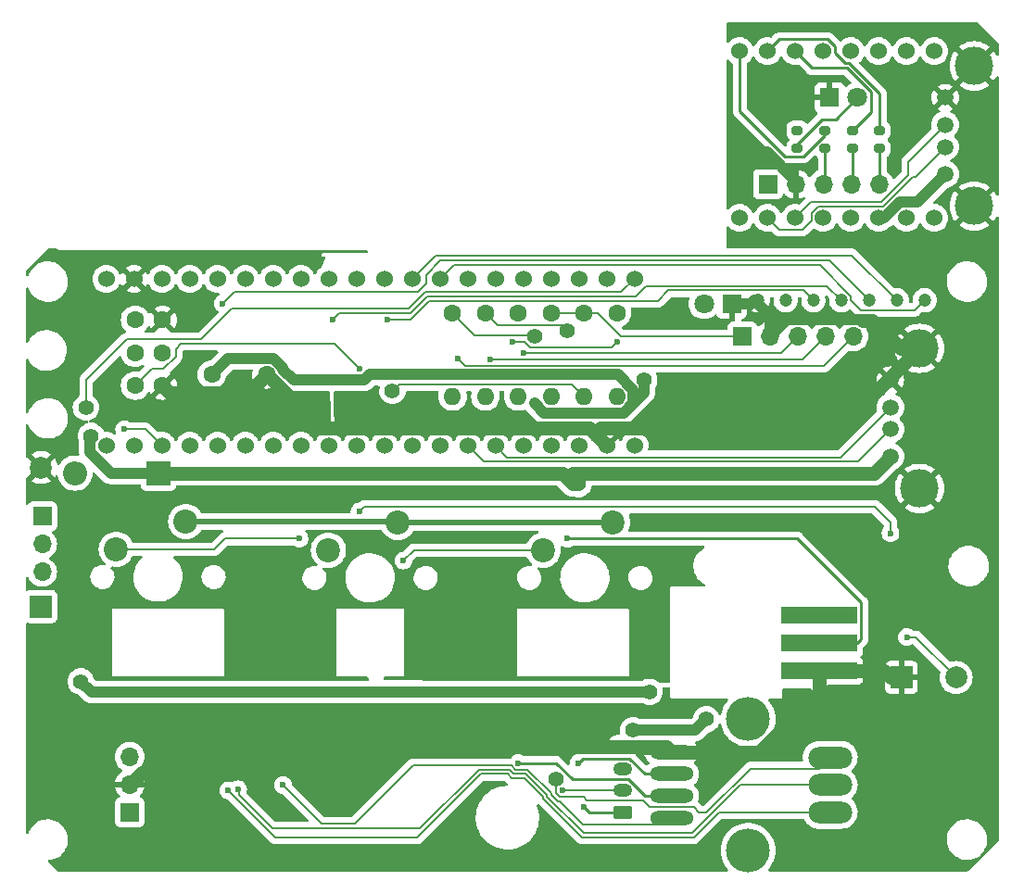
<source format=gbr>
G04 #@! TF.GenerationSoftware,KiCad,Pcbnew,7.0.8-7.0.8~ubuntu22.04.1*
G04 #@! TF.CreationDate,2024-11-12T17:52:49+09:00*
G04 #@! TF.ProjectId,ch32v203KeyBoardBadCable,63683332-7632-4303-934b-6579426f6172,rev?*
G04 #@! TF.SameCoordinates,Original*
G04 #@! TF.FileFunction,Copper,L2,Bot*
G04 #@! TF.FilePolarity,Positive*
%FSLAX46Y46*%
G04 Gerber Fmt 4.6, Leading zero omitted, Abs format (unit mm)*
G04 Created by KiCad (PCBNEW 7.0.8-7.0.8~ubuntu22.04.1) date 2024-11-12 17:52:49*
%MOMM*%
%LPD*%
G01*
G04 APERTURE LIST*
G04 Aperture macros list*
%AMRoundRect*
0 Rectangle with rounded corners*
0 $1 Rounding radius*
0 $2 $3 $4 $5 $6 $7 $8 $9 X,Y pos of 4 corners*
0 Add a 4 corners polygon primitive as box body*
4,1,4,$2,$3,$4,$5,$6,$7,$8,$9,$2,$3,0*
0 Add four circle primitives for the rounded corners*
1,1,$1+$1,$2,$3*
1,1,$1+$1,$4,$5*
1,1,$1+$1,$6,$7*
1,1,$1+$1,$8,$9*
0 Add four rect primitives between the rounded corners*
20,1,$1+$1,$2,$3,$4,$5,0*
20,1,$1+$1,$4,$5,$6,$7,0*
20,1,$1+$1,$6,$7,$8,$9,0*
20,1,$1+$1,$8,$9,$2,$3,0*%
G04 Aperture macros list end*
G04 #@! TA.AperFunction,ComponentPad*
%ADD10R,1.800000X1.800000*%
G04 #@! TD*
G04 #@! TA.AperFunction,ComponentPad*
%ADD11C,1.800000*%
G04 #@! TD*
G04 #@! TA.AperFunction,ComponentPad*
%ADD12C,1.600000*%
G04 #@! TD*
G04 #@! TA.AperFunction,ComponentPad*
%ADD13O,1.600000X1.600000*%
G04 #@! TD*
G04 #@! TA.AperFunction,ComponentPad*
%ADD14R,2.200000X2.200000*%
G04 #@! TD*
G04 #@! TA.AperFunction,ComponentPad*
%ADD15O,2.200000X2.200000*%
G04 #@! TD*
G04 #@! TA.AperFunction,ComponentPad*
%ADD16R,7.000000X1.500000*%
G04 #@! TD*
G04 #@! TA.AperFunction,ComponentPad*
%ADD17R,1.700000X1.700000*%
G04 #@! TD*
G04 #@! TA.AperFunction,ComponentPad*
%ADD18O,1.700000X1.700000*%
G04 #@! TD*
G04 #@! TA.AperFunction,ComponentPad*
%ADD19R,2.000000X2.000000*%
G04 #@! TD*
G04 #@! TA.AperFunction,ComponentPad*
%ADD20C,2.000000*%
G04 #@! TD*
G04 #@! TA.AperFunction,ComponentPad*
%ADD21O,4.000000X4.000000*%
G04 #@! TD*
G04 #@! TA.AperFunction,ComponentPad*
%ADD22O,4.000000X1.300000*%
G04 #@! TD*
G04 #@! TA.AperFunction,ComponentPad*
%ADD23O,4.000000X2.000000*%
G04 #@! TD*
G04 #@! TA.AperFunction,ComponentPad*
%ADD24C,1.200000*%
G04 #@! TD*
G04 #@! TA.AperFunction,ComponentPad*
%ADD25C,2.200000*%
G04 #@! TD*
G04 #@! TA.AperFunction,ComponentPad*
%ADD26C,1.524000*%
G04 #@! TD*
G04 #@! TA.AperFunction,ComponentPad*
%ADD27C,1.501140*%
G04 #@! TD*
G04 #@! TA.AperFunction,ComponentPad*
%ADD28C,3.500000*%
G04 #@! TD*
G04 #@! TA.AperFunction,ComponentPad*
%ADD29RoundRect,0.250000X0.625000X-0.350000X0.625000X0.350000X-0.625000X0.350000X-0.625000X-0.350000X0*%
G04 #@! TD*
G04 #@! TA.AperFunction,ComponentPad*
%ADD30O,1.750000X1.200000*%
G04 #@! TD*
G04 #@! TA.AperFunction,SMDPad,CuDef*
%ADD31RoundRect,0.200000X-0.275000X0.200000X-0.275000X-0.200000X0.275000X-0.200000X0.275000X0.200000X0*%
G04 #@! TD*
G04 #@! TA.AperFunction,ViaPad*
%ADD32C,1.399540*%
G04 #@! TD*
G04 #@! TA.AperFunction,ViaPad*
%ADD33C,0.600000*%
G04 #@! TD*
G04 #@! TA.AperFunction,Conductor*
%ADD34C,1.016000*%
G04 #@! TD*
G04 #@! TA.AperFunction,Conductor*
%ADD35C,1.270000*%
G04 #@! TD*
G04 #@! TA.AperFunction,Conductor*
%ADD36C,0.203200*%
G04 #@! TD*
G04 #@! TA.AperFunction,Conductor*
%ADD37C,0.508000*%
G04 #@! TD*
G04 #@! TA.AperFunction,Conductor*
%ADD38C,0.254000*%
G04 #@! TD*
G04 #@! TA.AperFunction,Conductor*
%ADD39C,0.250000*%
G04 #@! TD*
G04 APERTURE END LIST*
D10*
X142585600Y-79244800D03*
D11*
X140045600Y-79244800D03*
D12*
X126085600Y-80124800D03*
D13*
X126085600Y-87744800D03*
D14*
X90205600Y-94744800D03*
D15*
X82585600Y-94744800D03*
D16*
X150585600Y-107744800D03*
X150585600Y-110284800D03*
X150585600Y-112824800D03*
D17*
X79585600Y-98704800D03*
D18*
X79585600Y-101244800D03*
X79585600Y-103784800D03*
D19*
X158085600Y-113419800D03*
D20*
X163085600Y-113419800D03*
D21*
X144085600Y-129244800D03*
X144085600Y-117244800D03*
D22*
X137085600Y-120244800D03*
X137085600Y-122244800D03*
X137085600Y-124244800D03*
X137085600Y-126244800D03*
D23*
X151585600Y-125744800D03*
X151585600Y-123244800D03*
X151585600Y-120744800D03*
D12*
X88085600Y-86744800D03*
X90585600Y-86744800D03*
X88085600Y-83744800D03*
X90585600Y-83744800D03*
D24*
X144965600Y-78944800D03*
X147505600Y-78944800D03*
X150045600Y-78944800D03*
X152585600Y-78944800D03*
X155125600Y-78944800D03*
X157665600Y-78944800D03*
X160205600Y-78944800D03*
D25*
X92705600Y-99164800D03*
X86355600Y-101704800D03*
X131705600Y-99244800D03*
X125355600Y-101784800D03*
D12*
X117085600Y-80124800D03*
D13*
X117085600Y-87744800D03*
D17*
X143545600Y-82244800D03*
D18*
X146085600Y-82244800D03*
X148625600Y-82244800D03*
X151165600Y-82244800D03*
X153705600Y-82244800D03*
D12*
X88085600Y-80744800D03*
X90585600Y-80744800D03*
X95085600Y-85744800D03*
X100085600Y-85744800D03*
D26*
X85445600Y-92244800D03*
X87985600Y-92244800D03*
X90525600Y-92244800D03*
X93065600Y-92244800D03*
X95605600Y-92244800D03*
X98145600Y-92244800D03*
X100685600Y-92244800D03*
X103225600Y-92244800D03*
X105765600Y-92244800D03*
X108305600Y-92244800D03*
X110845600Y-92244800D03*
X113385600Y-92244800D03*
X115925600Y-92244800D03*
X118465600Y-92244800D03*
X121005600Y-92244800D03*
X123545600Y-92244800D03*
X126085600Y-92244800D03*
X128625600Y-92244800D03*
X131165600Y-92244800D03*
X133705600Y-92244800D03*
X133705600Y-77004800D03*
X131165600Y-77004800D03*
X128625600Y-77004800D03*
X126085600Y-77004800D03*
X123545600Y-77004800D03*
X121005600Y-77004800D03*
X118465600Y-77004800D03*
X115925600Y-77004800D03*
X113385600Y-77004800D03*
X110845600Y-77004800D03*
X108305600Y-77004800D03*
X105765600Y-77004800D03*
X103225600Y-77004800D03*
X100685600Y-77004800D03*
X98145600Y-77004800D03*
X95605600Y-77004800D03*
X93065600Y-77004800D03*
X90525600Y-77004800D03*
X87985600Y-77004800D03*
X85445600Y-77004800D03*
D27*
X157085600Y-93244800D03*
X157085600Y-90744800D03*
X157085600Y-88744800D03*
X157085600Y-86244800D03*
D28*
X159737720Y-96144800D03*
X159737720Y-83344800D03*
D12*
X129085600Y-80124800D03*
D13*
X129085600Y-87744800D03*
D12*
X132085600Y-80124800D03*
D13*
X132085600Y-87744800D03*
D17*
X87585600Y-125744800D03*
D18*
X87585600Y-123204800D03*
X87585600Y-120664800D03*
D29*
X132585600Y-125744800D03*
D30*
X132585600Y-123744800D03*
X132585600Y-121744800D03*
X132585600Y-119744800D03*
D12*
X120085600Y-80124800D03*
D13*
X120085600Y-87744800D03*
D12*
X123085600Y-80124800D03*
D13*
X123085600Y-87744800D03*
D25*
X112085600Y-99244800D03*
X105735600Y-101784800D03*
D19*
X79475600Y-106944800D03*
D20*
X79475600Y-94244800D03*
D27*
X162085600Y-67434800D03*
X162085600Y-64934800D03*
X162085600Y-62934800D03*
X162085600Y-60434800D03*
D28*
X164737720Y-70334800D03*
X164737720Y-57534800D03*
D26*
X143305600Y-71434800D03*
X145845600Y-71434800D03*
X148385600Y-71434800D03*
X150925600Y-71434800D03*
X153465600Y-71434800D03*
X156005600Y-71434800D03*
X158545600Y-71434800D03*
X161085600Y-71434800D03*
X161085600Y-56194800D03*
X158545600Y-56194800D03*
X156005600Y-56194800D03*
X153465600Y-56194800D03*
X150925600Y-56194800D03*
X148385600Y-56194800D03*
X145845600Y-56194800D03*
X143305600Y-56194800D03*
D10*
X151545600Y-60434800D03*
D11*
X154085600Y-60434800D03*
D31*
X153595600Y-63434800D03*
X153595600Y-65084800D03*
D17*
X145885600Y-68334800D03*
D18*
X148425600Y-68334800D03*
X150965600Y-68334800D03*
X153505600Y-68334800D03*
X156045600Y-68334800D03*
D31*
X148575600Y-63434800D03*
X148575600Y-65084800D03*
X151085600Y-63434800D03*
X151085600Y-65084800D03*
X156105600Y-63434800D03*
X156105600Y-65084800D03*
D32*
X113585600Y-89244800D03*
X83585600Y-88744800D03*
X134585600Y-86244800D03*
X83131044Y-113790244D03*
X135085600Y-114744800D03*
D33*
X96585600Y-123744800D03*
X97485600Y-123644800D03*
X87085600Y-90744800D03*
D32*
X111585600Y-87244800D03*
D33*
X108585600Y-85244800D03*
X101585600Y-123244800D03*
D32*
X128585600Y-95744800D03*
X84047972Y-91355618D03*
X140263116Y-117244800D03*
X133585600Y-118244800D03*
D33*
X112585600Y-102744800D03*
X103085600Y-100744800D03*
X158585600Y-109744800D03*
X128585600Y-121244800D03*
D32*
X127585600Y-81744800D03*
D33*
X123085600Y-121240000D03*
D32*
X124585600Y-82243430D03*
X126526433Y-122683298D03*
D33*
X122585600Y-82744800D03*
X132085600Y-82744800D03*
X111085600Y-80749600D03*
X106085600Y-80744800D03*
X96085600Y-79244800D03*
X108585600Y-98244800D03*
X157085600Y-100244800D03*
X123585600Y-83744800D03*
X120485600Y-84334100D03*
X117585600Y-84244800D03*
X129085600Y-125244800D03*
X127585600Y-100744800D03*
X127128033Y-123744800D03*
D32*
X145085600Y-65434800D03*
D34*
X146085600Y-80414800D02*
X146085600Y-82244800D01*
D35*
X90385600Y-122144800D02*
X92785600Y-119744800D01*
X100085600Y-85744800D02*
X98450600Y-87379800D01*
X113585600Y-90647800D02*
X129568600Y-90647800D01*
D34*
X147638944Y-80691456D02*
X154494056Y-80691456D01*
X146085600Y-82244800D02*
X147638944Y-80691456D01*
D35*
X137085600Y-120244800D02*
X136620370Y-119779570D01*
X100085600Y-85744800D02*
X104988600Y-90647800D01*
D34*
X144315600Y-79244800D02*
X144615600Y-78944800D01*
X142585600Y-79244800D02*
X144315600Y-79244800D01*
D35*
X150585600Y-114746890D02*
X145087690Y-120244800D01*
X98450600Y-87379800D02*
X91220600Y-87379800D01*
X88645600Y-122144800D02*
X90385600Y-122144800D01*
X157987720Y-83344800D02*
X155425920Y-80783000D01*
X104988600Y-90647800D02*
X113585600Y-90647800D01*
X145087690Y-120244800D02*
X137085600Y-120244800D01*
X91220600Y-87379800D02*
X90585600Y-86744800D01*
X150585600Y-112824800D02*
X150585600Y-114746890D01*
D34*
X144615600Y-78944800D02*
X146085600Y-80414800D01*
D35*
X156490600Y-112824800D02*
X157085600Y-113419800D01*
X129568600Y-90647800D02*
X131165600Y-92244800D01*
X136620370Y-119779570D02*
X132620370Y-119779570D01*
X150585600Y-112824800D02*
X156490600Y-112824800D01*
D36*
X113585600Y-89244800D02*
X113585600Y-90647800D01*
D34*
X154494056Y-80691456D02*
X154585600Y-80783000D01*
D35*
X92785600Y-119744800D02*
X132585600Y-119744800D01*
X155425920Y-80783000D02*
X154585600Y-80783000D01*
X159737720Y-83344800D02*
X157987720Y-83344800D01*
X152434720Y-90647800D02*
X159737720Y-83344800D01*
X132620370Y-119779570D02*
X132585600Y-119744800D01*
X130568600Y-90647800D02*
X152434720Y-90647800D01*
X87585600Y-123204800D02*
X88645600Y-122144800D01*
D36*
X114613600Y-78216800D02*
X113085600Y-79744800D01*
X113085600Y-79744800D02*
X96870441Y-79744800D01*
X94083241Y-82532000D02*
X87298400Y-82532000D01*
X87298400Y-82532000D02*
X83585600Y-86244800D01*
X132493600Y-78216800D02*
X114613600Y-78216800D01*
X83585600Y-86244800D02*
X83585600Y-88744800D01*
X133705600Y-77004800D02*
X132493600Y-78216800D01*
X96870441Y-79744800D02*
X94083241Y-82532000D01*
D34*
X102593600Y-86252800D02*
X101593600Y-85252800D01*
X101593600Y-85127280D02*
X100703120Y-84236800D01*
X101593600Y-85252800D02*
X101593600Y-85127280D01*
X132703120Y-89252800D02*
X133593600Y-88362320D01*
X109511128Y-85744800D02*
X109003128Y-86252800D01*
X100703120Y-84236800D02*
X96593600Y-84236800D01*
X132211120Y-85744800D02*
X109511128Y-85744800D01*
X125468080Y-89252800D02*
X132703120Y-89252800D01*
D36*
X126085600Y-80124800D02*
X129085600Y-80124800D01*
D34*
X133593600Y-87127280D02*
X132211120Y-85744800D01*
X134585600Y-87370320D02*
X132703120Y-89252800D01*
X96593600Y-84236800D02*
X95085600Y-85744800D01*
X133593600Y-88362320D02*
X133593600Y-87127280D01*
D36*
X130316391Y-80124800D02*
X132436391Y-82244800D01*
D34*
X135085600Y-114744800D02*
X84085600Y-114744800D01*
X134585600Y-86244800D02*
X134585600Y-87370320D01*
X84085600Y-114744800D02*
X83131044Y-113790244D01*
D36*
X129085600Y-80124800D02*
X130316391Y-80124800D01*
D34*
X124585600Y-88370320D02*
X125468080Y-89252800D01*
X109003128Y-86252800D02*
X102593600Y-86252800D01*
D36*
X132436391Y-82244800D02*
X143545600Y-82244800D01*
X122502388Y-122648000D02*
X122099188Y-122244800D01*
X128873010Y-128051200D02*
X125316833Y-124495023D01*
X151585600Y-125744800D02*
X141421333Y-125744800D01*
X139114933Y-128051200D02*
X128873010Y-128051200D01*
X141421333Y-125744800D02*
X139114933Y-128051200D01*
X125316833Y-124353581D02*
X123611252Y-122648000D01*
X125316833Y-124495023D02*
X125316833Y-124353581D01*
X122099188Y-122244800D02*
X119655810Y-122244800D01*
X100892000Y-128051200D02*
X96585600Y-123744800D01*
X113849410Y-128051200D02*
X100892000Y-128051200D01*
X123611252Y-122648000D02*
X122502388Y-122648000D01*
X119655810Y-122244800D02*
X113849410Y-128051200D01*
X123778262Y-122244800D02*
X122669398Y-122244800D01*
X100655810Y-127244800D02*
X97585600Y-124174590D01*
X89025600Y-90744800D02*
X90525600Y-92244800D01*
X122266198Y-121841600D02*
X119488800Y-121841600D01*
X114085600Y-127244800D02*
X100655810Y-127244800D01*
X125720033Y-124328013D02*
X125720033Y-124186571D01*
X138947923Y-127648000D02*
X129040020Y-127648000D01*
X129040020Y-127648000D02*
X125720033Y-124328013D01*
X87085600Y-90744800D02*
X89025600Y-90744800D01*
X143351123Y-123244800D02*
X138947923Y-127648000D01*
X97585600Y-123744800D02*
X97485600Y-123644800D01*
X151585600Y-123244800D02*
X143351123Y-123244800D01*
X97585600Y-124174590D02*
X97585600Y-123744800D01*
X119488800Y-121841600D02*
X114085600Y-127244800D01*
X122669398Y-122244800D02*
X122266198Y-121841600D01*
X125720033Y-124186571D02*
X123778262Y-122244800D01*
D37*
X92705600Y-99164800D02*
X112005600Y-99164800D01*
X112085600Y-99244800D02*
X131705600Y-99244800D01*
D36*
X127984000Y-86643200D02*
X112187200Y-86643200D01*
D37*
X112005600Y-99164800D02*
X112085600Y-99244800D01*
D36*
X112187200Y-86643200D02*
X111585600Y-87244800D01*
X129085600Y-87744800D02*
X127984000Y-86643200D01*
X136435600Y-126894800D02*
X137085600Y-126244800D01*
X108585600Y-85244800D02*
X106276000Y-82935200D01*
X126123233Y-124019560D02*
X126123233Y-124161002D01*
X126711832Y-124749600D02*
X126853274Y-124749601D01*
X105134000Y-126793200D02*
X108134000Y-126793200D01*
X113488800Y-121438400D02*
X122433209Y-121438400D01*
X122433209Y-121438400D02*
X122836409Y-121841600D01*
X128998472Y-126894800D02*
X136435600Y-126894800D01*
X101585600Y-123244800D02*
X105134000Y-126793200D01*
X126123233Y-124161002D02*
X126711832Y-124749600D01*
X91776000Y-84105186D02*
X90636386Y-85244800D01*
X126853274Y-124749601D02*
X128998472Y-126894800D01*
X122836409Y-121841600D02*
X123945273Y-121841600D01*
X92250252Y-82935200D02*
X91776000Y-83409452D01*
X89585600Y-85244800D02*
X88085600Y-86744800D01*
X106276000Y-82935200D02*
X92250252Y-82935200D01*
X91776000Y-83409452D02*
X91776000Y-84105186D01*
X123945273Y-121841600D02*
X126123233Y-124019560D01*
X90636386Y-85244800D02*
X89585600Y-85244800D01*
X108134000Y-126793200D02*
X113488800Y-121438400D01*
D34*
X83975600Y-92846918D02*
X85873482Y-94744800D01*
X84047972Y-91355618D02*
X83975600Y-91427990D01*
X83975600Y-91427990D02*
X83975600Y-92846918D01*
D35*
X90205600Y-94744800D02*
X126125600Y-94744800D01*
X128085600Y-95744800D02*
X128585600Y-95744800D01*
X128085600Y-94744800D02*
X155585600Y-94744800D01*
X126125600Y-94744800D02*
X127085600Y-94744800D01*
X155585600Y-94744800D02*
X157085600Y-93244800D01*
D34*
X85873482Y-94744800D02*
X90205600Y-94744800D01*
D35*
X127085600Y-94744800D02*
X128085600Y-95744800D01*
D34*
X139263116Y-118244800D02*
X133585600Y-118244800D01*
X140263116Y-117244800D02*
X139263116Y-118244800D01*
D36*
X113545600Y-101784800D02*
X125355600Y-101784800D01*
X112585600Y-102744800D02*
X113545600Y-101784800D01*
X95306102Y-101704800D02*
X86355600Y-101704800D01*
X103085600Y-100744800D02*
X96266102Y-100744800D01*
X96266102Y-100744800D02*
X95306102Y-101704800D01*
X159410600Y-109744800D02*
X163085600Y-113419800D01*
X158585600Y-109744800D02*
X159410600Y-109744800D01*
X127082860Y-81242060D02*
X121202860Y-81242060D01*
D38*
X133244576Y-120817800D02*
X129012600Y-120817800D01*
X134671576Y-122244800D02*
X133244576Y-120817800D01*
D36*
X127585600Y-81744800D02*
X127082860Y-81242060D01*
D38*
X137085600Y-122244800D02*
X134671576Y-122244800D01*
X129012600Y-120817800D02*
X128585600Y-121244800D01*
D36*
X121202860Y-81242060D02*
X120085600Y-80124800D01*
X124485370Y-82143200D02*
X124585600Y-82243430D01*
D38*
X126535208Y-121240000D02*
X123085600Y-121240000D01*
D36*
X117085600Y-80124800D02*
X119104000Y-82143200D01*
X119104000Y-82143200D02*
X124485370Y-82143200D01*
D38*
X134671576Y-124244800D02*
X133171576Y-122744800D01*
X133171576Y-122744800D02*
X128040008Y-122744800D01*
X128040008Y-122744800D02*
X126535208Y-121240000D01*
X137085600Y-124244800D02*
X134671576Y-124244800D01*
D36*
X144280913Y-121744800D02*
X140280913Y-125744800D01*
X126526433Y-123993991D02*
X126526433Y-122683298D01*
X139134000Y-125293200D02*
X135113844Y-125293200D01*
X126878842Y-124346400D02*
X126526433Y-123993991D01*
X139585600Y-125744800D02*
X139134000Y-125293200D01*
X150585600Y-121744800D02*
X144280913Y-121744800D01*
X151585600Y-120744800D02*
X150585600Y-121744800D01*
X129337991Y-124646400D02*
X129037991Y-124346400D01*
X134467044Y-124646400D02*
X129337991Y-124646400D01*
X135113844Y-125293200D02*
X134467044Y-124646400D01*
X129037991Y-124346400D02*
X126878842Y-124346400D01*
X140280913Y-125744800D02*
X139585600Y-125744800D01*
X123669448Y-82744800D02*
X124169448Y-83244800D01*
X122585600Y-82744800D02*
X123669448Y-82744800D01*
X124169448Y-83244800D02*
X131585600Y-83244800D01*
X131585600Y-83244800D02*
X132085600Y-82744800D01*
X135807200Y-79023200D02*
X114947620Y-79023200D01*
X114947620Y-79023200D02*
X113221220Y-80749600D01*
X149144000Y-78043200D02*
X136787200Y-78043200D01*
X136787200Y-78043200D02*
X135807200Y-79023200D01*
X113221220Y-80749600D02*
X111085600Y-80749600D01*
X150045600Y-78944800D02*
X149144000Y-78043200D01*
X151280800Y-77640000D02*
X135567782Y-77640000D01*
X113252610Y-80148000D02*
X106682400Y-80148000D01*
X152235600Y-78944800D02*
X152585600Y-78944800D01*
X114780610Y-78620000D02*
X113252610Y-80148000D01*
X106682400Y-80148000D02*
X106085600Y-80744800D01*
X134779091Y-77640000D02*
X133799091Y-78620000D01*
X135567782Y-77640000D02*
X134779091Y-77640000D01*
X152585600Y-78944800D02*
X151280800Y-77640000D01*
X133799091Y-78620000D02*
X114780610Y-78620000D01*
X97142000Y-78188400D02*
X96085600Y-79244800D01*
X113942000Y-78188400D02*
X97142000Y-78188400D01*
X154775600Y-78944800D02*
X155125600Y-78944800D01*
X115988800Y-75341600D02*
X114685600Y-76644800D01*
X114685600Y-77444800D02*
X113942000Y-78188400D01*
X114685600Y-76644800D02*
X114685600Y-77444800D01*
X155125600Y-78944800D02*
X151522400Y-75341600D01*
X151522400Y-75341600D02*
X115988800Y-75341600D01*
X115548800Y-74841600D02*
X113385600Y-77004800D01*
X153562400Y-74841600D02*
X116548800Y-74841600D01*
X157665600Y-78944800D02*
X153562400Y-74841600D01*
X116548800Y-74841600D02*
X115548800Y-74841600D01*
X157315600Y-78944800D02*
X157665600Y-78944800D01*
X159855600Y-78944800D02*
X160205600Y-78944800D01*
X154402146Y-79846400D02*
X153487200Y-78931454D01*
X153487200Y-78931454D02*
X153487200Y-78571346D01*
X159304000Y-79846400D02*
X154402146Y-79846400D01*
X150660654Y-75744800D02*
X117185600Y-75744800D01*
X117185600Y-75744800D02*
X115925600Y-77004800D01*
X160205600Y-78944800D02*
X159304000Y-79846400D01*
X153487200Y-78571346D02*
X150660654Y-75744800D01*
X108982508Y-97847892D02*
X155688692Y-97847892D01*
X157085600Y-99244800D02*
X157085600Y-100244800D01*
X155688692Y-97847892D02*
X157085600Y-99244800D01*
X108585600Y-98244800D02*
X108982508Y-97847892D01*
X147125600Y-83744800D02*
X123585600Y-83744800D01*
X148625600Y-82244800D02*
X147125600Y-83744800D01*
X154118800Y-93711600D02*
X119932400Y-93711600D01*
X157085600Y-90744800D02*
X154118800Y-93711600D01*
X119932400Y-93711600D02*
X118465600Y-92244800D01*
X152522000Y-93308400D02*
X122069200Y-93308400D01*
X157085600Y-88744800D02*
X152522000Y-93308400D01*
X122069200Y-93308400D02*
X121005600Y-92244800D01*
X120485600Y-84334100D02*
X120497900Y-84346400D01*
X120497900Y-84346400D02*
X149064000Y-84346400D01*
X149064000Y-84346400D02*
X151165600Y-82244800D01*
X153705600Y-82244800D02*
X151015200Y-84935200D01*
X151015200Y-84935200D02*
X118276000Y-84935200D01*
X118276000Y-84935200D02*
X117585600Y-84244800D01*
D38*
X129585600Y-125744800D02*
X129085600Y-125244800D01*
X154412600Y-106571800D02*
X148585600Y-100744800D01*
X150585600Y-110284800D02*
X154085600Y-110284800D01*
X154085600Y-110284800D02*
X154412600Y-109957800D01*
X154412600Y-109957800D02*
X154412600Y-106571800D01*
X148585600Y-100744800D02*
X127585600Y-100744800D01*
X132585600Y-125744800D02*
X129585600Y-125744800D01*
D36*
X132585600Y-123744800D02*
X127128033Y-123744800D01*
D34*
X148425600Y-68334800D02*
X148425600Y-68066918D01*
X148425600Y-68066918D02*
X145793482Y-65434800D01*
X145793482Y-65434800D02*
X145085600Y-65434800D01*
D39*
X152085600Y-62434800D02*
X154085600Y-60434800D01*
X148575600Y-65084800D02*
X148575600Y-64684800D01*
X150825600Y-62434800D02*
X152085600Y-62434800D01*
X148575600Y-64684800D02*
X150825600Y-62434800D01*
D34*
X156473482Y-71434800D02*
X156005600Y-71434800D01*
X159555600Y-69964800D02*
X157943482Y-69964800D01*
X162085600Y-67434800D02*
X159555600Y-69964800D01*
X157943482Y-69964800D02*
X156473482Y-71434800D01*
D39*
X155310600Y-61719800D02*
X155310600Y-59929132D01*
X149922600Y-57731800D02*
X148385600Y-56194800D01*
X153113268Y-57731800D02*
X149922600Y-57731800D01*
X155310600Y-59929132D02*
X153113268Y-57731800D01*
X153595600Y-63434800D02*
X155310600Y-61719800D01*
X152012600Y-56361800D02*
X152012600Y-55751326D01*
X152932600Y-57281800D02*
X152012600Y-56361800D01*
X156105600Y-63434800D02*
X156105600Y-60087736D01*
X146932600Y-55107800D02*
X145845600Y-56194800D01*
X156105600Y-60087736D02*
X153299664Y-57281800D01*
X151369074Y-55107800D02*
X146932600Y-55107800D01*
X153299664Y-57281800D02*
X152932600Y-57281800D01*
X152012600Y-55751326D02*
X151369074Y-55107800D01*
X151085600Y-63434800D02*
X151085600Y-63834800D01*
X147460600Y-65809800D02*
X143305600Y-61654800D01*
X143305600Y-61654800D02*
X143305600Y-56194800D01*
X149110600Y-65809800D02*
X147460600Y-65809800D01*
X151085600Y-63834800D02*
X149110600Y-65809800D01*
X151085600Y-68214800D02*
X150965600Y-68334800D01*
X151085600Y-65084800D02*
X151085600Y-68214800D01*
D36*
X145845600Y-71434800D02*
X146909200Y-72498400D01*
X149862000Y-71658400D02*
X149862000Y-71001018D01*
X149022000Y-72498400D02*
X149862000Y-71658400D01*
X146909200Y-72498400D02*
X149022000Y-72498400D01*
X156392134Y-70371200D02*
X159085600Y-67677734D01*
X159085600Y-67677734D02*
X159342666Y-67677734D01*
X150491818Y-70371200D02*
X156392134Y-70371200D01*
X149862000Y-71001018D02*
X150491818Y-70371200D01*
X159342666Y-67677734D02*
X162085600Y-64934800D01*
X158682400Y-67510723D02*
X158682400Y-66338000D01*
X156225123Y-69968000D02*
X158682400Y-67510723D01*
X148385600Y-71434800D02*
X149852400Y-69968000D01*
X158682400Y-66338000D02*
X162085600Y-62934800D01*
X149852400Y-69968000D02*
X156225123Y-69968000D01*
D39*
X153595600Y-65084800D02*
X153595600Y-68244800D01*
X153595600Y-68244800D02*
X153505600Y-68334800D01*
X156105600Y-68274800D02*
X156045600Y-68334800D01*
X156105600Y-65084800D02*
X156105600Y-68274800D01*
G04 #@! TA.AperFunction,Conductor*
G36*
X134862246Y-119280985D02*
G01*
X134908001Y-119333789D01*
X134917945Y-119402947D01*
X134888920Y-119466503D01*
X134886844Y-119468839D01*
X134813945Y-119548804D01*
X134701753Y-119730001D01*
X134701749Y-119730010D01*
X134624763Y-119928736D01*
X134624762Y-119928741D01*
X134612413Y-119994800D01*
X136651914Y-119994800D01*
X136626107Y-120034956D01*
X136585600Y-120172911D01*
X136585600Y-120316689D01*
X136626107Y-120454644D01*
X136651914Y-120494800D01*
X134612413Y-120494800D01*
X134624762Y-120560858D01*
X134624763Y-120560863D01*
X134701749Y-120759589D01*
X134701753Y-120759598D01*
X134813946Y-120940797D01*
X134813948Y-120940799D01*
X134957529Y-121098300D01*
X135013438Y-121140521D01*
X135055073Y-121196630D01*
X135059764Y-121266342D01*
X135026021Y-121327524D01*
X135013437Y-121338428D01*
X134951780Y-121384989D01*
X134924203Y-121415239D01*
X134864491Y-121451518D01*
X134794643Y-121449756D01*
X134744887Y-121419379D01*
X134278002Y-120952494D01*
X133809895Y-120484386D01*
X133776410Y-120423063D01*
X133781394Y-120353371D01*
X133790189Y-120334705D01*
X133865744Y-120203839D01*
X133865747Y-120203832D01*
X133934455Y-120005317D01*
X133934455Y-120005315D01*
X133935968Y-119994800D01*
X132865160Y-119994800D01*
X132903878Y-119952741D01*
X132954151Y-119838130D01*
X132964486Y-119713405D01*
X132933763Y-119592081D01*
X132870206Y-119494800D01*
X133931858Y-119494800D01*
X133940621Y-119483656D01*
X133942063Y-119453378D01*
X133982590Y-119396463D01*
X134006837Y-119381551D01*
X134192043Y-119295189D01*
X134205509Y-119285760D01*
X134208416Y-119283725D01*
X134274623Y-119261398D01*
X134279539Y-119261300D01*
X134795207Y-119261300D01*
X134862246Y-119280985D01*
G37*
G04 #@! TD.AperFunction*
G04 #@! TA.AperFunction,Conductor*
G36*
X165059649Y-53554985D02*
G01*
X165080291Y-53571619D01*
X166948781Y-55440109D01*
X166982266Y-55501432D01*
X166985100Y-55527790D01*
X166985100Y-56473053D01*
X166965415Y-56540092D01*
X166912611Y-56585847D01*
X166843453Y-56595791D01*
X166779897Y-56566766D01*
X166749888Y-56527897D01*
X166690461Y-56407393D01*
X166690454Y-56407380D01*
X166526595Y-56162148D01*
X166526592Y-56162144D01*
X166497313Y-56128759D01*
X166497312Y-56128759D01*
X165708280Y-56917791D01*
X165659372Y-56838801D01*
X165515789Y-56681299D01*
X165357330Y-56561635D01*
X166143759Y-55775206D01*
X166110368Y-55745922D01*
X165865139Y-55582065D01*
X165865126Y-55582058D01*
X165600608Y-55451612D01*
X165321319Y-55356805D01*
X165321304Y-55356801D01*
X165032044Y-55299264D01*
X165032032Y-55299262D01*
X164737720Y-55279972D01*
X164443407Y-55299262D01*
X164443395Y-55299264D01*
X164154135Y-55356801D01*
X164154120Y-55356805D01*
X163874831Y-55451612D01*
X163610313Y-55582058D01*
X163610300Y-55582065D01*
X163365070Y-55745923D01*
X163331678Y-55775206D01*
X164118108Y-56561636D01*
X163959651Y-56681299D01*
X163816068Y-56838801D01*
X163767159Y-56917791D01*
X162978126Y-56128758D01*
X162948843Y-56162150D01*
X162784985Y-56407380D01*
X162784978Y-56407393D01*
X162654532Y-56671911D01*
X162559725Y-56951200D01*
X162559721Y-56951215D01*
X162502184Y-57240475D01*
X162502182Y-57240487D01*
X162482892Y-57534800D01*
X162502182Y-57829112D01*
X162502184Y-57829124D01*
X162559721Y-58118384D01*
X162559725Y-58118399D01*
X162654532Y-58397688D01*
X162784978Y-58662206D01*
X162784985Y-58662219D01*
X162948842Y-58907448D01*
X162978126Y-58940839D01*
X163767158Y-58151807D01*
X163816068Y-58230799D01*
X163959651Y-58388301D01*
X164118108Y-58507963D01*
X163331679Y-59294392D01*
X163331679Y-59294393D01*
X163365064Y-59323672D01*
X163365068Y-59323675D01*
X163610300Y-59487534D01*
X163610313Y-59487541D01*
X163874831Y-59617987D01*
X164154120Y-59712794D01*
X164154135Y-59712798D01*
X164443395Y-59770335D01*
X164443407Y-59770337D01*
X164737720Y-59789627D01*
X165032032Y-59770337D01*
X165032044Y-59770335D01*
X165321304Y-59712798D01*
X165321319Y-59712794D01*
X165600608Y-59617987D01*
X165865126Y-59487541D01*
X165865139Y-59487534D01*
X166110370Y-59323677D01*
X166143759Y-59294393D01*
X166143760Y-59294392D01*
X165357331Y-58507963D01*
X165515789Y-58388301D01*
X165659372Y-58230799D01*
X165708280Y-58151808D01*
X166497312Y-58940840D01*
X166497313Y-58940839D01*
X166526597Y-58907450D01*
X166690454Y-58662219D01*
X166690461Y-58662206D01*
X166749888Y-58541702D01*
X166797193Y-58490283D01*
X166864788Y-58472601D01*
X166931213Y-58494271D01*
X166975377Y-58548412D01*
X166985100Y-58596546D01*
X166985100Y-69273053D01*
X166965415Y-69340092D01*
X166912611Y-69385847D01*
X166843453Y-69395791D01*
X166779897Y-69366766D01*
X166749888Y-69327897D01*
X166690461Y-69207393D01*
X166690454Y-69207380D01*
X166526595Y-68962148D01*
X166526592Y-68962144D01*
X166497313Y-68928759D01*
X166497312Y-68928759D01*
X165708280Y-69717791D01*
X165659372Y-69638801D01*
X165515789Y-69481299D01*
X165357330Y-69361635D01*
X166143759Y-68575206D01*
X166110368Y-68545922D01*
X165865139Y-68382065D01*
X165865126Y-68382058D01*
X165600608Y-68251612D01*
X165321319Y-68156805D01*
X165321304Y-68156801D01*
X165032044Y-68099264D01*
X165032032Y-68099262D01*
X164737720Y-68079972D01*
X164443407Y-68099262D01*
X164443395Y-68099264D01*
X164154135Y-68156801D01*
X164154120Y-68156805D01*
X163874831Y-68251612D01*
X163610313Y-68382058D01*
X163610300Y-68382065D01*
X163365070Y-68545923D01*
X163331678Y-68575206D01*
X164118108Y-69361636D01*
X163959651Y-69481299D01*
X163816068Y-69638801D01*
X163767159Y-69717791D01*
X162978126Y-68928758D01*
X162948843Y-68962150D01*
X162784985Y-69207380D01*
X162784978Y-69207393D01*
X162654532Y-69471911D01*
X162559725Y-69751200D01*
X162559721Y-69751215D01*
X162502184Y-70040475D01*
X162502182Y-70040487D01*
X162482892Y-70334800D01*
X162502182Y-70629112D01*
X162502184Y-70629124D01*
X162559721Y-70918384D01*
X162559725Y-70918399D01*
X162654532Y-71197688D01*
X162784978Y-71462206D01*
X162784985Y-71462219D01*
X162948842Y-71707448D01*
X162978126Y-71740839D01*
X163767158Y-70951807D01*
X163816068Y-71030799D01*
X163959651Y-71188301D01*
X164118108Y-71307963D01*
X163331679Y-72094392D01*
X163331679Y-72094393D01*
X163365064Y-72123672D01*
X163365068Y-72123675D01*
X163610300Y-72287534D01*
X163610313Y-72287541D01*
X163874831Y-72417987D01*
X164154120Y-72512794D01*
X164154135Y-72512798D01*
X164443395Y-72570335D01*
X164443407Y-72570337D01*
X164737720Y-72589627D01*
X165032032Y-72570337D01*
X165032044Y-72570335D01*
X165321304Y-72512798D01*
X165321319Y-72512794D01*
X165600608Y-72417987D01*
X165865126Y-72287541D01*
X165865139Y-72287534D01*
X166110370Y-72123677D01*
X166143759Y-72094393D01*
X166143760Y-72094392D01*
X165357331Y-71307963D01*
X165515789Y-71188301D01*
X165659372Y-71030799D01*
X165708280Y-70951808D01*
X166497312Y-71740840D01*
X166497313Y-71740839D01*
X166526597Y-71707450D01*
X166690454Y-71462219D01*
X166690461Y-71462206D01*
X166749888Y-71341702D01*
X166797193Y-71290283D01*
X166864788Y-71272601D01*
X166931213Y-71294271D01*
X166975377Y-71348412D01*
X166985100Y-71396546D01*
X166985100Y-128293938D01*
X166965415Y-128360977D01*
X166948781Y-128381619D01*
X164222419Y-131107981D01*
X164161096Y-131141466D01*
X164134738Y-131144300D01*
X146033333Y-131144300D01*
X145966294Y-131124615D01*
X145920539Y-131071811D01*
X145910595Y-131002653D01*
X145937789Y-130941260D01*
X145973359Y-130898261D01*
X146119032Y-130722175D01*
X146288162Y-130455669D01*
X146422556Y-130170066D01*
X146520095Y-129869872D01*
X146579241Y-129559820D01*
X146580953Y-129532620D01*
X146599060Y-129244805D01*
X146599060Y-129244794D01*
X146579242Y-128929787D01*
X146579241Y-128929780D01*
X146520095Y-128619728D01*
X146422556Y-128319534D01*
X146419276Y-128312563D01*
X162231387Y-128312563D01*
X162261013Y-128581813D01*
X162261015Y-128581824D01*
X162329526Y-128843882D01*
X162329528Y-128843888D01*
X162435470Y-129093190D01*
X162551539Y-129283376D01*
X162576579Y-129324405D01*
X162576586Y-129324415D01*
X162749853Y-129532619D01*
X162749859Y-129532624D01*
X162951598Y-129713382D01*
X163177510Y-129862844D01*
X163422776Y-129977820D01*
X163422783Y-129977822D01*
X163422785Y-129977823D01*
X163682157Y-130055857D01*
X163682164Y-130055858D01*
X163682169Y-130055860D01*
X163950161Y-130095300D01*
X163950166Y-130095300D01*
X164153236Y-130095300D01*
X164204733Y-130091530D01*
X164355756Y-130080477D01*
X164468358Y-130055393D01*
X164620146Y-130021582D01*
X164620148Y-130021581D01*
X164620153Y-130021580D01*
X164873158Y-129924814D01*
X165109377Y-129792241D01*
X165323777Y-129626688D01*
X165511786Y-129431681D01*
X165669399Y-129211379D01*
X165765881Y-129023720D01*
X165793249Y-128970490D01*
X165793251Y-128970484D01*
X165793256Y-128970475D01*
X165880718Y-128714105D01*
X165929919Y-128447733D01*
X165939812Y-128177035D01*
X165910186Y-127907782D01*
X165841672Y-127645712D01*
X165735730Y-127396410D01*
X165594618Y-127165190D01*
X165543112Y-127103299D01*
X165421346Y-126956980D01*
X165421340Y-126956975D01*
X165219602Y-126776218D01*
X164993692Y-126626757D01*
X164968644Y-126615015D01*
X164748424Y-126511780D01*
X164748419Y-126511778D01*
X164748414Y-126511776D01*
X164489042Y-126433742D01*
X164489028Y-126433739D01*
X164373391Y-126416721D01*
X164221039Y-126394300D01*
X164017969Y-126394300D01*
X164017964Y-126394300D01*
X163815444Y-126409123D01*
X163815431Y-126409125D01*
X163551053Y-126468017D01*
X163551046Y-126468020D01*
X163298039Y-126564787D01*
X163061826Y-126697357D01*
X163061824Y-126697358D01*
X163061823Y-126697359D01*
X163011392Y-126736300D01*
X162847422Y-126862912D01*
X162659422Y-127057909D01*
X162659416Y-127057916D01*
X162501802Y-127278219D01*
X162501799Y-127278224D01*
X162377950Y-127519109D01*
X162377943Y-127519127D01*
X162290484Y-127775485D01*
X162290481Y-127775499D01*
X162286717Y-127795877D01*
X162260338Y-127938696D01*
X162241281Y-128041868D01*
X162241280Y-128041875D01*
X162231387Y-128312563D01*
X146419276Y-128312563D01*
X146410511Y-128293938D01*
X146355501Y-128177035D01*
X146288162Y-128033931D01*
X146208108Y-127907786D01*
X146119038Y-127767434D01*
X146119036Y-127767432D01*
X146119032Y-127767425D01*
X145917833Y-127524218D01*
X145917832Y-127524217D01*
X145917827Y-127524211D01*
X145687741Y-127308147D01*
X145687731Y-127308139D01*
X145432390Y-127122623D01*
X145432383Y-127122618D01*
X145432379Y-127122616D01*
X145155779Y-126970553D01*
X145155776Y-126970551D01*
X145155771Y-126970549D01*
X145155770Y-126970548D01*
X144862305Y-126854357D01*
X144862302Y-126854356D01*
X144556578Y-126775860D01*
X144556565Y-126775858D01*
X144243432Y-126736300D01*
X144243421Y-126736300D01*
X143927779Y-126736300D01*
X143927767Y-126736300D01*
X143614634Y-126775858D01*
X143614621Y-126775860D01*
X143308897Y-126854356D01*
X143308894Y-126854357D01*
X143015429Y-126970548D01*
X143015428Y-126970549D01*
X142738821Y-127122616D01*
X142738809Y-127122623D01*
X142483468Y-127308139D01*
X142483458Y-127308147D01*
X142253372Y-127524211D01*
X142151292Y-127647605D01*
X142064994Y-127751922D01*
X142052161Y-127767434D01*
X141883042Y-128033923D01*
X141883036Y-128033934D01*
X141748646Y-128319527D01*
X141748644Y-128319532D01*
X141669403Y-128563412D01*
X141651105Y-128619728D01*
X141633100Y-128714114D01*
X141591957Y-128929787D01*
X141572140Y-129244794D01*
X141572140Y-129244805D01*
X141591957Y-129559812D01*
X141591959Y-129559820D01*
X141651105Y-129869872D01*
X141700398Y-130021579D01*
X141748644Y-130170067D01*
X141748646Y-130170072D01*
X141883036Y-130455665D01*
X141883038Y-130455669D01*
X142052168Y-130722175D01*
X142173191Y-130868466D01*
X142233411Y-130941260D01*
X142260976Y-131005462D01*
X142249455Y-131074375D01*
X142202506Y-131126120D01*
X142137867Y-131144300D01*
X81036462Y-131144300D01*
X80969423Y-131124615D01*
X80948781Y-131107981D01*
X80142482Y-130301682D01*
X80108997Y-130240359D01*
X80113981Y-130170667D01*
X80155853Y-130114734D01*
X80221111Y-130090332D01*
X80242496Y-130088766D01*
X80355756Y-130080477D01*
X80468358Y-130055393D01*
X80620146Y-130021582D01*
X80620148Y-130021581D01*
X80620153Y-130021580D01*
X80873158Y-129924814D01*
X81109377Y-129792241D01*
X81323777Y-129626688D01*
X81511786Y-129431681D01*
X81669399Y-129211379D01*
X81765881Y-129023720D01*
X81793249Y-128970490D01*
X81793251Y-128970484D01*
X81793256Y-128970475D01*
X81880718Y-128714105D01*
X81929919Y-128447733D01*
X81939812Y-128177035D01*
X81910186Y-127907782D01*
X81841672Y-127645712D01*
X81735730Y-127396410D01*
X81594618Y-127165190D01*
X81543112Y-127103299D01*
X81421346Y-126956980D01*
X81421340Y-126956975D01*
X81219602Y-126776218D01*
X80993692Y-126626757D01*
X80968644Y-126615015D01*
X80748424Y-126511780D01*
X80748419Y-126511778D01*
X80748414Y-126511776D01*
X80489042Y-126433742D01*
X80489028Y-126433739D01*
X80373391Y-126416721D01*
X80221039Y-126394300D01*
X80017969Y-126394300D01*
X80017964Y-126394300D01*
X79815444Y-126409123D01*
X79815431Y-126409125D01*
X79551053Y-126468017D01*
X79551046Y-126468020D01*
X79298039Y-126564787D01*
X79061826Y-126697357D01*
X79061824Y-126697358D01*
X79061823Y-126697359D01*
X79011392Y-126736300D01*
X78847422Y-126862912D01*
X78659422Y-127057909D01*
X78659416Y-127057916D01*
X78501802Y-127278219D01*
X78501799Y-127278224D01*
X78377950Y-127519109D01*
X78377943Y-127519127D01*
X78326958Y-127668575D01*
X78286682Y-127725668D01*
X78221933Y-127751922D01*
X78153268Y-127739003D01*
X78102488Y-127691011D01*
X78085600Y-127628537D01*
X78085600Y-120664805D01*
X86222444Y-120664805D01*
X86241034Y-120889159D01*
X86241036Y-120889171D01*
X86296303Y-121107414D01*
X86386740Y-121313592D01*
X86509876Y-121502065D01*
X86509884Y-121502076D01*
X86662356Y-121667702D01*
X86662360Y-121667706D01*
X86840024Y-121805989D01*
X86883293Y-121829405D01*
X86883295Y-121829406D01*
X86932886Y-121878625D01*
X86947994Y-121946842D01*
X86923824Y-122012397D01*
X86895402Y-122040036D01*
X86714522Y-122166690D01*
X86714520Y-122166691D01*
X86547491Y-122333720D01*
X86547486Y-122333726D01*
X86412000Y-122527220D01*
X86411999Y-122527222D01*
X86312170Y-122741307D01*
X86312167Y-122741313D01*
X86254964Y-122954799D01*
X86254964Y-122954800D01*
X87151914Y-122954800D01*
X87126107Y-122994956D01*
X87085600Y-123132911D01*
X87085600Y-123276689D01*
X87126107Y-123414644D01*
X87151914Y-123454800D01*
X86254964Y-123454800D01*
X86312167Y-123668286D01*
X86312170Y-123668292D01*
X86411999Y-123882378D01*
X86547494Y-124075882D01*
X86663327Y-124191715D01*
X86696812Y-124253038D01*
X86691828Y-124322730D01*
X86649956Y-124378663D01*
X86618981Y-124395577D01*
X86489395Y-124443911D01*
X86372339Y-124531539D01*
X86284711Y-124648595D01*
X86233611Y-124785595D01*
X86233611Y-124785597D01*
X86227100Y-124846145D01*
X86227100Y-126643454D01*
X86233611Y-126704002D01*
X86233611Y-126704004D01*
X86284711Y-126841004D01*
X86372339Y-126958061D01*
X86489396Y-127045689D01*
X86626399Y-127096789D01*
X86653650Y-127099718D01*
X86686945Y-127103299D01*
X86686962Y-127103300D01*
X88484238Y-127103300D01*
X88484254Y-127103299D01*
X88511292Y-127100391D01*
X88544801Y-127096789D01*
X88681804Y-127045689D01*
X88798861Y-126958061D01*
X88886489Y-126841004D01*
X88937589Y-126704001D01*
X88941191Y-126670492D01*
X88944099Y-126643454D01*
X88944100Y-126643437D01*
X88944100Y-124846162D01*
X88944099Y-124846145D01*
X88940757Y-124815070D01*
X88937589Y-124785599D01*
X88929628Y-124764256D01*
X88915122Y-124725364D01*
X88886489Y-124648596D01*
X88798861Y-124531539D01*
X88681804Y-124443911D01*
X88681802Y-124443910D01*
X88681804Y-124443910D01*
X88552219Y-124395577D01*
X88496285Y-124353706D01*
X88471869Y-124288241D01*
X88486721Y-124219968D01*
X88507872Y-124191714D01*
X88623708Y-124075878D01*
X88759200Y-123882378D01*
X88859029Y-123668292D01*
X88859032Y-123668286D01*
X88916236Y-123454800D01*
X88019286Y-123454800D01*
X88045093Y-123414644D01*
X88085600Y-123276689D01*
X88085600Y-123132911D01*
X88045093Y-122994956D01*
X88019286Y-122954800D01*
X88916236Y-122954800D01*
X88916235Y-122954799D01*
X88859032Y-122741313D01*
X88859029Y-122741307D01*
X88759200Y-122527222D01*
X88759199Y-122527220D01*
X88623713Y-122333726D01*
X88623708Y-122333720D01*
X88456682Y-122166694D01*
X88275797Y-122040036D01*
X88232172Y-121985459D01*
X88224980Y-121915960D01*
X88256502Y-121853606D01*
X88287900Y-121829408D01*
X88331176Y-121805989D01*
X88508840Y-121667706D01*
X88661322Y-121502068D01*
X88784460Y-121313591D01*
X88874896Y-121107416D01*
X88930164Y-120889168D01*
X88930193Y-120888818D01*
X88948756Y-120664805D01*
X88948756Y-120664794D01*
X88930165Y-120440440D01*
X88930163Y-120440428D01*
X88916728Y-120387376D01*
X88874896Y-120222184D01*
X88784460Y-120016009D01*
X88777473Y-120005315D01*
X88661323Y-119827534D01*
X88661315Y-119827523D01*
X88508843Y-119661897D01*
X88508838Y-119661892D01*
X88390397Y-119569705D01*
X88331176Y-119523611D01*
X88331175Y-119523610D01*
X88331172Y-119523608D01*
X88133180Y-119416461D01*
X88133177Y-119416459D01*
X88133174Y-119416458D01*
X88133171Y-119416457D01*
X88133169Y-119416456D01*
X87920237Y-119343356D01*
X87698169Y-119306300D01*
X87473031Y-119306300D01*
X87250962Y-119343356D01*
X87038030Y-119416456D01*
X87038019Y-119416461D01*
X86840027Y-119523608D01*
X86840022Y-119523612D01*
X86662361Y-119661892D01*
X86662356Y-119661897D01*
X86509884Y-119827523D01*
X86509876Y-119827534D01*
X86386740Y-120016007D01*
X86296303Y-120222185D01*
X86241036Y-120440428D01*
X86241034Y-120440440D01*
X86222444Y-120664794D01*
X86222444Y-120664805D01*
X78085600Y-120664805D01*
X78085600Y-113790246D01*
X81918159Y-113790246D01*
X81936584Y-114000853D01*
X81936585Y-114000861D01*
X81991303Y-114205070D01*
X81991304Y-114205072D01*
X81991305Y-114205075D01*
X82033427Y-114295405D01*
X82080654Y-114396686D01*
X82080655Y-114396687D01*
X82201920Y-114569871D01*
X82351417Y-114719368D01*
X82524601Y-114840633D01*
X82716213Y-114929983D01*
X82843975Y-114964216D01*
X82899562Y-114996310D01*
X83329366Y-115426114D01*
X83333446Y-115430616D01*
X83363345Y-115467049D01*
X83363346Y-115467050D01*
X83363348Y-115467052D01*
X83518131Y-115594078D01*
X83518134Y-115594080D01*
X83518136Y-115594081D01*
X83667512Y-115673924D01*
X83694720Y-115688467D01*
X83886331Y-115746592D01*
X83985879Y-115756396D01*
X84085600Y-115766219D01*
X84118040Y-115763023D01*
X84132508Y-115761599D01*
X84138589Y-115761300D01*
X134391661Y-115761300D01*
X134458700Y-115780985D01*
X134462784Y-115783725D01*
X134471842Y-115790067D01*
X134479157Y-115795189D01*
X134670769Y-115884539D01*
X134874985Y-115939259D01*
X135025424Y-115952420D01*
X135085598Y-115957685D01*
X135085600Y-115957685D01*
X135085602Y-115957685D01*
X135138253Y-115953078D01*
X135296215Y-115939259D01*
X135500431Y-115884539D01*
X135692043Y-115795189D01*
X135865227Y-115673924D01*
X136014724Y-115524427D01*
X136135989Y-115351243D01*
X136225339Y-115159631D01*
X136280059Y-114955415D01*
X136298485Y-114744800D01*
X136280059Y-114534185D01*
X136260603Y-114461575D01*
X136262266Y-114391727D01*
X136301428Y-114333865D01*
X136365656Y-114306360D01*
X136381555Y-114305489D01*
X136862279Y-114310060D01*
X136929128Y-114330381D01*
X136974379Y-114383617D01*
X136985100Y-114434054D01*
X136985100Y-115277455D01*
X136985997Y-115280216D01*
X136998402Y-115304561D01*
X137001819Y-115309263D01*
X137021139Y-115328583D01*
X137025842Y-115332000D01*
X137050181Y-115344401D01*
X137052945Y-115345299D01*
X137052946Y-115345300D01*
X137069683Y-115345300D01*
X142137867Y-115345300D01*
X142204906Y-115364985D01*
X142250661Y-115417789D01*
X142260605Y-115486947D01*
X142233411Y-115548340D01*
X142195571Y-115594081D01*
X142069404Y-115746591D01*
X142052164Y-115767430D01*
X141883042Y-116033923D01*
X141883036Y-116033934D01*
X141748646Y-116319527D01*
X141748644Y-116319532D01*
X141651104Y-116619728D01*
X141651104Y-116619730D01*
X141622507Y-116769636D01*
X141590609Y-116831800D01*
X141530166Y-116866849D01*
X141460370Y-116863657D01*
X141403379Y-116823236D01*
X141388322Y-116798804D01*
X141313506Y-116638361D01*
X141313505Y-116638358D01*
X141313503Y-116638355D01*
X141313502Y-116638353D01*
X141192241Y-116465174D01*
X141192238Y-116465171D01*
X141042743Y-116315676D01*
X140869559Y-116194411D01*
X140869560Y-116194411D01*
X140869558Y-116194410D01*
X140773753Y-116149736D01*
X140677947Y-116105061D01*
X140677944Y-116105060D01*
X140677942Y-116105059D01*
X140473733Y-116050341D01*
X140473725Y-116050340D01*
X140263118Y-116031915D01*
X140263114Y-116031915D01*
X140052506Y-116050340D01*
X140052499Y-116050341D01*
X139848281Y-116105062D01*
X139656673Y-116194411D01*
X139656669Y-116194413D01*
X139483487Y-116315676D01*
X139333992Y-116465171D01*
X139212729Y-116638353D01*
X139212727Y-116638357D01*
X139123376Y-116829969D01*
X139123375Y-116829972D01*
X139089141Y-116957732D01*
X139057048Y-117013318D01*
X138878385Y-117191982D01*
X138817065Y-117225466D01*
X138790706Y-117228300D01*
X134279539Y-117228300D01*
X134212500Y-117208615D01*
X134208416Y-117205875D01*
X134192047Y-117194414D01*
X134192043Y-117194411D01*
X134186832Y-117191981D01*
X134000431Y-117105061D01*
X134000428Y-117105060D01*
X134000426Y-117105059D01*
X133796217Y-117050341D01*
X133796209Y-117050340D01*
X133585602Y-117031915D01*
X133585598Y-117031915D01*
X133374990Y-117050340D01*
X133374983Y-117050341D01*
X133170765Y-117105062D01*
X132979157Y-117194411D01*
X132979153Y-117194413D01*
X132805971Y-117315676D01*
X132656476Y-117465171D01*
X132535213Y-117638353D01*
X132535213Y-117638355D01*
X132535211Y-117638358D01*
X132498586Y-117716900D01*
X132445862Y-117829965D01*
X132391141Y-118034183D01*
X132391140Y-118034190D01*
X132372715Y-118244797D01*
X132372715Y-118244802D01*
X132388687Y-118427372D01*
X132391141Y-118455415D01*
X132400061Y-118488708D01*
X132398399Y-118558555D01*
X132359237Y-118616418D01*
X132295009Y-118643923D01*
X132280287Y-118644800D01*
X132258202Y-118644800D01*
X132101477Y-118659765D01*
X132101473Y-118659766D01*
X131899913Y-118718949D01*
X131713185Y-118815213D01*
X131548062Y-118945068D01*
X131548059Y-118945071D01*
X131410494Y-119103830D01*
X131410485Y-119103841D01*
X131305455Y-119285760D01*
X131305452Y-119285767D01*
X131236744Y-119484282D01*
X131236744Y-119484284D01*
X131235232Y-119494800D01*
X132306040Y-119494800D01*
X132267322Y-119536859D01*
X132217049Y-119651470D01*
X132206714Y-119776195D01*
X132237437Y-119897519D01*
X132300994Y-119994800D01*
X131239342Y-119994800D01*
X131247655Y-120029066D01*
X131244330Y-120098856D01*
X131203802Y-120155770D01*
X131138937Y-120181738D01*
X131127150Y-120182300D01*
X129096447Y-120182300D01*
X129080667Y-120180558D01*
X129080642Y-120180826D01*
X129072881Y-120180092D01*
X129002615Y-120182300D01*
X128972613Y-120182300D01*
X128965573Y-120183188D01*
X128959760Y-120183645D01*
X128912400Y-120185134D01*
X128912394Y-120185135D01*
X128892693Y-120190858D01*
X128873654Y-120194800D01*
X128853311Y-120197371D01*
X128853303Y-120197372D01*
X128853301Y-120197373D01*
X128853299Y-120197373D01*
X128853293Y-120197375D01*
X128809245Y-120214814D01*
X128803722Y-120216705D01*
X128758209Y-120229930D01*
X128758207Y-120229930D01*
X128758207Y-120229931D01*
X128740548Y-120240373D01*
X128723083Y-120248929D01*
X128704015Y-120256478D01*
X128704011Y-120256481D01*
X128665672Y-120284334D01*
X128660792Y-120287540D01*
X128620000Y-120311665D01*
X128605498Y-120326168D01*
X128590708Y-120338800D01*
X128574115Y-120350855D01*
X128574112Y-120350858D01*
X128543901Y-120387376D01*
X128539969Y-120391697D01*
X128520355Y-120411310D01*
X128459032Y-120444795D01*
X128446559Y-120446849D01*
X128404555Y-120451582D01*
X128232582Y-120511758D01*
X128078318Y-120608689D01*
X127949489Y-120737518D01*
X127852558Y-120891782D01*
X127792382Y-121063753D01*
X127792381Y-121063758D01*
X127771984Y-121244796D01*
X127771984Y-121244799D01*
X127774622Y-121268218D01*
X127762565Y-121337039D01*
X127715215Y-121388417D01*
X127647604Y-121406040D01*
X127581199Y-121384312D01*
X127563720Y-121369779D01*
X127043866Y-120849925D01*
X127033940Y-120837535D01*
X127033733Y-120837707D01*
X127028760Y-120831696D01*
X126977514Y-120783573D01*
X126956305Y-120762363D01*
X126950700Y-120758015D01*
X126946254Y-120754218D01*
X126911717Y-120721785D01*
X126911709Y-120721780D01*
X126893748Y-120711906D01*
X126877482Y-120701222D01*
X126861272Y-120688648D01*
X126817779Y-120669827D01*
X126812531Y-120667256D01*
X126771013Y-120644432D01*
X126771012Y-120644431D01*
X126771011Y-120644431D01*
X126751145Y-120639330D01*
X126732746Y-120633030D01*
X126713917Y-120624883D01*
X126713916Y-120624882D01*
X126667110Y-120617469D01*
X126661389Y-120616284D01*
X126615491Y-120604500D01*
X126615490Y-120604500D01*
X126594982Y-120604500D01*
X126575584Y-120602973D01*
X126564977Y-120601293D01*
X126555330Y-120599765D01*
X126555329Y-120599764D01*
X126508147Y-120604225D01*
X126502309Y-120604500D01*
X123629577Y-120604500D01*
X123563605Y-120585493D01*
X123438622Y-120506960D01*
X123438619Y-120506958D01*
X123266646Y-120446782D01*
X123266641Y-120446781D01*
X123085604Y-120426384D01*
X123085596Y-120426384D01*
X122904558Y-120446781D01*
X122904553Y-120446782D01*
X122732582Y-120506958D01*
X122578318Y-120603889D01*
X122449487Y-120732720D01*
X122449486Y-120732722D01*
X122425891Y-120770273D01*
X122373556Y-120816564D01*
X122320898Y-120828300D01*
X113569844Y-120828300D01*
X113554464Y-120826601D01*
X113554435Y-120826914D01*
X113546673Y-120826180D01*
X113546672Y-120826180D01*
X113479214Y-120828300D01*
X113450412Y-120828300D01*
X113443769Y-120829138D01*
X113437956Y-120829595D01*
X113392602Y-120831021D01*
X113392600Y-120831021D01*
X113374059Y-120836408D01*
X113355014Y-120840352D01*
X113335871Y-120842770D01*
X113335863Y-120842772D01*
X113293667Y-120859478D01*
X113288141Y-120861370D01*
X113244573Y-120874028D01*
X113227959Y-120883853D01*
X113210497Y-120892407D01*
X113192550Y-120899513D01*
X113192548Y-120899514D01*
X113155838Y-120926185D01*
X113150955Y-120929392D01*
X113111895Y-120952492D01*
X113098245Y-120966142D01*
X113083457Y-120978771D01*
X113067842Y-120990116D01*
X113067840Y-120990118D01*
X113038905Y-121025093D01*
X113034972Y-121029414D01*
X110466571Y-123597817D01*
X107917607Y-126146781D01*
X107856284Y-126180266D01*
X107829926Y-126183100D01*
X105438074Y-126183100D01*
X105371035Y-126163415D01*
X105350393Y-126146781D01*
X102423650Y-123220038D01*
X102390165Y-123158715D01*
X102388111Y-123146240D01*
X102378818Y-123063757D01*
X102378817Y-123063753D01*
X102370500Y-123039985D01*
X102318643Y-122891785D01*
X102221711Y-122737519D01*
X102092881Y-122608689D01*
X101984993Y-122540898D01*
X101938617Y-122511758D01*
X101938616Y-122511757D01*
X101938615Y-122511757D01*
X101870984Y-122488092D01*
X101766646Y-122451582D01*
X101766641Y-122451581D01*
X101585604Y-122431184D01*
X101585596Y-122431184D01*
X101404558Y-122451581D01*
X101404553Y-122451582D01*
X101232582Y-122511758D01*
X101078318Y-122608689D01*
X100949489Y-122737518D01*
X100852558Y-122891782D01*
X100792382Y-123063753D01*
X100792381Y-123063758D01*
X100771984Y-123244796D01*
X100771984Y-123244803D01*
X100792381Y-123425841D01*
X100792382Y-123425846D01*
X100830786Y-123535598D01*
X100848335Y-123585750D01*
X100852558Y-123597817D01*
X100891510Y-123659808D01*
X100949489Y-123752081D01*
X101078319Y-123880911D01*
X101232585Y-123977843D01*
X101404553Y-124038017D01*
X101404558Y-124038018D01*
X101487040Y-124047311D01*
X101551455Y-124074377D01*
X101560839Y-124082850D01*
X103901008Y-126423019D01*
X103934493Y-126484342D01*
X103929509Y-126554034D01*
X103887637Y-126609967D01*
X103822173Y-126634384D01*
X103813327Y-126634700D01*
X100959884Y-126634700D01*
X100892845Y-126615015D01*
X100872203Y-126598381D01*
X98287472Y-124013650D01*
X98253987Y-123952327D01*
X98258111Y-123885018D01*
X98278817Y-123825847D01*
X98278818Y-123825840D01*
X98299216Y-123644803D01*
X98299216Y-123644796D01*
X98278818Y-123463758D01*
X98278817Y-123463753D01*
X98266034Y-123427221D01*
X98218643Y-123291785D01*
X98121711Y-123137519D01*
X97992881Y-123008689D01*
X97959657Y-122987813D01*
X97838617Y-122911758D01*
X97838616Y-122911757D01*
X97838615Y-122911757D01*
X97753080Y-122881827D01*
X97666646Y-122851582D01*
X97666641Y-122851581D01*
X97485604Y-122831184D01*
X97485596Y-122831184D01*
X97304558Y-122851581D01*
X97304553Y-122851582D01*
X97132582Y-122911758D01*
X97011543Y-122987813D01*
X96944307Y-123006813D01*
X96904616Y-122999860D01*
X96766654Y-122951584D01*
X96766641Y-122951581D01*
X96585604Y-122931184D01*
X96585596Y-122931184D01*
X96404558Y-122951581D01*
X96404553Y-122951582D01*
X96232582Y-123011758D01*
X96078318Y-123108689D01*
X95949489Y-123237518D01*
X95852558Y-123391782D01*
X95792382Y-123563753D01*
X95792381Y-123563758D01*
X95771984Y-123744796D01*
X95771984Y-123744803D01*
X95792381Y-123925841D01*
X95792382Y-123925846D01*
X95810576Y-123977841D01*
X95852557Y-124097815D01*
X95949489Y-124252081D01*
X96078319Y-124380911D01*
X96232585Y-124477843D01*
X96404553Y-124538017D01*
X96404558Y-124538018D01*
X96487040Y-124547311D01*
X96551455Y-124574377D01*
X96560838Y-124582849D01*
X98489764Y-126511776D01*
X100403288Y-128425300D01*
X100412963Y-128437375D01*
X100413205Y-128437176D01*
X100418175Y-128443185D01*
X100467357Y-128489369D01*
X100487736Y-128509748D01*
X100493022Y-128513849D01*
X100497465Y-128517643D01*
X100530543Y-128548705D01*
X100530547Y-128548708D01*
X100547452Y-128558001D01*
X100563718Y-128568685D01*
X100578961Y-128580509D01*
X100578966Y-128580512D01*
X100620608Y-128598532D01*
X100625855Y-128601102D01*
X100665622Y-128622965D01*
X100681088Y-128626935D01*
X100684310Y-128627763D01*
X100702724Y-128634068D01*
X100720431Y-128641731D01*
X100720432Y-128641731D01*
X100720434Y-128641732D01*
X100746632Y-128645881D01*
X100765257Y-128648831D01*
X100770972Y-128650014D01*
X100814926Y-128661300D01*
X100834224Y-128661300D01*
X100853621Y-128662826D01*
X100872682Y-128665845D01*
X100872683Y-128665846D01*
X100872683Y-128665845D01*
X100872684Y-128665846D01*
X100898358Y-128663419D01*
X100917866Y-128661575D01*
X100923704Y-128661300D01*
X113768367Y-128661300D01*
X113783739Y-128662997D01*
X113783769Y-128662685D01*
X113791536Y-128663419D01*
X113791537Y-128663418D01*
X113791538Y-128663419D01*
X113858978Y-128661300D01*
X113887793Y-128661300D01*
X113887794Y-128661300D01*
X113889076Y-128661137D01*
X113894436Y-128660460D01*
X113900258Y-128660002D01*
X113945609Y-128658578D01*
X113964149Y-128653190D01*
X113983192Y-128649247D01*
X114002342Y-128646829D01*
X114044547Y-128630117D01*
X114050057Y-128628231D01*
X114093635Y-128615572D01*
X114110250Y-128605745D01*
X114127706Y-128597193D01*
X114145664Y-128590084D01*
X114182403Y-128563390D01*
X114187236Y-128560215D01*
X114226316Y-128537105D01*
X114239960Y-128523460D01*
X114254755Y-128510825D01*
X114257543Y-128508798D01*
X114270372Y-128499479D01*
X114299313Y-128464493D01*
X114303227Y-128460192D01*
X119872203Y-122891219D01*
X119933526Y-122857734D01*
X119959884Y-122854900D01*
X121795115Y-122854900D01*
X121862154Y-122874585D01*
X121882790Y-122891213D01*
X122013680Y-123022104D01*
X122023351Y-123034175D01*
X122023593Y-123033976D01*
X122028564Y-123039985D01*
X122077746Y-123086170D01*
X122098124Y-123106548D01*
X122103408Y-123110646D01*
X122107856Y-123114445D01*
X122124324Y-123129910D01*
X122159717Y-123190152D01*
X122156923Y-123259965D01*
X122116828Y-123317186D01*
X122052162Y-123343645D01*
X122039438Y-123344300D01*
X121999610Y-123344300D01*
X121741945Y-123359591D01*
X121741942Y-123359591D01*
X121403114Y-123420487D01*
X121073860Y-123521032D01*
X120758821Y-123659808D01*
X120758819Y-123659808D01*
X120758817Y-123659810D01*
X120728929Y-123677462D01*
X120462390Y-123834878D01*
X120462385Y-123834882D01*
X120188756Y-124043774D01*
X120188747Y-124043782D01*
X119941749Y-124283566D01*
X119850862Y-124395577D01*
X119727743Y-124547311D01*
X119724833Y-124550897D01*
X119724828Y-124550903D01*
X119541064Y-124841994D01*
X119541059Y-124842004D01*
X119393009Y-125152790D01*
X119393005Y-125152801D01*
X119282751Y-125478918D01*
X119211841Y-125815799D01*
X119211841Y-125815804D01*
X119181273Y-126158684D01*
X119181273Y-126158693D01*
X119181273Y-126158697D01*
X119186379Y-126330915D01*
X119191475Y-126502808D01*
X119209978Y-126626756D01*
X119241961Y-126841004D01*
X119242303Y-126843291D01*
X119242304Y-126843296D01*
X119322587Y-127137103D01*
X119333046Y-127175377D01*
X119386889Y-127308139D01*
X119462429Y-127494402D01*
X119462430Y-127494404D01*
X119628631Y-127795875D01*
X119628632Y-127795877D01*
X119708922Y-127907775D01*
X119829330Y-128075585D01*
X120061699Y-128329591D01*
X120322480Y-128554331D01*
X120322485Y-128554334D01*
X120322487Y-128554336D01*
X120322491Y-128554339D01*
X120608005Y-128746648D01*
X120608007Y-128746649D01*
X120608010Y-128746651D01*
X120914283Y-128903850D01*
X121236999Y-129023722D01*
X121571627Y-129104583D01*
X121913470Y-129145300D01*
X121913477Y-129145300D01*
X122171588Y-129145300D01*
X122171590Y-129145300D01*
X122429255Y-129130009D01*
X122768086Y-129069113D01*
X123097336Y-128968569D01*
X123412383Y-128829790D01*
X123708806Y-128654724D01*
X123982442Y-128445827D01*
X124229451Y-128206033D01*
X124446364Y-127938707D01*
X124630138Y-127647602D01*
X124778192Y-127336806D01*
X124857136Y-127103299D01*
X124888448Y-127010681D01*
X124937800Y-126776218D01*
X124959358Y-126673802D01*
X124989927Y-126330903D01*
X124979725Y-125986794D01*
X124928897Y-125646308D01*
X124838154Y-125314223D01*
X124771160Y-125149035D01*
X124764208Y-125079515D01*
X124795945Y-125017269D01*
X124856296Y-124982063D01*
X124926101Y-124985074D01*
X124973752Y-125014754D01*
X128384298Y-128425300D01*
X128393973Y-128437375D01*
X128394215Y-128437176D01*
X128399185Y-128443185D01*
X128448367Y-128489369D01*
X128468746Y-128509748D01*
X128474030Y-128513846D01*
X128478466Y-128517634D01*
X128511552Y-128548704D01*
X128521803Y-128554339D01*
X128528461Y-128557999D01*
X128544726Y-128568683D01*
X128559976Y-128580513D01*
X128601632Y-128598539D01*
X128606861Y-128601101D01*
X128646632Y-128622965D01*
X128665327Y-128627765D01*
X128683728Y-128634065D01*
X128701445Y-128641732D01*
X128746285Y-128648833D01*
X128751979Y-128650013D01*
X128795936Y-128661300D01*
X128815234Y-128661300D01*
X128834631Y-128662826D01*
X128853692Y-128665845D01*
X128853693Y-128665846D01*
X128853693Y-128665845D01*
X128853694Y-128665846D01*
X128879368Y-128663419D01*
X128898876Y-128661575D01*
X128904714Y-128661300D01*
X139033890Y-128661300D01*
X139049262Y-128662997D01*
X139049292Y-128662685D01*
X139057059Y-128663419D01*
X139057060Y-128663418D01*
X139057061Y-128663419D01*
X139124501Y-128661300D01*
X139153316Y-128661300D01*
X139153317Y-128661300D01*
X139154599Y-128661137D01*
X139159959Y-128660460D01*
X139165781Y-128660002D01*
X139211132Y-128658578D01*
X139229672Y-128653190D01*
X139248715Y-128649247D01*
X139267865Y-128646829D01*
X139310070Y-128630117D01*
X139315580Y-128628231D01*
X139359158Y-128615572D01*
X139375773Y-128605745D01*
X139393229Y-128597193D01*
X139411187Y-128590084D01*
X139447926Y-128563390D01*
X139452759Y-128560215D01*
X139491839Y-128537105D01*
X139505480Y-128523463D01*
X139520268Y-128510831D01*
X139535895Y-128499479D01*
X139564827Y-128464504D01*
X139568749Y-128460193D01*
X141637726Y-126391219D01*
X141699049Y-126357734D01*
X141725407Y-126354900D01*
X149126973Y-126354900D01*
X149194012Y-126374585D01*
X149239001Y-126425743D01*
X149274949Y-126501504D01*
X149274951Y-126501506D01*
X149413307Y-126701948D01*
X149413308Y-126701949D01*
X149582022Y-126877600D01*
X149776729Y-127023913D01*
X149776731Y-127023914D01*
X149776735Y-127023917D01*
X149889034Y-127082856D01*
X149992392Y-127137103D01*
X149992394Y-127137103D01*
X149992395Y-127137104D01*
X150076505Y-127165184D01*
X150223417Y-127214231D01*
X150463818Y-127253300D01*
X150463821Y-127253300D01*
X152646398Y-127253300D01*
X152737382Y-127245955D01*
X152828368Y-127238610D01*
X153064848Y-127180323D01*
X153245629Y-127103299D01*
X153288907Y-127084860D01*
X153288907Y-127084859D01*
X153288916Y-127084856D01*
X153494768Y-126954683D01*
X153677074Y-126793175D01*
X153831110Y-126604514D01*
X153909917Y-126468017D01*
X153952884Y-126393596D01*
X153952885Y-126393593D01*
X153952889Y-126393587D01*
X154039256Y-126165857D01*
X154087974Y-125927221D01*
X154097781Y-125683861D01*
X154068423Y-125442080D01*
X154068423Y-125442078D01*
X154000662Y-125208143D01*
X154000661Y-125208138D01*
X153896250Y-124988096D01*
X153896249Y-124988095D01*
X153896248Y-124988092D01*
X153790333Y-124834650D01*
X153757893Y-124787652D01*
X153734599Y-124763400D01*
X153589177Y-124611999D01*
X153563430Y-124592652D01*
X153521661Y-124536642D01*
X153516804Y-124466942D01*
X153550401Y-124405680D01*
X153555680Y-124400719D01*
X153677074Y-124293175D01*
X153831110Y-124104514D01*
X153905635Y-123975431D01*
X153952884Y-123893596D01*
X153952885Y-123893593D01*
X153952889Y-123893587D01*
X154039256Y-123665857D01*
X154087974Y-123427221D01*
X154095325Y-123244800D01*
X154097781Y-123183867D01*
X154097781Y-123183861D01*
X154068423Y-122942078D01*
X154020780Y-122777596D01*
X154000661Y-122708138D01*
X153896250Y-122488096D01*
X153896249Y-122488095D01*
X153896248Y-122488092D01*
X153789696Y-122333726D01*
X153757893Y-122287652D01*
X153684705Y-122211455D01*
X153589177Y-122111999D01*
X153563430Y-122092652D01*
X153521661Y-122036642D01*
X153516804Y-121966942D01*
X153550401Y-121905680D01*
X153555680Y-121900719D01*
X153677074Y-121793175D01*
X153831110Y-121604514D01*
X153918414Y-121453300D01*
X153952884Y-121393596D01*
X153952885Y-121393593D01*
X153952889Y-121393587D01*
X154039256Y-121165857D01*
X154087974Y-120927221D01*
X154096651Y-120711906D01*
X154097781Y-120683867D01*
X154097781Y-120683861D01*
X154068423Y-120442078D01*
X154023660Y-120287540D01*
X154000661Y-120208138D01*
X153896250Y-119988096D01*
X153896249Y-119988095D01*
X153896248Y-119988092D01*
X153757892Y-119787651D01*
X153757891Y-119787650D01*
X153589177Y-119611999D01*
X153394470Y-119465686D01*
X153394466Y-119465683D01*
X153394465Y-119465683D01*
X153344118Y-119439259D01*
X153178807Y-119352496D01*
X153178803Y-119352495D01*
X152947782Y-119275368D01*
X152707382Y-119236300D01*
X152707379Y-119236300D01*
X150524803Y-119236300D01*
X150524802Y-119236300D01*
X150342832Y-119250989D01*
X150106349Y-119309277D01*
X149882292Y-119404739D01*
X149882284Y-119404743D01*
X149882284Y-119404744D01*
X149676432Y-119534917D01*
X149494126Y-119696425D01*
X149494124Y-119696426D01*
X149494122Y-119696429D01*
X149340089Y-119885085D01*
X149340087Y-119885089D01*
X149218315Y-120096003D01*
X149218310Y-120096013D01*
X149131945Y-120323738D01*
X149083226Y-120562374D01*
X149083225Y-120562382D01*
X149073418Y-120805732D01*
X149073418Y-120805733D01*
X149096491Y-120995754D01*
X149085031Y-121064677D01*
X149038127Y-121116463D01*
X148973395Y-121134700D01*
X144361956Y-121134700D01*
X144346583Y-121133002D01*
X144346554Y-121133315D01*
X144338786Y-121132580D01*
X144271345Y-121134700D01*
X144242530Y-121134700D01*
X144242527Y-121134700D01*
X144242512Y-121134701D01*
X144235878Y-121135539D01*
X144230061Y-121135996D01*
X144184713Y-121137421D01*
X144166172Y-121142808D01*
X144147127Y-121146752D01*
X144127981Y-121149171D01*
X144127979Y-121149171D01*
X144127977Y-121149172D01*
X144085786Y-121165876D01*
X144080259Y-121167768D01*
X144036688Y-121180427D01*
X144036683Y-121180429D01*
X144020069Y-121190254D01*
X144002607Y-121198809D01*
X143984657Y-121205916D01*
X143947939Y-121232593D01*
X143943056Y-121235800D01*
X143904009Y-121258893D01*
X143904007Y-121258895D01*
X143890358Y-121272542D01*
X143875577Y-121285167D01*
X143859951Y-121296521D01*
X143859949Y-121296522D01*
X143859949Y-121296523D01*
X143859946Y-121296525D01*
X143831012Y-121331499D01*
X143827081Y-121335820D01*
X140064520Y-125098381D01*
X140003197Y-125131866D01*
X139976839Y-125134700D01*
X139889674Y-125134700D01*
X139822635Y-125115015D01*
X139801993Y-125098381D01*
X139622711Y-124919099D01*
X139613040Y-124907027D01*
X139612798Y-124907228D01*
X139607824Y-124901215D01*
X139558642Y-124855029D01*
X139538263Y-124834650D01*
X139536933Y-124833478D01*
X139536665Y-124833053D01*
X139535511Y-124831899D01*
X139535772Y-124831637D01*
X139499672Y-124774373D01*
X139500281Y-124704506D01*
X139503316Y-124695699D01*
X139554649Y-124563197D01*
X139594100Y-124352151D01*
X139594100Y-124137449D01*
X139554649Y-123926403D01*
X139477089Y-123726200D01*
X139364064Y-123543657D01*
X139322752Y-123498340D01*
X139219422Y-123384991D01*
X139165537Y-123344300D01*
X139164814Y-123343753D01*
X139123179Y-123287646D01*
X139118486Y-123217934D01*
X139152228Y-123156752D01*
X139164814Y-123145846D01*
X139219420Y-123104610D01*
X139364064Y-122945943D01*
X139477089Y-122763400D01*
X139554649Y-122563197D01*
X139594100Y-122352151D01*
X139594100Y-122137449D01*
X139554649Y-121926403D01*
X139477089Y-121726200D01*
X139364064Y-121543657D01*
X139281693Y-121453300D01*
X139219422Y-121384991D01*
X139191621Y-121363997D01*
X139157760Y-121338427D01*
X139116126Y-121282320D01*
X139111433Y-121212608D01*
X139145175Y-121151426D01*
X139157762Y-121140519D01*
X139213671Y-121098298D01*
X139357251Y-120940799D01*
X139357253Y-120940797D01*
X139469446Y-120759598D01*
X139469450Y-120759589D01*
X139546436Y-120560863D01*
X139546437Y-120560858D01*
X139558787Y-120494800D01*
X137519286Y-120494800D01*
X137545093Y-120454644D01*
X137585600Y-120316689D01*
X137585600Y-120172911D01*
X137545093Y-120034956D01*
X137519286Y-119994800D01*
X139558787Y-119994800D01*
X139546437Y-119928741D01*
X139546436Y-119928736D01*
X139469450Y-119730010D01*
X139469446Y-119730001D01*
X139357254Y-119548804D01*
X139279671Y-119463700D01*
X139249054Y-119400896D01*
X139257251Y-119331508D01*
X139301661Y-119277568D01*
X139359178Y-119256756D01*
X139360586Y-119256617D01*
X139362850Y-119256395D01*
X139392297Y-119253494D01*
X139462385Y-119246592D01*
X139653996Y-119188467D01*
X139830585Y-119094078D01*
X139985368Y-118967052D01*
X139986739Y-118965382D01*
X140015270Y-118930615D01*
X140019350Y-118926112D01*
X140494598Y-118450864D01*
X140550183Y-118418772D01*
X140627791Y-118397977D01*
X140677937Y-118384542D01*
X140677938Y-118384541D01*
X140677947Y-118384539D01*
X140869559Y-118295189D01*
X141042743Y-118173924D01*
X141192240Y-118024427D01*
X141313505Y-117851243D01*
X141388325Y-117690790D01*
X141434494Y-117638355D01*
X141501687Y-117619203D01*
X141568568Y-117639418D01*
X141613903Y-117692583D01*
X141622507Y-117719963D01*
X141651104Y-117869869D01*
X141651104Y-117869871D01*
X141748644Y-118170067D01*
X141748646Y-118170072D01*
X141883036Y-118455665D01*
X141883042Y-118455676D01*
X142052161Y-118722165D01*
X142052163Y-118722168D01*
X142052168Y-118722175D01*
X142158943Y-118851243D01*
X142253372Y-118965388D01*
X142483458Y-119181452D01*
X142483468Y-119181460D01*
X142738809Y-119366976D01*
X142738814Y-119366978D01*
X142738821Y-119366984D01*
X143015421Y-119519047D01*
X143015426Y-119519049D01*
X143015428Y-119519050D01*
X143015429Y-119519051D01*
X143308894Y-119635242D01*
X143308897Y-119635243D01*
X143547187Y-119696425D01*
X143614625Y-119713740D01*
X143680317Y-119722038D01*
X143927767Y-119753299D01*
X143927776Y-119753299D01*
X143927779Y-119753300D01*
X143927781Y-119753300D01*
X144243419Y-119753300D01*
X144243421Y-119753300D01*
X144243424Y-119753299D01*
X144243432Y-119753299D01*
X144430292Y-119729692D01*
X144556575Y-119713740D01*
X144862302Y-119635243D01*
X144921010Y-119611999D01*
X145155770Y-119519051D01*
X145155771Y-119519050D01*
X145155769Y-119519050D01*
X145155779Y-119519047D01*
X145432379Y-119366984D01*
X145687740Y-119181454D01*
X145917833Y-118965382D01*
X146119032Y-118722175D01*
X146288162Y-118455669D01*
X146422556Y-118170066D01*
X146520095Y-117869872D01*
X146579241Y-117559820D01*
X146585810Y-117455415D01*
X146599060Y-117244805D01*
X146599060Y-117244794D01*
X146579242Y-116929787D01*
X146566627Y-116863657D01*
X146520095Y-116619728D01*
X146422556Y-116319534D01*
X146288162Y-116033931D01*
X146119032Y-115767425D01*
X145975629Y-115594081D01*
X145937789Y-115548340D01*
X145910224Y-115484138D01*
X145921745Y-115415225D01*
X145968694Y-115363480D01*
X146033333Y-115345300D01*
X147118255Y-115345300D01*
X147121023Y-115344400D01*
X147145353Y-115332003D01*
X147147709Y-115330290D01*
X147147712Y-115330290D01*
X147147713Y-115330287D01*
X147150071Y-115328575D01*
X147169375Y-115309271D01*
X147171087Y-115306913D01*
X147171090Y-115306912D01*
X147171090Y-115306909D01*
X147172803Y-115304553D01*
X147185200Y-115280223D01*
X147186100Y-115277455D01*
X147186100Y-114533413D01*
X147205785Y-114466374D01*
X147258589Y-114420619D01*
X147311277Y-114409419D01*
X149764354Y-114432745D01*
X149831202Y-114453066D01*
X149876453Y-114506302D01*
X149885739Y-114575552D01*
X149856111Y-114638829D01*
X149842568Y-114651989D01*
X149790043Y-114695770D01*
X149752128Y-114779072D01*
X149754108Y-114870574D01*
X149754109Y-114870577D01*
X149795595Y-114952157D01*
X149795599Y-114952162D01*
X149868371Y-115007659D01*
X149868374Y-115007661D01*
X149958025Y-115026091D01*
X150024321Y-115009441D01*
X151089714Y-114467644D01*
X156585600Y-114467644D01*
X156592001Y-114527172D01*
X156592003Y-114527179D01*
X156642245Y-114661886D01*
X156642249Y-114661893D01*
X156728409Y-114776987D01*
X156728412Y-114776990D01*
X156843506Y-114863150D01*
X156843513Y-114863154D01*
X156978220Y-114913396D01*
X156978227Y-114913398D01*
X157037755Y-114919799D01*
X157037772Y-114919800D01*
X157835600Y-114919800D01*
X157835600Y-113855301D01*
X157943285Y-113904480D01*
X158049837Y-113919800D01*
X158121363Y-113919800D01*
X158227915Y-113904480D01*
X158335600Y-113855301D01*
X158335600Y-114919800D01*
X159133428Y-114919800D01*
X159133444Y-114919799D01*
X159192972Y-114913398D01*
X159192979Y-114913396D01*
X159327686Y-114863154D01*
X159327693Y-114863150D01*
X159442787Y-114776990D01*
X159442790Y-114776987D01*
X159528950Y-114661893D01*
X159528954Y-114661886D01*
X159579196Y-114527179D01*
X159579198Y-114527172D01*
X159585599Y-114467644D01*
X159585600Y-114467627D01*
X159585600Y-113669800D01*
X158519286Y-113669800D01*
X158545093Y-113629644D01*
X158585600Y-113491689D01*
X158585600Y-113347911D01*
X158545093Y-113209956D01*
X158519286Y-113169800D01*
X159585600Y-113169800D01*
X159585600Y-112371972D01*
X159585599Y-112371955D01*
X159579198Y-112312427D01*
X159579196Y-112312420D01*
X159528954Y-112177713D01*
X159528950Y-112177706D01*
X159442790Y-112062612D01*
X159442787Y-112062609D01*
X159327693Y-111976449D01*
X159327686Y-111976445D01*
X159192979Y-111926203D01*
X159192972Y-111926201D01*
X159133444Y-111919800D01*
X158335600Y-111919800D01*
X158335600Y-112984298D01*
X158227915Y-112935120D01*
X158121363Y-112919800D01*
X158049837Y-112919800D01*
X157943285Y-112935120D01*
X157835600Y-112984298D01*
X157835600Y-111919800D01*
X157037755Y-111919800D01*
X156978227Y-111926201D01*
X156978220Y-111926203D01*
X156843513Y-111976445D01*
X156843506Y-111976449D01*
X156728412Y-112062609D01*
X156728409Y-112062612D01*
X156642249Y-112177706D01*
X156642245Y-112177713D01*
X156592003Y-112312420D01*
X156592001Y-112312427D01*
X156585600Y-112371955D01*
X156585600Y-113169800D01*
X157651914Y-113169800D01*
X157626107Y-113209956D01*
X157585600Y-113347911D01*
X157585600Y-113491689D01*
X157626107Y-113629644D01*
X157651914Y-113669800D01*
X156585600Y-113669800D01*
X156585600Y-114467644D01*
X151089714Y-114467644D01*
X151134733Y-114444750D01*
X151166821Y-114433863D01*
X151170212Y-114432270D01*
X151172759Y-114431168D01*
X151173062Y-114430930D01*
X151173065Y-114430930D01*
X151188403Y-114418933D01*
X151192478Y-114416006D01*
X151196609Y-114413283D01*
X151196621Y-114413278D01*
X151207704Y-114404039D01*
X151210738Y-114401667D01*
X151241041Y-114379457D01*
X151241042Y-114379454D01*
X151241353Y-114379227D01*
X151243205Y-114376951D01*
X151244569Y-114375383D01*
X151245149Y-114374815D01*
X151245665Y-114374179D01*
X151246189Y-114373366D01*
X151247298Y-114371920D01*
X151248964Y-114369870D01*
X151249125Y-114369515D01*
X151249128Y-114369513D01*
X151264707Y-114335281D01*
X151266394Y-114331861D01*
X151284073Y-114298678D01*
X151284073Y-114298677D01*
X151284258Y-114298330D01*
X151284751Y-114296262D01*
X151285065Y-114295049D01*
X151285485Y-114293862D01*
X151286257Y-114290625D01*
X151286563Y-114289496D01*
X151286840Y-114287496D01*
X151287051Y-114286608D01*
X151287042Y-114286211D01*
X151287043Y-114286210D01*
X151286228Y-114248606D01*
X151286264Y-114244795D01*
X151287794Y-114207228D01*
X151288343Y-114193753D01*
X151310739Y-114127571D01*
X151365362Y-114084003D01*
X151412240Y-114074800D01*
X154133428Y-114074800D01*
X154133444Y-114074799D01*
X154192972Y-114068398D01*
X154192979Y-114068396D01*
X154327686Y-114018154D01*
X154327693Y-114018150D01*
X154442787Y-113931990D01*
X154442790Y-113931987D01*
X154528950Y-113816893D01*
X154528954Y-113816886D01*
X154579196Y-113682179D01*
X154579198Y-113682172D01*
X154585599Y-113622644D01*
X154585600Y-113622627D01*
X154585600Y-113074800D01*
X151019286Y-113074800D01*
X151045093Y-113034644D01*
X151085600Y-112896689D01*
X151085600Y-112752911D01*
X151045093Y-112614956D01*
X151019286Y-112574800D01*
X154585600Y-112574800D01*
X154585600Y-112026972D01*
X154585599Y-112026955D01*
X154579198Y-111967427D01*
X154579196Y-111967420D01*
X154528954Y-111832713D01*
X154528950Y-111832706D01*
X154442790Y-111717612D01*
X154364995Y-111659374D01*
X154323125Y-111603440D01*
X154318141Y-111533748D01*
X154351627Y-111472426D01*
X154364989Y-111460846D01*
X154448861Y-111398061D01*
X154536489Y-111281004D01*
X154587589Y-111144001D01*
X154591191Y-111110492D01*
X154594099Y-111083454D01*
X154594100Y-111083437D01*
X154594100Y-110726394D01*
X154613785Y-110659355D01*
X154630419Y-110638713D01*
X154710716Y-110558416D01*
X154802675Y-110466456D01*
X154815058Y-110456538D01*
X154814886Y-110456330D01*
X154820892Y-110451359D01*
X154820903Y-110451353D01*
X154869026Y-110400106D01*
X154890239Y-110378894D01*
X154894593Y-110373279D01*
X154898368Y-110368858D01*
X154930817Y-110334306D01*
X154940694Y-110316337D01*
X154951379Y-110300072D01*
X154963950Y-110283867D01*
X154982783Y-110240343D01*
X154985332Y-110235141D01*
X155008169Y-110193603D01*
X155013270Y-110173730D01*
X155019569Y-110155334D01*
X155027717Y-110136508D01*
X155032595Y-110105703D01*
X155035130Y-110089702D01*
X155036315Y-110083978D01*
X155036737Y-110082331D01*
X155048100Y-110038082D01*
X155048100Y-110017574D01*
X155049627Y-109998174D01*
X155052835Y-109977921D01*
X155048375Y-109930739D01*
X155048100Y-109924901D01*
X155048100Y-109744803D01*
X157771984Y-109744803D01*
X157792381Y-109925841D01*
X157792382Y-109925846D01*
X157831655Y-110038080D01*
X157852557Y-110097815D01*
X157949489Y-110252081D01*
X158078319Y-110380911D01*
X158232585Y-110477843D01*
X158404553Y-110538017D01*
X158404558Y-110538018D01*
X158585596Y-110558416D01*
X158585600Y-110558416D01*
X158585604Y-110558416D01*
X158766641Y-110538018D01*
X158766644Y-110538017D01*
X158766647Y-110538017D01*
X158938615Y-110477843D01*
X159065047Y-110398399D01*
X159132284Y-110379399D01*
X159199119Y-110399766D01*
X159218701Y-110415712D01*
X161619745Y-112816756D01*
X161653230Y-112878079D01*
X161648246Y-112947771D01*
X161646631Y-112951876D01*
X161646495Y-112952202D01*
X161646495Y-112952204D01*
X161591065Y-113183085D01*
X161572435Y-113419800D01*
X161591065Y-113656514D01*
X161646495Y-113887395D01*
X161646495Y-113887397D01*
X161737357Y-114106759D01*
X161737359Y-114106762D01*
X161861420Y-114309210D01*
X161861421Y-114309213D01*
X161882476Y-114333865D01*
X162015631Y-114489769D01*
X162109423Y-114569875D01*
X162196186Y-114643978D01*
X162196189Y-114643979D01*
X162398637Y-114768040D01*
X162398640Y-114768042D01*
X162618003Y-114858904D01*
X162618004Y-114858904D01*
X162618006Y-114858905D01*
X162848889Y-114914335D01*
X163085600Y-114932965D01*
X163322311Y-114914335D01*
X163553194Y-114858905D01*
X163553196Y-114858904D01*
X163553197Y-114858904D01*
X163772559Y-114768042D01*
X163772560Y-114768041D01*
X163772563Y-114768040D01*
X163975016Y-114643976D01*
X164155569Y-114489769D01*
X164309776Y-114309216D01*
X164433840Y-114106763D01*
X164443268Y-114084003D01*
X164524704Y-113887397D01*
X164524704Y-113887396D01*
X164524705Y-113887394D01*
X164580135Y-113656511D01*
X164598765Y-113419800D01*
X164580135Y-113183089D01*
X164524705Y-112952206D01*
X164524704Y-112952203D01*
X164524704Y-112952202D01*
X164433842Y-112732840D01*
X164433840Y-112732837D01*
X164309779Y-112530389D01*
X164309778Y-112530386D01*
X164274940Y-112489597D01*
X164155569Y-112349831D01*
X164036196Y-112247876D01*
X163975013Y-112195621D01*
X163975010Y-112195620D01*
X163772562Y-112071559D01*
X163772559Y-112071557D01*
X163553196Y-111980695D01*
X163322314Y-111925265D01*
X163085600Y-111906635D01*
X162848885Y-111925265D01*
X162618004Y-111980695D01*
X162617999Y-111980696D01*
X162617685Y-111980827D01*
X162617556Y-111980840D01*
X162613373Y-111982200D01*
X162613087Y-111981321D01*
X162548216Y-111988293D01*
X162485738Y-111957015D01*
X162482557Y-111953945D01*
X159899311Y-109370699D01*
X159889640Y-109358627D01*
X159889398Y-109358828D01*
X159884424Y-109352815D01*
X159835242Y-109306629D01*
X159814863Y-109286251D01*
X159809582Y-109282155D01*
X159805133Y-109278356D01*
X159772059Y-109247297D01*
X159772058Y-109247296D01*
X159772053Y-109247293D01*
X159755147Y-109237999D01*
X159738884Y-109227317D01*
X159723634Y-109215487D01*
X159723633Y-109215486D01*
X159681986Y-109197463D01*
X159676739Y-109194893D01*
X159636981Y-109173036D01*
X159636977Y-109173034D01*
X159618286Y-109168235D01*
X159599888Y-109161937D01*
X159582165Y-109154268D01*
X159582162Y-109154267D01*
X159582161Y-109154267D01*
X159537350Y-109147169D01*
X159531629Y-109145984D01*
X159487678Y-109134700D01*
X159487674Y-109134700D01*
X159468376Y-109134700D01*
X159448978Y-109133173D01*
X159439413Y-109131658D01*
X159429917Y-109130154D01*
X159429916Y-109130153D01*
X159384734Y-109134425D01*
X159378896Y-109134700D01*
X159168887Y-109134700D01*
X159101848Y-109115015D01*
X159094065Y-109109433D01*
X158938617Y-109011758D01*
X158938616Y-109011757D01*
X158938615Y-109011757D01*
X158884293Y-108992749D01*
X158766646Y-108951582D01*
X158766641Y-108951581D01*
X158585604Y-108931184D01*
X158585596Y-108931184D01*
X158404558Y-108951581D01*
X158404553Y-108951582D01*
X158232582Y-109011758D01*
X158078318Y-109108689D01*
X157949489Y-109237518D01*
X157852558Y-109391782D01*
X157792382Y-109563753D01*
X157792381Y-109563758D01*
X157771984Y-109744796D01*
X157771984Y-109744803D01*
X155048100Y-109744803D01*
X155048100Y-106655650D01*
X155049841Y-106639876D01*
X155049574Y-106639851D01*
X155050308Y-106632083D01*
X155048100Y-106561828D01*
X155048100Y-106531823D01*
X155048100Y-106531817D01*
X155047211Y-106524780D01*
X155046752Y-106518952D01*
X155045264Y-106471595D01*
X155043817Y-106466615D01*
X155039542Y-106451900D01*
X155035599Y-106432867D01*
X155033027Y-106412501D01*
X155015576Y-106368427D01*
X155013687Y-106362907D01*
X155000467Y-106317404D01*
X154990031Y-106299760D01*
X154981470Y-106282285D01*
X154973919Y-106263212D01*
X154946045Y-106224846D01*
X154942854Y-106219987D01*
X154918736Y-106179204D01*
X154918729Y-106179195D01*
X154904233Y-106164699D01*
X154891595Y-106149903D01*
X154879542Y-106133313D01*
X154843022Y-106103101D01*
X154838700Y-106099167D01*
X152052096Y-103312563D01*
X162381387Y-103312563D01*
X162411013Y-103581813D01*
X162411015Y-103581824D01*
X162468556Y-103801921D01*
X162479528Y-103843888D01*
X162585470Y-104093190D01*
X162694719Y-104272201D01*
X162726579Y-104324405D01*
X162726586Y-104324415D01*
X162899853Y-104532619D01*
X162899859Y-104532624D01*
X162997335Y-104619962D01*
X163101598Y-104713382D01*
X163327510Y-104862844D01*
X163572776Y-104977820D01*
X163572783Y-104977822D01*
X163572785Y-104977823D01*
X163832157Y-105055857D01*
X163832164Y-105055858D01*
X163832169Y-105055860D01*
X164100161Y-105095300D01*
X164100166Y-105095300D01*
X164303236Y-105095300D01*
X164354733Y-105091530D01*
X164505756Y-105080477D01*
X164648174Y-105048752D01*
X164770146Y-105021582D01*
X164770148Y-105021581D01*
X164770153Y-105021580D01*
X165023158Y-104924814D01*
X165259377Y-104792241D01*
X165473777Y-104626688D01*
X165661786Y-104431681D01*
X165819399Y-104211379D01*
X165895087Y-104064165D01*
X165943249Y-103970490D01*
X165943251Y-103970484D01*
X165943256Y-103970475D01*
X166030718Y-103714105D01*
X166079919Y-103447733D01*
X166089812Y-103177035D01*
X166060186Y-102907782D01*
X165991672Y-102645712D01*
X165885730Y-102396410D01*
X165744618Y-102165190D01*
X165705435Y-102118106D01*
X165571346Y-101956980D01*
X165571340Y-101956975D01*
X165369602Y-101776218D01*
X165143692Y-101626757D01*
X165143688Y-101626755D01*
X164898424Y-101511780D01*
X164898419Y-101511778D01*
X164898414Y-101511776D01*
X164639042Y-101433742D01*
X164639028Y-101433739D01*
X164515540Y-101415566D01*
X164371039Y-101394300D01*
X164167969Y-101394300D01*
X164167964Y-101394300D01*
X163965444Y-101409123D01*
X163965431Y-101409125D01*
X163701053Y-101468017D01*
X163701046Y-101468020D01*
X163448039Y-101564787D01*
X163211826Y-101697357D01*
X163211824Y-101697358D01*
X163211823Y-101697359D01*
X163202187Y-101704800D01*
X162997422Y-101862912D01*
X162809422Y-102057909D01*
X162809416Y-102057916D01*
X162651802Y-102278219D01*
X162651799Y-102278224D01*
X162527950Y-102519109D01*
X162527943Y-102519127D01*
X162440484Y-102775485D01*
X162440481Y-102775499D01*
X162438070Y-102788554D01*
X162393264Y-103031134D01*
X162391281Y-103041868D01*
X162391280Y-103041875D01*
X162381387Y-103312563D01*
X152052096Y-103312563D01*
X149094258Y-100354725D01*
X149084332Y-100342335D01*
X149084125Y-100342507D01*
X149079152Y-100336496D01*
X149027906Y-100288373D01*
X149006697Y-100267163D01*
X149001092Y-100262815D01*
X148996646Y-100259018D01*
X148962109Y-100226585D01*
X148962101Y-100226580D01*
X148944140Y-100216706D01*
X148927874Y-100206022D01*
X148927737Y-100205916D01*
X148911667Y-100193450D01*
X148911666Y-100193449D01*
X148911664Y-100193448D01*
X148868171Y-100174627D01*
X148862923Y-100172056D01*
X148821405Y-100149232D01*
X148821404Y-100149231D01*
X148821403Y-100149231D01*
X148801537Y-100144130D01*
X148783138Y-100137830D01*
X148764309Y-100129683D01*
X148764308Y-100129682D01*
X148717502Y-100122269D01*
X148711781Y-100121084D01*
X148665883Y-100109300D01*
X148665882Y-100109300D01*
X148645374Y-100109300D01*
X148625976Y-100107773D01*
X148615369Y-100106093D01*
X148605722Y-100104565D01*
X148605721Y-100104564D01*
X148558539Y-100109025D01*
X148552701Y-100109300D01*
X133274120Y-100109300D01*
X133207081Y-100089615D01*
X133161326Y-100036811D01*
X133151382Y-99967653D01*
X133159559Y-99937847D01*
X133240104Y-99743393D01*
X133240103Y-99743393D01*
X133240105Y-99743391D01*
X133299209Y-99497203D01*
X133319074Y-99244800D01*
X133299209Y-98992397D01*
X133240105Y-98746209D01*
X133191740Y-98629445D01*
X133184271Y-98559976D01*
X133215546Y-98497496D01*
X133275635Y-98461844D01*
X133306301Y-98457992D01*
X155384619Y-98457992D01*
X155451658Y-98477677D01*
X155472300Y-98494311D01*
X156439181Y-99461192D01*
X156472666Y-99522515D01*
X156475500Y-99548873D01*
X156475500Y-99661513D01*
X156455815Y-99728552D01*
X156450233Y-99736334D01*
X156352558Y-99891782D01*
X156292382Y-100063753D01*
X156292381Y-100063758D01*
X156271984Y-100244796D01*
X156271984Y-100244803D01*
X156292381Y-100425841D01*
X156292382Y-100425846D01*
X156311146Y-100479469D01*
X156351924Y-100596007D01*
X156352558Y-100597817D01*
X156431466Y-100723398D01*
X156449489Y-100752081D01*
X156578319Y-100880911D01*
X156732585Y-100977843D01*
X156904553Y-101038017D01*
X156904558Y-101038018D01*
X157085596Y-101058416D01*
X157085600Y-101058416D01*
X157085604Y-101058416D01*
X157266641Y-101038018D01*
X157266644Y-101038017D01*
X157266647Y-101038017D01*
X157438615Y-100977843D01*
X157592881Y-100880911D01*
X157721711Y-100752081D01*
X157818643Y-100597815D01*
X157878817Y-100425847D01*
X157878818Y-100425841D01*
X157899216Y-100244803D01*
X157899216Y-100244796D01*
X157878818Y-100063758D01*
X157878817Y-100063753D01*
X157873874Y-100049627D01*
X157818643Y-99891785D01*
X157721711Y-99737519D01*
X157721710Y-99737518D01*
X157718006Y-99731623D01*
X157719444Y-99730719D01*
X157696345Y-99674140D01*
X157695700Y-99661513D01*
X157695700Y-99325840D01*
X157697397Y-99310465D01*
X157697085Y-99310436D01*
X157697819Y-99302673D01*
X157695700Y-99235232D01*
X157695700Y-99206420D01*
X157694861Y-99199784D01*
X157694402Y-99193949D01*
X157692978Y-99148601D01*
X157687593Y-99130068D01*
X157683647Y-99111015D01*
X157681229Y-99091868D01*
X157664524Y-99049676D01*
X157662631Y-99044147D01*
X157649972Y-99000575D01*
X157649972Y-99000574D01*
X157640144Y-98983956D01*
X157631590Y-98966494D01*
X157624484Y-98948546D01*
X157597803Y-98911823D01*
X157594608Y-98906960D01*
X157571505Y-98867894D01*
X157557861Y-98854250D01*
X157545227Y-98839457D01*
X157533879Y-98823838D01*
X157533879Y-98823837D01*
X157498905Y-98794905D01*
X157494593Y-98790982D01*
X156177403Y-97473791D01*
X156167732Y-97461719D01*
X156167490Y-97461920D01*
X156162516Y-97455907D01*
X156113334Y-97409721D01*
X156092955Y-97389343D01*
X156087674Y-97385247D01*
X156083225Y-97381448D01*
X156050151Y-97350389D01*
X156050150Y-97350388D01*
X156042714Y-97346300D01*
X156033239Y-97341091D01*
X156016976Y-97330409D01*
X156001726Y-97318579D01*
X156001725Y-97318578D01*
X155960078Y-97300555D01*
X155954831Y-97297985D01*
X155915073Y-97276128D01*
X155915069Y-97276126D01*
X155896378Y-97271327D01*
X155877980Y-97265029D01*
X155860257Y-97257360D01*
X155860254Y-97257359D01*
X155860253Y-97257359D01*
X155815442Y-97250261D01*
X155809721Y-97249076D01*
X155765770Y-97237792D01*
X155765766Y-97237792D01*
X155746468Y-97237792D01*
X155727070Y-97236265D01*
X155717505Y-97234750D01*
X155708009Y-97233246D01*
X155708008Y-97233245D01*
X155662826Y-97237517D01*
X155656988Y-97237792D01*
X109063552Y-97237792D01*
X109048172Y-97236093D01*
X109048143Y-97236406D01*
X109040381Y-97235672D01*
X109040380Y-97235672D01*
X108972922Y-97237792D01*
X108944120Y-97237792D01*
X108937477Y-97238630D01*
X108931664Y-97239087D01*
X108886313Y-97240513D01*
X108886303Y-97240515D01*
X108867770Y-97245899D01*
X108848723Y-97249844D01*
X108829572Y-97252263D01*
X108829570Y-97252264D01*
X108787389Y-97268964D01*
X108781862Y-97270857D01*
X108738283Y-97283518D01*
X108738282Y-97283518D01*
X108721664Y-97293346D01*
X108704206Y-97301899D01*
X108690367Y-97307379D01*
X108686254Y-97309008D01*
X108686250Y-97309010D01*
X108686246Y-97309013D01*
X108649542Y-97335678D01*
X108644661Y-97338884D01*
X108605602Y-97361985D01*
X108591953Y-97375634D01*
X108577165Y-97388263D01*
X108561550Y-97399608D01*
X108555864Y-97404949D01*
X108554809Y-97403826D01*
X108504266Y-97437955D01*
X108480523Y-97443022D01*
X108404558Y-97451581D01*
X108232583Y-97511757D01*
X108078318Y-97608689D01*
X107949489Y-97737518D01*
X107852558Y-97891782D01*
X107792382Y-98063753D01*
X107792381Y-98063758D01*
X107771984Y-98244796D01*
X107771984Y-98244802D01*
X107774194Y-98264416D01*
X107762140Y-98333238D01*
X107714791Y-98384617D01*
X107650974Y-98402300D01*
X94194276Y-98402300D01*
X94127237Y-98382615D01*
X94088548Y-98343089D01*
X94082511Y-98333238D01*
X94010928Y-98216424D01*
X93846498Y-98023902D01*
X93653976Y-97859472D01*
X93653974Y-97859470D01*
X93653972Y-97859469D01*
X93653970Y-97859468D01*
X93438102Y-97727183D01*
X93204193Y-97630295D01*
X92958006Y-97571191D01*
X92705600Y-97551326D01*
X92453193Y-97571191D01*
X92207006Y-97630295D01*
X91973097Y-97727183D01*
X91757229Y-97859468D01*
X91757227Y-97859469D01*
X91564702Y-98023902D01*
X91400269Y-98216427D01*
X91400268Y-98216429D01*
X91267983Y-98432297D01*
X91171095Y-98666206D01*
X91111991Y-98912393D01*
X91092126Y-99164800D01*
X91111991Y-99417206D01*
X91171095Y-99663393D01*
X91267983Y-99897302D01*
X91400268Y-100113170D01*
X91400269Y-100113172D01*
X91400270Y-100113173D01*
X91400272Y-100113176D01*
X91564702Y-100305698D01*
X91757224Y-100470128D01*
X91757226Y-100470129D01*
X91757227Y-100470130D01*
X91757229Y-100470131D01*
X91973097Y-100602416D01*
X92207006Y-100699304D01*
X92207007Y-100699304D01*
X92207009Y-100699305D01*
X92453197Y-100758409D01*
X92705600Y-100778274D01*
X92958003Y-100758409D01*
X93204191Y-100699305D01*
X93438102Y-100602416D01*
X93653976Y-100470128D01*
X93846498Y-100305698D01*
X94010928Y-100113176D01*
X94088548Y-99986510D01*
X94140360Y-99939635D01*
X94194276Y-99927300D01*
X96021878Y-99927300D01*
X96088917Y-99946985D01*
X96134672Y-99999789D01*
X96144616Y-100068947D01*
X96115591Y-100132503D01*
X96056813Y-100170277D01*
X96056473Y-100170376D01*
X96021880Y-100180426D01*
X96021872Y-100180429D01*
X96005258Y-100190254D01*
X95987796Y-100198809D01*
X95969846Y-100205916D01*
X95933128Y-100232593D01*
X95928245Y-100235800D01*
X95889198Y-100258893D01*
X95889196Y-100258895D01*
X95875547Y-100272542D01*
X95860766Y-100285167D01*
X95845140Y-100296521D01*
X95845138Y-100296523D01*
X95845137Y-100296524D01*
X95816202Y-100331498D01*
X95812270Y-100335819D01*
X95089709Y-101058381D01*
X95028386Y-101091866D01*
X95002028Y-101094700D01*
X87926771Y-101094700D01*
X87859732Y-101075015D01*
X87813977Y-101022211D01*
X87812210Y-101018152D01*
X87793218Y-100972301D01*
X87793216Y-100972298D01*
X87684232Y-100794453D01*
X87660928Y-100756424D01*
X87496498Y-100563902D01*
X87303976Y-100399472D01*
X87303974Y-100399470D01*
X87303972Y-100399469D01*
X87303970Y-100399468D01*
X87088102Y-100267183D01*
X86854193Y-100170295D01*
X86608006Y-100111191D01*
X86355600Y-100091326D01*
X86103193Y-100111191D01*
X85857006Y-100170295D01*
X85623097Y-100267183D01*
X85407229Y-100399468D01*
X85407227Y-100399469D01*
X85214702Y-100563902D01*
X85050269Y-100756427D01*
X85050268Y-100756429D01*
X84917983Y-100972297D01*
X84821095Y-101206206D01*
X84761991Y-101452393D01*
X84742126Y-101704800D01*
X84761991Y-101957206D01*
X84821095Y-102203393D01*
X84917983Y-102437302D01*
X85050268Y-102653170D01*
X85050269Y-102653172D01*
X85050270Y-102653174D01*
X85050272Y-102653176D01*
X85214702Y-102845698D01*
X85308370Y-102925698D01*
X85316218Y-102932401D01*
X85354411Y-102990908D01*
X85354909Y-103060776D01*
X85317555Y-103119822D01*
X85254209Y-103149300D01*
X85212220Y-103148450D01*
X85190687Y-103144300D01*
X85190685Y-103144300D01*
X85033175Y-103144300D01*
X84876382Y-103159272D01*
X84876378Y-103159273D01*
X84674727Y-103218483D01*
X84487913Y-103314791D01*
X84322716Y-103444705D01*
X84322712Y-103444709D01*
X84185078Y-103603546D01*
X84079998Y-103785550D01*
X84011256Y-103984165D01*
X84011256Y-103984167D01*
X83984620Y-104169431D01*
X83981346Y-104192201D01*
X83991345Y-104402127D01*
X84040896Y-104606378D01*
X84040898Y-104606382D01*
X84128198Y-104797543D01*
X84128201Y-104797548D01*
X84128202Y-104797550D01*
X84128204Y-104797553D01*
X84219663Y-104925989D01*
X84250115Y-104968753D01*
X84250120Y-104968759D01*
X84402220Y-105113785D01*
X84497178Y-105174811D01*
X84579028Y-105227413D01*
X84774143Y-105305525D01*
X84877329Y-105325412D01*
X84980514Y-105345300D01*
X84980515Y-105345300D01*
X85138019Y-105345300D01*
X85138025Y-105345300D01*
X85294818Y-105330328D01*
X85496475Y-105271116D01*
X85683282Y-105174811D01*
X85700828Y-105161013D01*
X85770471Y-105106244D01*
X85848486Y-105044892D01*
X85986119Y-104886056D01*
X85999521Y-104862844D01*
X86091201Y-104704049D01*
X86091200Y-104704049D01*
X86091204Y-104704044D01*
X86159944Y-104505433D01*
X86189854Y-104297402D01*
X86179854Y-104087470D01*
X86130304Y-103883224D01*
X86124100Y-103869639D01*
X86043001Y-103692056D01*
X86042998Y-103692051D01*
X86042997Y-103692050D01*
X86042996Y-103692047D01*
X85921086Y-103520848D01*
X85921084Y-103520846D01*
X85921079Y-103520840D01*
X85881349Y-103482958D01*
X85846413Y-103422450D01*
X85849738Y-103352659D01*
X85890266Y-103295745D01*
X85955131Y-103269777D01*
X85995864Y-103272640D01*
X86103197Y-103298409D01*
X86355600Y-103318274D01*
X86608003Y-103298409D01*
X86854191Y-103239305D01*
X87088102Y-103142416D01*
X87303976Y-103010128D01*
X87496498Y-102845698D01*
X87660928Y-102653176D01*
X87793216Y-102437302D01*
X87802626Y-102414585D01*
X87812210Y-102391448D01*
X87856051Y-102337044D01*
X87922345Y-102314979D01*
X87926771Y-102314900D01*
X88622406Y-102314900D01*
X88689445Y-102334585D01*
X88735200Y-102387389D01*
X88745144Y-102456547D01*
X88716119Y-102520103D01*
X88705584Y-102530865D01*
X88544265Y-102676769D01*
X88349732Y-102906864D01*
X88187606Y-103160830D01*
X88187605Y-103160832D01*
X88061465Y-103432659D01*
X88060777Y-103434142D01*
X88057499Y-103444709D01*
X87971507Y-103721918D01*
X87923054Y-104009171D01*
X87921391Y-104019030D01*
X87912954Y-104271403D01*
X87911323Y-104320173D01*
X87941481Y-104619960D01*
X87941482Y-104619962D01*
X88011328Y-104913052D01*
X88011333Y-104913066D01*
X88116082Y-105185042D01*
X88119623Y-105194234D01*
X88238044Y-105410326D01*
X88264425Y-105458465D01*
X88264429Y-105458471D01*
X88414932Y-105662735D01*
X88443154Y-105701038D01*
X88626436Y-105890550D01*
X88652619Y-105917623D01*
X88889078Y-106104353D01*
X88889080Y-106104354D01*
X88889085Y-106104358D01*
X89148330Y-106257909D01*
X89425728Y-106375536D01*
X89716329Y-106455140D01*
X90014947Y-106495300D01*
X90014951Y-106495300D01*
X90240852Y-106495300D01*
X90404764Y-106484326D01*
X90466234Y-106480212D01*
X90761503Y-106420196D01*
X91046137Y-106321360D01*
X91315059Y-106185468D01*
X91563469Y-106014944D01*
X91786933Y-105812832D01*
X91981465Y-105582739D01*
X92143593Y-105328770D01*
X92270423Y-105055458D01*
X92359693Y-104767679D01*
X92409809Y-104470570D01*
X92419116Y-104192201D01*
X94141346Y-104192201D01*
X94151345Y-104402127D01*
X94200896Y-104606378D01*
X94200898Y-104606382D01*
X94288198Y-104797543D01*
X94288201Y-104797548D01*
X94288202Y-104797550D01*
X94288204Y-104797553D01*
X94379663Y-104925989D01*
X94410115Y-104968753D01*
X94410120Y-104968759D01*
X94562220Y-105113785D01*
X94657178Y-105174811D01*
X94739028Y-105227413D01*
X94934143Y-105305525D01*
X95037329Y-105325412D01*
X95140514Y-105345300D01*
X95140515Y-105345300D01*
X95298019Y-105345300D01*
X95298025Y-105345300D01*
X95454818Y-105330328D01*
X95656475Y-105271116D01*
X95843282Y-105174811D01*
X95860828Y-105161013D01*
X95930471Y-105106244D01*
X96008486Y-105044892D01*
X96146119Y-104886056D01*
X96159521Y-104862844D01*
X96251201Y-104704049D01*
X96251200Y-104704049D01*
X96251204Y-104704044D01*
X96319944Y-104505433D01*
X96349854Y-104297402D01*
X96348654Y-104272201D01*
X103361346Y-104272201D01*
X103371345Y-104482127D01*
X103420896Y-104686378D01*
X103420898Y-104686382D01*
X103508198Y-104877543D01*
X103508201Y-104877548D01*
X103508202Y-104877550D01*
X103508204Y-104877553D01*
X103627367Y-105044894D01*
X103630115Y-105048753D01*
X103630120Y-105048759D01*
X103782220Y-105193785D01*
X103877178Y-105254811D01*
X103959028Y-105307413D01*
X104154143Y-105385525D01*
X104257329Y-105405412D01*
X104360514Y-105425300D01*
X104360515Y-105425300D01*
X104518019Y-105425300D01*
X104518025Y-105425300D01*
X104674818Y-105410328D01*
X104876475Y-105351116D01*
X105063282Y-105254811D01*
X105228486Y-105124892D01*
X105366119Y-104966056D01*
X105471204Y-104784044D01*
X105539944Y-104585433D01*
X105566580Y-104400173D01*
X107291323Y-104400173D01*
X107321481Y-104699960D01*
X107321482Y-104699962D01*
X107391328Y-104993052D01*
X107391333Y-104993066D01*
X107499620Y-105274227D01*
X107499624Y-105274236D01*
X107644425Y-105538465D01*
X107644429Y-105538471D01*
X107764215Y-105701045D01*
X107823154Y-105781038D01*
X108032620Y-105997624D01*
X108054553Y-106014944D01*
X108269078Y-106184353D01*
X108269080Y-106184354D01*
X108269085Y-106184358D01*
X108528330Y-106337909D01*
X108805728Y-106455536D01*
X109096329Y-106535140D01*
X109394947Y-106575300D01*
X109394951Y-106575300D01*
X109620852Y-106575300D01*
X109784764Y-106564326D01*
X109846234Y-106560212D01*
X110141503Y-106500196D01*
X110426137Y-106401360D01*
X110695059Y-106265468D01*
X110943469Y-106094944D01*
X111166933Y-105892832D01*
X111361465Y-105662739D01*
X111523593Y-105408770D01*
X111650423Y-105135458D01*
X111739693Y-104847679D01*
X111789809Y-104550570D01*
X111799116Y-104272201D01*
X113521346Y-104272201D01*
X113531345Y-104482127D01*
X113580896Y-104686378D01*
X113580898Y-104686382D01*
X113668198Y-104877543D01*
X113668201Y-104877548D01*
X113668202Y-104877550D01*
X113668204Y-104877553D01*
X113787367Y-105044894D01*
X113790115Y-105048753D01*
X113790120Y-105048759D01*
X113942220Y-105193785D01*
X114037178Y-105254811D01*
X114119028Y-105307413D01*
X114314143Y-105385525D01*
X114417329Y-105405412D01*
X114520514Y-105425300D01*
X114520515Y-105425300D01*
X114678019Y-105425300D01*
X114678025Y-105425300D01*
X114834818Y-105410328D01*
X115036475Y-105351116D01*
X115223282Y-105254811D01*
X115388486Y-105124892D01*
X115526119Y-104966056D01*
X115631204Y-104784044D01*
X115699944Y-104585433D01*
X115729854Y-104377402D01*
X115719854Y-104167470D01*
X115670304Y-103963224D01*
X115664100Y-103949639D01*
X115583001Y-103772056D01*
X115582998Y-103772051D01*
X115582997Y-103772050D01*
X115582996Y-103772047D01*
X115461086Y-103600848D01*
X115461084Y-103600846D01*
X115461079Y-103600840D01*
X115308979Y-103455814D01*
X115132174Y-103342188D01*
X115132164Y-103342184D01*
X115023004Y-103298483D01*
X114937055Y-103264074D01*
X114730686Y-103224300D01*
X114730685Y-103224300D01*
X114573175Y-103224300D01*
X114416382Y-103239272D01*
X114416378Y-103239273D01*
X114214727Y-103298483D01*
X114027913Y-103394791D01*
X113862716Y-103524705D01*
X113862712Y-103524709D01*
X113725078Y-103683546D01*
X113619998Y-103865550D01*
X113551256Y-104064165D01*
X113551256Y-104064167D01*
X113521461Y-104271403D01*
X113521346Y-104272201D01*
X111799116Y-104272201D01*
X111799877Y-104249431D01*
X111769718Y-103949638D01*
X111699869Y-103656539D01*
X111591577Y-103375366D01*
X111446775Y-103111135D01*
X111431298Y-103090130D01*
X111358191Y-102990908D01*
X111268046Y-102868562D01*
X111058580Y-102651976D01*
X111050648Y-102645712D01*
X110822121Y-102465246D01*
X110822117Y-102465243D01*
X110822115Y-102465242D01*
X110562870Y-102311691D01*
X110285472Y-102194064D01*
X110285463Y-102194061D01*
X109994872Y-102114460D01*
X109920216Y-102104420D01*
X109696253Y-102074300D01*
X109470356Y-102074300D01*
X109470348Y-102074300D01*
X109244968Y-102089387D01*
X109244959Y-102089389D01*
X108949694Y-102149404D01*
X108665064Y-102248239D01*
X108665059Y-102248241D01*
X108396146Y-102384128D01*
X108147725Y-102554660D01*
X107924265Y-102756769D01*
X107729732Y-102986864D01*
X107567606Y-103240830D01*
X107567605Y-103240832D01*
X107440781Y-103514133D01*
X107440777Y-103514142D01*
X107437499Y-103524709D01*
X107351507Y-103801918D01*
X107323073Y-103970490D01*
X107301391Y-104099030D01*
X107295602Y-104272198D01*
X107291323Y-104400173D01*
X105566580Y-104400173D01*
X105569854Y-104377402D01*
X105559854Y-104167470D01*
X105510304Y-103963224D01*
X105504100Y-103949639D01*
X105423001Y-103772056D01*
X105422998Y-103772051D01*
X105422997Y-103772050D01*
X105422996Y-103772047D01*
X105301086Y-103600848D01*
X105301084Y-103600846D01*
X105301079Y-103600840D01*
X105261349Y-103562958D01*
X105226413Y-103502450D01*
X105229738Y-103432659D01*
X105270266Y-103375745D01*
X105335131Y-103349777D01*
X105375864Y-103352640D01*
X105483197Y-103378409D01*
X105735600Y-103398274D01*
X105988003Y-103378409D01*
X106234191Y-103319305D01*
X106468102Y-103222416D01*
X106683976Y-103090128D01*
X106876498Y-102925698D01*
X107040928Y-102733176D01*
X107173216Y-102517302D01*
X107270105Y-102283391D01*
X107329209Y-102037203D01*
X107349074Y-101784800D01*
X107329209Y-101532397D01*
X107270105Y-101286209D01*
X107270104Y-101286206D01*
X107173216Y-101052297D01*
X107040931Y-100836429D01*
X107040930Y-100836427D01*
X107040929Y-100836426D01*
X107040928Y-100836424D01*
X106876498Y-100643902D01*
X106683976Y-100479472D01*
X106683974Y-100479470D01*
X106683972Y-100479469D01*
X106683970Y-100479468D01*
X106468102Y-100347183D01*
X106234193Y-100250295D01*
X105988006Y-100191191D01*
X105906881Y-100184806D01*
X105781233Y-100174917D01*
X105735232Y-100157384D01*
X105715171Y-100170277D01*
X105689968Y-100174917D01*
X105578849Y-100183662D01*
X105483193Y-100191191D01*
X105237006Y-100250295D01*
X105003097Y-100347183D01*
X104787229Y-100479468D01*
X104787227Y-100479469D01*
X104594702Y-100643902D01*
X104430269Y-100836427D01*
X104430268Y-100836429D01*
X104297983Y-101052297D01*
X104201095Y-101286206D01*
X104141991Y-101532393D01*
X104122126Y-101784800D01*
X104141991Y-102037206D01*
X104201095Y-102283393D01*
X104297983Y-102517302D01*
X104430268Y-102733170D01*
X104430269Y-102733172D01*
X104430270Y-102733174D01*
X104430272Y-102733176D01*
X104594702Y-102925698D01*
X104693559Y-103010130D01*
X104696218Y-103012401D01*
X104734411Y-103070908D01*
X104734909Y-103140776D01*
X104697555Y-103199822D01*
X104634209Y-103229300D01*
X104592220Y-103228450D01*
X104570687Y-103224300D01*
X104570685Y-103224300D01*
X104413175Y-103224300D01*
X104256382Y-103239272D01*
X104256378Y-103239273D01*
X104054727Y-103298483D01*
X103867913Y-103394791D01*
X103702716Y-103524705D01*
X103702712Y-103524709D01*
X103565078Y-103683546D01*
X103459998Y-103865550D01*
X103391256Y-104064165D01*
X103391256Y-104064167D01*
X103361461Y-104271403D01*
X103361346Y-104272201D01*
X96348654Y-104272201D01*
X96339854Y-104087470D01*
X96290304Y-103883224D01*
X96284100Y-103869639D01*
X96203001Y-103692056D01*
X96202998Y-103692051D01*
X96202997Y-103692050D01*
X96202996Y-103692047D01*
X96081086Y-103520848D01*
X96081084Y-103520846D01*
X96081079Y-103520840D01*
X95928979Y-103375814D01*
X95752174Y-103262188D01*
X95698829Y-103240832D01*
X95643004Y-103218483D01*
X95557055Y-103184074D01*
X95350686Y-103144300D01*
X95350685Y-103144300D01*
X95193175Y-103144300D01*
X95036382Y-103159272D01*
X95036378Y-103159273D01*
X94834727Y-103218483D01*
X94647913Y-103314791D01*
X94482716Y-103444705D01*
X94482712Y-103444709D01*
X94345078Y-103603546D01*
X94239998Y-103785550D01*
X94171256Y-103984165D01*
X94171256Y-103984167D01*
X94144620Y-104169431D01*
X94141346Y-104192201D01*
X92419116Y-104192201D01*
X92419877Y-104169431D01*
X92389718Y-103869638D01*
X92325660Y-103600840D01*
X92319871Y-103576547D01*
X92319870Y-103576546D01*
X92319869Y-103576539D01*
X92211577Y-103295366D01*
X92066775Y-103031135D01*
X92051298Y-103010130D01*
X91975883Y-102907775D01*
X91888046Y-102788562D01*
X91678580Y-102571976D01*
X91633294Y-102536214D01*
X91592882Y-102479219D01*
X91589699Y-102409422D01*
X91624756Y-102348984D01*
X91686923Y-102317094D01*
X91710144Y-102314900D01*
X95225059Y-102314900D01*
X95240431Y-102316597D01*
X95240461Y-102316285D01*
X95248228Y-102317019D01*
X95248229Y-102317018D01*
X95248230Y-102317019D01*
X95315670Y-102314900D01*
X95344485Y-102314900D01*
X95344486Y-102314900D01*
X95345768Y-102314737D01*
X95351128Y-102314060D01*
X95356950Y-102313602D01*
X95402301Y-102312178D01*
X95420841Y-102306790D01*
X95439884Y-102302847D01*
X95459034Y-102300429D01*
X95501239Y-102283717D01*
X95506749Y-102281831D01*
X95550327Y-102269172D01*
X95566942Y-102259345D01*
X95584398Y-102250793D01*
X95602356Y-102243684D01*
X95639095Y-102216990D01*
X95643928Y-102213815D01*
X95683008Y-102190705D01*
X95696649Y-102177063D01*
X95711437Y-102164431D01*
X95727064Y-102153079D01*
X95756005Y-102118093D01*
X95759918Y-102113793D01*
X96482495Y-101391219D01*
X96543818Y-101357734D01*
X96570176Y-101354900D01*
X102502313Y-101354900D01*
X102569352Y-101374585D01*
X102577134Y-101380166D01*
X102578317Y-101380909D01*
X102578319Y-101380911D01*
X102732585Y-101477843D01*
X102888492Y-101532397D01*
X102904553Y-101538017D01*
X102904558Y-101538018D01*
X103085596Y-101558416D01*
X103085600Y-101558416D01*
X103085604Y-101558416D01*
X103266641Y-101538018D01*
X103266644Y-101538017D01*
X103266647Y-101538017D01*
X103438615Y-101477843D01*
X103592881Y-101380911D01*
X103721711Y-101252081D01*
X103818643Y-101097815D01*
X103878817Y-100925847D01*
X103888893Y-100836424D01*
X103899216Y-100744803D01*
X103899216Y-100744796D01*
X103878818Y-100563758D01*
X103878817Y-100563753D01*
X103874049Y-100550128D01*
X103818643Y-100391785D01*
X103721711Y-100237519D01*
X103623173Y-100138981D01*
X103589688Y-100077658D01*
X103594672Y-100007966D01*
X103636544Y-99952033D01*
X103702008Y-99927616D01*
X103710854Y-99927300D01*
X105680236Y-99927300D01*
X105738523Y-99944415D01*
X105765472Y-99929949D01*
X105790964Y-99927300D01*
X110547899Y-99927300D01*
X110614938Y-99946985D01*
X110653626Y-99986510D01*
X110780268Y-100193170D01*
X110780269Y-100193172D01*
X110780270Y-100193173D01*
X110780272Y-100193176D01*
X110944702Y-100385698D01*
X111137224Y-100550128D01*
X111137226Y-100550129D01*
X111137227Y-100550130D01*
X111137229Y-100550131D01*
X111353097Y-100682416D01*
X111587006Y-100779304D01*
X111587007Y-100779304D01*
X111587009Y-100779305D01*
X111833197Y-100838409D01*
X112085600Y-100858274D01*
X112338003Y-100838409D01*
X112584191Y-100779305D01*
X112818102Y-100682416D01*
X113033976Y-100550128D01*
X113226498Y-100385698D01*
X113390928Y-100193176D01*
X113468548Y-100066510D01*
X113520360Y-100019635D01*
X113574276Y-100007300D01*
X124821965Y-100007300D01*
X124889004Y-100026985D01*
X124934759Y-100079789D01*
X124944703Y-100148947D01*
X124915678Y-100212503D01*
X124861505Y-100248418D01*
X124861510Y-100248430D01*
X124861451Y-100248454D01*
X124860277Y-100249233D01*
X124857006Y-100250295D01*
X124623097Y-100347183D01*
X124407229Y-100479468D01*
X124407227Y-100479469D01*
X124214702Y-100643902D01*
X124050269Y-100836427D01*
X124050268Y-100836429D01*
X123917983Y-101052298D01*
X123917981Y-101052301D01*
X123898990Y-101098152D01*
X123855149Y-101152556D01*
X123788855Y-101174621D01*
X123784429Y-101174700D01*
X113626643Y-101174700D01*
X113611270Y-101173002D01*
X113611241Y-101173315D01*
X113603473Y-101172580D01*
X113536032Y-101174700D01*
X113507217Y-101174700D01*
X113507214Y-101174700D01*
X113507199Y-101174701D01*
X113500565Y-101175539D01*
X113494748Y-101175996D01*
X113449400Y-101177421D01*
X113430859Y-101182808D01*
X113411814Y-101186752D01*
X113392668Y-101189171D01*
X113392666Y-101189171D01*
X113392664Y-101189172D01*
X113350473Y-101205876D01*
X113344946Y-101207768D01*
X113301375Y-101220427D01*
X113301370Y-101220429D01*
X113284756Y-101230254D01*
X113267294Y-101238809D01*
X113249344Y-101245916D01*
X113212626Y-101272593D01*
X113207743Y-101275800D01*
X113168696Y-101298893D01*
X113168694Y-101298895D01*
X113155045Y-101312542D01*
X113140264Y-101325167D01*
X113124638Y-101336521D01*
X113124636Y-101336523D01*
X113124635Y-101336524D01*
X113095700Y-101371498D01*
X113091768Y-101375819D01*
X112560838Y-101906749D01*
X112499515Y-101940234D01*
X112487041Y-101942288D01*
X112404558Y-101951581D01*
X112232583Y-102011757D01*
X112078318Y-102108689D01*
X111949489Y-102237518D01*
X111852558Y-102391782D01*
X111792382Y-102563753D01*
X111792381Y-102563758D01*
X111771984Y-102744796D01*
X111771984Y-102744803D01*
X111792381Y-102925841D01*
X111792382Y-102925846D01*
X111821874Y-103010128D01*
X111849868Y-103090131D01*
X111852558Y-103097817D01*
X111942421Y-103240832D01*
X111949489Y-103252081D01*
X112078319Y-103380911D01*
X112232585Y-103477843D01*
X112366521Y-103524709D01*
X112404553Y-103538017D01*
X112404558Y-103538018D01*
X112585596Y-103558416D01*
X112585600Y-103558416D01*
X112585604Y-103558416D01*
X112766641Y-103538018D01*
X112766644Y-103538017D01*
X112766647Y-103538017D01*
X112938615Y-103477843D01*
X113092881Y-103380911D01*
X113221711Y-103252081D01*
X113318643Y-103097815D01*
X113378817Y-102925847D01*
X113380853Y-102907782D01*
X113388111Y-102843359D01*
X113415177Y-102778944D01*
X113423630Y-102769580D01*
X113761995Y-102431216D01*
X113823316Y-102397734D01*
X113849674Y-102394900D01*
X123784429Y-102394900D01*
X123851468Y-102414585D01*
X123897223Y-102467389D01*
X123898990Y-102471448D01*
X123917981Y-102517298D01*
X123917983Y-102517301D01*
X124050268Y-102733170D01*
X124050269Y-102733172D01*
X124050270Y-102733174D01*
X124050272Y-102733176D01*
X124214702Y-102925698D01*
X124313559Y-103010130D01*
X124316218Y-103012401D01*
X124354411Y-103070908D01*
X124354909Y-103140776D01*
X124317555Y-103199822D01*
X124254209Y-103229300D01*
X124212220Y-103228450D01*
X124190687Y-103224300D01*
X124190685Y-103224300D01*
X124033175Y-103224300D01*
X123876382Y-103239272D01*
X123876378Y-103239273D01*
X123674727Y-103298483D01*
X123487913Y-103394791D01*
X123322716Y-103524705D01*
X123322712Y-103524709D01*
X123185078Y-103683546D01*
X123079998Y-103865550D01*
X123011256Y-104064165D01*
X123011256Y-104064167D01*
X122981461Y-104271403D01*
X122981346Y-104272201D01*
X122991345Y-104482127D01*
X123040896Y-104686378D01*
X123040898Y-104686382D01*
X123128198Y-104877543D01*
X123128201Y-104877548D01*
X123128202Y-104877550D01*
X123128204Y-104877553D01*
X123247367Y-105044894D01*
X123250115Y-105048753D01*
X123250120Y-105048759D01*
X123402220Y-105193785D01*
X123497178Y-105254811D01*
X123579028Y-105307413D01*
X123774143Y-105385525D01*
X123877329Y-105405412D01*
X123980514Y-105425300D01*
X123980515Y-105425300D01*
X124138019Y-105425300D01*
X124138025Y-105425300D01*
X124294818Y-105410328D01*
X124496475Y-105351116D01*
X124683282Y-105254811D01*
X124848486Y-105124892D01*
X124986119Y-104966056D01*
X125091204Y-104784044D01*
X125159944Y-104585433D01*
X125186580Y-104400173D01*
X126911323Y-104400173D01*
X126941481Y-104699960D01*
X126941482Y-104699962D01*
X127011328Y-104993052D01*
X127011333Y-104993066D01*
X127119620Y-105274227D01*
X127119624Y-105274236D01*
X127264425Y-105538465D01*
X127264429Y-105538471D01*
X127384215Y-105701045D01*
X127443154Y-105781038D01*
X127652620Y-105997624D01*
X127674553Y-106014944D01*
X127889078Y-106184353D01*
X127889080Y-106184354D01*
X127889085Y-106184358D01*
X128148330Y-106337909D01*
X128425728Y-106455536D01*
X128716329Y-106535140D01*
X129014947Y-106575300D01*
X129014951Y-106575300D01*
X129240852Y-106575300D01*
X129404764Y-106564326D01*
X129466234Y-106560212D01*
X129761503Y-106500196D01*
X130046137Y-106401360D01*
X130315059Y-106265468D01*
X130563469Y-106094944D01*
X130786933Y-105892832D01*
X130981465Y-105662739D01*
X131143593Y-105408770D01*
X131270423Y-105135458D01*
X131359693Y-104847679D01*
X131409809Y-104550570D01*
X131419116Y-104272201D01*
X133141346Y-104272201D01*
X133151345Y-104482127D01*
X133200896Y-104686378D01*
X133200898Y-104686382D01*
X133288198Y-104877543D01*
X133288201Y-104877548D01*
X133288202Y-104877550D01*
X133288204Y-104877553D01*
X133407367Y-105044894D01*
X133410115Y-105048753D01*
X133410120Y-105048759D01*
X133562220Y-105193785D01*
X133657178Y-105254811D01*
X133739028Y-105307413D01*
X133934143Y-105385525D01*
X134037329Y-105405412D01*
X134140514Y-105425300D01*
X134140515Y-105425300D01*
X134298019Y-105425300D01*
X134298025Y-105425300D01*
X134454818Y-105410328D01*
X134656475Y-105351116D01*
X134843282Y-105254811D01*
X135008486Y-105124892D01*
X135146119Y-104966056D01*
X135251204Y-104784044D01*
X135319944Y-104585433D01*
X135349854Y-104377402D01*
X135339854Y-104167470D01*
X135290304Y-103963224D01*
X135284100Y-103949639D01*
X135203001Y-103772056D01*
X135202998Y-103772051D01*
X135202997Y-103772050D01*
X135202996Y-103772047D01*
X135081086Y-103600848D01*
X135081084Y-103600846D01*
X135081079Y-103600840D01*
X134928979Y-103455814D01*
X134752174Y-103342188D01*
X134752164Y-103342184D01*
X134643004Y-103298483D01*
X134557055Y-103264074D01*
X134350686Y-103224300D01*
X134350685Y-103224300D01*
X134193175Y-103224300D01*
X134036382Y-103239272D01*
X134036378Y-103239273D01*
X133834727Y-103298483D01*
X133647913Y-103394791D01*
X133482716Y-103524705D01*
X133482712Y-103524709D01*
X133345078Y-103683546D01*
X133239998Y-103865550D01*
X133171256Y-104064165D01*
X133171256Y-104064167D01*
X133141461Y-104271403D01*
X133141346Y-104272201D01*
X131419116Y-104272201D01*
X131419877Y-104249431D01*
X131389718Y-103949638D01*
X131319869Y-103656539D01*
X131211577Y-103375366D01*
X131066775Y-103111135D01*
X131051298Y-103090130D01*
X130978191Y-102990908D01*
X130888046Y-102868562D01*
X130678580Y-102651976D01*
X130670648Y-102645712D01*
X130442121Y-102465246D01*
X130442117Y-102465243D01*
X130442115Y-102465242D01*
X130182870Y-102311691D01*
X129905472Y-102194064D01*
X129905463Y-102194061D01*
X129614872Y-102114460D01*
X129540216Y-102104420D01*
X129316253Y-102074300D01*
X129090356Y-102074300D01*
X129090348Y-102074300D01*
X128864968Y-102089387D01*
X128864959Y-102089389D01*
X128569694Y-102149404D01*
X128285064Y-102248239D01*
X128285059Y-102248241D01*
X128016146Y-102384128D01*
X127767725Y-102554660D01*
X127544265Y-102756769D01*
X127349732Y-102986864D01*
X127187606Y-103240830D01*
X127187605Y-103240832D01*
X127060781Y-103514133D01*
X127060777Y-103514142D01*
X127057499Y-103524709D01*
X126971507Y-103801918D01*
X126943073Y-103970490D01*
X126921391Y-104099030D01*
X126915602Y-104272198D01*
X126911323Y-104400173D01*
X125186580Y-104400173D01*
X125189854Y-104377402D01*
X125179854Y-104167470D01*
X125130304Y-103963224D01*
X125124100Y-103949639D01*
X125043001Y-103772056D01*
X125042998Y-103772051D01*
X125042997Y-103772050D01*
X125042996Y-103772047D01*
X124921086Y-103600848D01*
X124921084Y-103600846D01*
X124921079Y-103600840D01*
X124881349Y-103562958D01*
X124846413Y-103502450D01*
X124849738Y-103432659D01*
X124890266Y-103375745D01*
X124955131Y-103349777D01*
X124995864Y-103352640D01*
X125103197Y-103378409D01*
X125355600Y-103398274D01*
X125608003Y-103378409D01*
X125854191Y-103319305D01*
X126088102Y-103222416D01*
X126303976Y-103090128D01*
X126496498Y-102925698D01*
X126660928Y-102733176D01*
X126793216Y-102517302D01*
X126890105Y-102283391D01*
X126949209Y-102037203D01*
X126969074Y-101784800D01*
X126949311Y-101533695D01*
X126963674Y-101465323D01*
X127012725Y-101415566D01*
X127080890Y-101400227D01*
X127138900Y-101418977D01*
X127166349Y-101436224D01*
X127232585Y-101477843D01*
X127388492Y-101532397D01*
X127404553Y-101538017D01*
X127404558Y-101538018D01*
X127585596Y-101558416D01*
X127585600Y-101558416D01*
X127585604Y-101558416D01*
X127766641Y-101538018D01*
X127766644Y-101538017D01*
X127766647Y-101538017D01*
X127938615Y-101477843D01*
X127938617Y-101477841D01*
X127938619Y-101477841D01*
X127938622Y-101477839D01*
X128063605Y-101399307D01*
X128129577Y-101380300D01*
X140002455Y-101380300D01*
X140069494Y-101399985D01*
X140115249Y-101452789D01*
X140125193Y-101521947D01*
X140096168Y-101585503D01*
X140063143Y-101612433D01*
X140037624Y-101626756D01*
X139911826Y-101697357D01*
X139911824Y-101697358D01*
X139911823Y-101697359D01*
X139902187Y-101704800D01*
X139697422Y-101862912D01*
X139509422Y-102057909D01*
X139509416Y-102057916D01*
X139351802Y-102278219D01*
X139351799Y-102278224D01*
X139227950Y-102519109D01*
X139227943Y-102519127D01*
X139140484Y-102775485D01*
X139140481Y-102775499D01*
X139138070Y-102788554D01*
X139093264Y-103031134D01*
X139091281Y-103041868D01*
X139091280Y-103041875D01*
X139081387Y-103312563D01*
X139111013Y-103581813D01*
X139111015Y-103581824D01*
X139168556Y-103801921D01*
X139179528Y-103843888D01*
X139285470Y-104093190D01*
X139394719Y-104272201D01*
X139426579Y-104324405D01*
X139426586Y-104324415D01*
X139599853Y-104532619D01*
X139599859Y-104532624D01*
X139697335Y-104619962D01*
X139801598Y-104713382D01*
X140027510Y-104862844D01*
X140123890Y-104908025D01*
X140176234Y-104954303D01*
X140195250Y-105021535D01*
X140174898Y-105088375D01*
X140121641Y-105133602D01*
X140071256Y-105144300D01*
X137052946Y-105144300D01*
X137050191Y-105145195D01*
X137025836Y-105157603D01*
X137021143Y-105161013D01*
X137001813Y-105180343D01*
X136998403Y-105185036D01*
X136985995Y-105209391D01*
X136985100Y-105212146D01*
X136985100Y-113785025D01*
X136965415Y-113852064D01*
X136912611Y-113897819D01*
X136859921Y-113909019D01*
X136000588Y-113900848D01*
X135933739Y-113880527D01*
X135914086Y-113864535D01*
X135865231Y-113815680D01*
X135865227Y-113815676D01*
X135726679Y-113718664D01*
X135692042Y-113694410D01*
X135562300Y-113633911D01*
X135500431Y-113605061D01*
X135500428Y-113605060D01*
X135500426Y-113605059D01*
X135296217Y-113550341D01*
X135296209Y-113550340D01*
X135085602Y-113531915D01*
X135085598Y-113531915D01*
X134874990Y-113550340D01*
X134874983Y-113550341D01*
X134670765Y-113605062D01*
X134479159Y-113694410D01*
X134479157Y-113694411D01*
X134462786Y-113705875D01*
X134396579Y-113728202D01*
X134391663Y-113728300D01*
X117854572Y-113728300D01*
X110866848Y-113661853D01*
X110799999Y-113641532D01*
X110754748Y-113588296D01*
X110745462Y-113519046D01*
X110775090Y-113455769D01*
X110788635Y-113442607D01*
X110788648Y-113442595D01*
X110788650Y-113442595D01*
X110841157Y-113398830D01*
X110841158Y-113398827D01*
X110844763Y-113394102D01*
X110901070Y-113352734D01*
X110943360Y-113345300D01*
X112618255Y-113345300D01*
X112621023Y-113344400D01*
X112645353Y-113332003D01*
X112647709Y-113330290D01*
X112647712Y-113330290D01*
X112647713Y-113330287D01*
X112650071Y-113328575D01*
X112669375Y-113309271D01*
X112671087Y-113306913D01*
X112671090Y-113306912D01*
X112671090Y-113306909D01*
X112672803Y-113304553D01*
X112685200Y-113280223D01*
X112686100Y-113277455D01*
X122985100Y-113277455D01*
X122985997Y-113280216D01*
X122998402Y-113304561D01*
X123001819Y-113309263D01*
X123021139Y-113328583D01*
X123025842Y-113332000D01*
X123050181Y-113344401D01*
X123052945Y-113345299D01*
X123052946Y-113345300D01*
X123052947Y-113345300D01*
X133118255Y-113345300D01*
X133121023Y-113344400D01*
X133145353Y-113332003D01*
X133147709Y-113330290D01*
X133147712Y-113330290D01*
X133147713Y-113330287D01*
X133150071Y-113328575D01*
X133169375Y-113309271D01*
X133171087Y-113306913D01*
X133171090Y-113306912D01*
X133171090Y-113306909D01*
X133172803Y-113304553D01*
X133185200Y-113280223D01*
X133186100Y-113277455D01*
X133186100Y-107212147D01*
X133185201Y-107209381D01*
X133172800Y-107185042D01*
X133169383Y-107180339D01*
X133150063Y-107161019D01*
X133147712Y-107159311D01*
X133147712Y-107159310D01*
X133147710Y-107159309D01*
X133145361Y-107157602D01*
X133121016Y-107145197D01*
X133118256Y-107144300D01*
X133118254Y-107144300D01*
X133101517Y-107144300D01*
X124101517Y-107144300D01*
X123118254Y-107144300D01*
X123052946Y-107144300D01*
X123050191Y-107145195D01*
X123025836Y-107157603D01*
X123021143Y-107161013D01*
X123001813Y-107180343D01*
X122998403Y-107185036D01*
X122985995Y-107209391D01*
X122985100Y-107212146D01*
X122985100Y-113277455D01*
X112686100Y-113277455D01*
X112686100Y-107212147D01*
X112685201Y-107209381D01*
X112672800Y-107185042D01*
X112669383Y-107180339D01*
X112650063Y-107161019D01*
X112647712Y-107159311D01*
X112647712Y-107159310D01*
X112647710Y-107159309D01*
X112645361Y-107157602D01*
X112621016Y-107145197D01*
X112618256Y-107144300D01*
X112618254Y-107144300D01*
X112601517Y-107144300D01*
X107101517Y-107144300D01*
X106618254Y-107144300D01*
X106552946Y-107144300D01*
X106550191Y-107145195D01*
X106525836Y-107157603D01*
X106521143Y-107161013D01*
X106501813Y-107180343D01*
X106498403Y-107185036D01*
X106485995Y-107209391D01*
X106485100Y-107212146D01*
X106485100Y-113277455D01*
X106485997Y-113280216D01*
X106498402Y-113304561D01*
X106501819Y-113309263D01*
X106521139Y-113328583D01*
X106525842Y-113332000D01*
X106550181Y-113344401D01*
X106552945Y-113345299D01*
X106552946Y-113345300D01*
X106569683Y-113345300D01*
X109244291Y-113345300D01*
X109311330Y-113364985D01*
X109357085Y-113417789D01*
X109362022Y-113432603D01*
X109364223Y-113437286D01*
X109364224Y-113437288D01*
X109412365Y-113498846D01*
X109429213Y-113520390D01*
X109426839Y-113522246D01*
X109454273Y-113562136D01*
X109456455Y-113631972D01*
X109420535Y-113691901D01*
X109409761Y-113700774D01*
X109404946Y-113704304D01*
X109339241Y-113728066D01*
X109331630Y-113728300D01*
X84558010Y-113728300D01*
X84490971Y-113708615D01*
X84470329Y-113691981D01*
X84337110Y-113558762D01*
X84305016Y-113503174D01*
X84303856Y-113498846D01*
X84270783Y-113375413D01*
X84225104Y-113277455D01*
X85985100Y-113277455D01*
X85985997Y-113280216D01*
X85998402Y-113304561D01*
X86001819Y-113309263D01*
X86021139Y-113328583D01*
X86025842Y-113332000D01*
X86050181Y-113344401D01*
X86052945Y-113345299D01*
X86052946Y-113345300D01*
X86052947Y-113345300D01*
X96118255Y-113345300D01*
X96121023Y-113344400D01*
X96145353Y-113332003D01*
X96147709Y-113330290D01*
X96147712Y-113330290D01*
X96147713Y-113330287D01*
X96150071Y-113328575D01*
X96169375Y-113309271D01*
X96171087Y-113306913D01*
X96171090Y-113306912D01*
X96171090Y-113306909D01*
X96172803Y-113304553D01*
X96185200Y-113280223D01*
X96186100Y-113277455D01*
X96186100Y-107212147D01*
X96185201Y-107209381D01*
X96172800Y-107185042D01*
X96169383Y-107180339D01*
X96150063Y-107161019D01*
X96147712Y-107159311D01*
X96147712Y-107159310D01*
X96147710Y-107159309D01*
X96145361Y-107157602D01*
X96121016Y-107145197D01*
X96118256Y-107144300D01*
X96118254Y-107144300D01*
X96101517Y-107144300D01*
X86118254Y-107144300D01*
X86052946Y-107144300D01*
X86050191Y-107145195D01*
X86025836Y-107157603D01*
X86021143Y-107161013D01*
X86001813Y-107180343D01*
X85998403Y-107185036D01*
X85985995Y-107209391D01*
X85985100Y-107212146D01*
X85985100Y-113277455D01*
X84225104Y-113277455D01*
X84181433Y-113183802D01*
X84181431Y-113183799D01*
X84181430Y-113183797D01*
X84060169Y-113010618D01*
X83997322Y-112947771D01*
X83910671Y-112861120D01*
X83737487Y-112739855D01*
X83737488Y-112739855D01*
X83737486Y-112739854D01*
X83641681Y-112695180D01*
X83545875Y-112650505D01*
X83545872Y-112650504D01*
X83545870Y-112650503D01*
X83341661Y-112595785D01*
X83341653Y-112595784D01*
X83131046Y-112577359D01*
X83131042Y-112577359D01*
X82920434Y-112595784D01*
X82920427Y-112595785D01*
X82716209Y-112650506D01*
X82524601Y-112739855D01*
X82524597Y-112739857D01*
X82351415Y-112861120D01*
X82201920Y-113010615D01*
X82080657Y-113183797D01*
X82080655Y-113183801D01*
X81991306Y-113375409D01*
X81936585Y-113579627D01*
X81936584Y-113579634D01*
X81918159Y-113790241D01*
X81918159Y-113790246D01*
X78085600Y-113790246D01*
X78085600Y-108520649D01*
X78105285Y-108453610D01*
X78158089Y-108407855D01*
X78227247Y-108397911D01*
X78252929Y-108404466D01*
X78366399Y-108446789D01*
X78393650Y-108449718D01*
X78426945Y-108453299D01*
X78426962Y-108453300D01*
X80524238Y-108453300D01*
X80524254Y-108453299D01*
X80551292Y-108450391D01*
X80584801Y-108446789D01*
X80721804Y-108395689D01*
X80838861Y-108308061D01*
X80926489Y-108191004D01*
X80977589Y-108054001D01*
X80981191Y-108020492D01*
X80984099Y-107993454D01*
X80984100Y-107993437D01*
X80984100Y-105896162D01*
X80984099Y-105896145D01*
X80980757Y-105865070D01*
X80977589Y-105835599D01*
X80969097Y-105812832D01*
X80927402Y-105701045D01*
X80926489Y-105698596D01*
X80838861Y-105581539D01*
X80721804Y-105493911D01*
X80698264Y-105485131D01*
X80584803Y-105442811D01*
X80524254Y-105436300D01*
X80524238Y-105436300D01*
X78426962Y-105436300D01*
X78426945Y-105436300D01*
X78366397Y-105442811D01*
X78366392Y-105442812D01*
X78252934Y-105485131D01*
X78183243Y-105490116D01*
X78121919Y-105456632D01*
X78088434Y-105395309D01*
X78085600Y-105368950D01*
X78085600Y-104338442D01*
X78105285Y-104271403D01*
X78158089Y-104225648D01*
X78227247Y-104215704D01*
X78290803Y-104244729D01*
X78323156Y-104288633D01*
X78386739Y-104433590D01*
X78509876Y-104622065D01*
X78509884Y-104622076D01*
X78662356Y-104787702D01*
X78662361Y-104787707D01*
X78668188Y-104792242D01*
X78840024Y-104925989D01*
X78840025Y-104925989D01*
X78840027Y-104925991D01*
X78935805Y-104977823D01*
X79038026Y-105033142D01*
X79250965Y-105106244D01*
X79473031Y-105143300D01*
X79698169Y-105143300D01*
X79920235Y-105106244D01*
X80133174Y-105033142D01*
X80331176Y-104925989D01*
X80508840Y-104787706D01*
X80661322Y-104622068D01*
X80784460Y-104433591D01*
X80874896Y-104227416D01*
X80930164Y-104009168D01*
X80933369Y-103970490D01*
X80948756Y-103784805D01*
X80948756Y-103784794D01*
X80930165Y-103560440D01*
X80930163Y-103560428D01*
X80910545Y-103482958D01*
X80874896Y-103342184D01*
X80784460Y-103136009D01*
X80768208Y-103111134D01*
X80661323Y-102947534D01*
X80661315Y-102947523D01*
X80508843Y-102781897D01*
X80508838Y-102781892D01*
X80341923Y-102651976D01*
X80331176Y-102643611D01*
X80294670Y-102623855D01*
X80245079Y-102574636D01*
X80229971Y-102506419D01*
X80254141Y-102440864D01*
X80294670Y-102405745D01*
X80294684Y-102405736D01*
X80331176Y-102385989D01*
X80508840Y-102247706D01*
X80628146Y-102118106D01*
X80661315Y-102082076D01*
X80661316Y-102082074D01*
X80661322Y-102082068D01*
X80784460Y-101893591D01*
X80874896Y-101687416D01*
X80930164Y-101469168D01*
X80930259Y-101468020D01*
X80948756Y-101244805D01*
X80948756Y-101244794D01*
X80930165Y-101020440D01*
X80930163Y-101020428D01*
X80917975Y-100972298D01*
X80874896Y-100802184D01*
X80784460Y-100596009D01*
X80763483Y-100563902D01*
X80661323Y-100407534D01*
X80661315Y-100407523D01*
X80516110Y-100249791D01*
X80485187Y-100187137D01*
X80493047Y-100117711D01*
X80537194Y-100063555D01*
X80564005Y-100049627D01*
X80665535Y-100011757D01*
X80681804Y-100005689D01*
X80798861Y-99918061D01*
X80886489Y-99801004D01*
X80937589Y-99664001D01*
X80941191Y-99630492D01*
X80944099Y-99603454D01*
X80944100Y-99603437D01*
X80944100Y-97806162D01*
X80944099Y-97806145D01*
X80940757Y-97775070D01*
X80937589Y-97745599D01*
X80934575Y-97737519D01*
X80890070Y-97618198D01*
X80886489Y-97608596D01*
X80798861Y-97491539D01*
X80681804Y-97403911D01*
X80670267Y-97399608D01*
X80544803Y-97352811D01*
X80484254Y-97346300D01*
X80484238Y-97346300D01*
X78686962Y-97346300D01*
X78686945Y-97346300D01*
X78626397Y-97352811D01*
X78626395Y-97352811D01*
X78489395Y-97403911D01*
X78425714Y-97451583D01*
X78372339Y-97491539D01*
X78372338Y-97491540D01*
X78372337Y-97491541D01*
X78308866Y-97576327D01*
X78252933Y-97618198D01*
X78183241Y-97623182D01*
X78121918Y-97589696D01*
X78088434Y-97528373D01*
X78085600Y-97502016D01*
X78085600Y-95234932D01*
X78105285Y-95167893D01*
X78158089Y-95122138D01*
X78222393Y-95111594D01*
X78252165Y-95114681D01*
X78984466Y-94382380D01*
X79006918Y-94458840D01*
X79086205Y-94582213D01*
X79197038Y-94678251D01*
X79330439Y-94739173D01*
X79334234Y-94739718D01*
X78605542Y-95468409D01*
X78652368Y-95504855D01*
X78652370Y-95504856D01*
X78870985Y-95623164D01*
X78870996Y-95623169D01*
X79106106Y-95703883D01*
X79351307Y-95744800D01*
X79599893Y-95744800D01*
X79845093Y-95703883D01*
X80080203Y-95623169D01*
X80080214Y-95623164D01*
X80298828Y-95504857D01*
X80298831Y-95504855D01*
X80345656Y-95468409D01*
X79616965Y-94739718D01*
X79620761Y-94739173D01*
X79754162Y-94678251D01*
X79864995Y-94582213D01*
X79944282Y-94458840D01*
X79966732Y-94382380D01*
X80699034Y-95114682D01*
X80776632Y-94995912D01*
X80829778Y-94950555D01*
X80899010Y-94941132D01*
X80962345Y-94970634D01*
X80999676Y-95029695D01*
X81001014Y-95034787D01*
X81051095Y-95243393D01*
X81147983Y-95477302D01*
X81280268Y-95693170D01*
X81280269Y-95693172D01*
X81280270Y-95693174D01*
X81280272Y-95693176D01*
X81444702Y-95885698D01*
X81637224Y-96050128D01*
X81637226Y-96050129D01*
X81637227Y-96050130D01*
X81637229Y-96050131D01*
X81853097Y-96182416D01*
X82087006Y-96279304D01*
X82087007Y-96279304D01*
X82087009Y-96279305D01*
X82333197Y-96338409D01*
X82585600Y-96358274D01*
X82838003Y-96338409D01*
X83084191Y-96279305D01*
X83318102Y-96182416D01*
X83533976Y-96050128D01*
X83726498Y-95885698D01*
X83890928Y-95693176D01*
X84023216Y-95477302D01*
X84120105Y-95243391D01*
X84179209Y-94997203D01*
X84195251Y-94793366D01*
X84220135Y-94728079D01*
X84276366Y-94686609D01*
X84346092Y-94682122D01*
X84406550Y-94715416D01*
X85117248Y-95426114D01*
X85121328Y-95430616D01*
X85151227Y-95467049D01*
X85151228Y-95467050D01*
X85151230Y-95467052D01*
X85233033Y-95534185D01*
X85306012Y-95594078D01*
X85306013Y-95594078D01*
X85306015Y-95594080D01*
X85306017Y-95594081D01*
X85396261Y-95642317D01*
X85482602Y-95688467D01*
X85674213Y-95746592D01*
X85823548Y-95761300D01*
X85823551Y-95761300D01*
X85873482Y-95766218D01*
X85905630Y-95763051D01*
X85920382Y-95761599D01*
X85926463Y-95761300D01*
X88473100Y-95761300D01*
X88540139Y-95780985D01*
X88585894Y-95833789D01*
X88597100Y-95885300D01*
X88597100Y-95893454D01*
X88603611Y-95954002D01*
X88603611Y-95954004D01*
X88639466Y-96050131D01*
X88654711Y-96091004D01*
X88742339Y-96208061D01*
X88859396Y-96295689D01*
X88996399Y-96346789D01*
X89023650Y-96349718D01*
X89056945Y-96353299D01*
X89056962Y-96353300D01*
X91354238Y-96353300D01*
X91354254Y-96353299D01*
X91381292Y-96350391D01*
X91414801Y-96346789D01*
X91551804Y-96295689D01*
X91668861Y-96208061D01*
X91756489Y-96091004D01*
X91776170Y-96038237D01*
X91802008Y-95968966D01*
X91843879Y-95913032D01*
X91909344Y-95888616D01*
X91918189Y-95888300D01*
X126072732Y-95888300D01*
X126560585Y-95888300D01*
X126627624Y-95907985D01*
X126648266Y-95924619D01*
X127257327Y-96533680D01*
X127259297Y-96535743D01*
X127311929Y-96593477D01*
X127374268Y-96640553D01*
X127376513Y-96642332D01*
X127414557Y-96673924D01*
X127436599Y-96692227D01*
X127456067Y-96703070D01*
X127463255Y-96707753D01*
X127481046Y-96721189D01*
X127550980Y-96756012D01*
X127553477Y-96757327D01*
X127621738Y-96795349D01*
X127621742Y-96795350D01*
X127621743Y-96795351D01*
X127629116Y-96797821D01*
X127642875Y-96802433D01*
X127650801Y-96805716D01*
X127670750Y-96815650D01*
X127670752Y-96815650D01*
X127670753Y-96815651D01*
X127745857Y-96837019D01*
X127748595Y-96837867D01*
X127822673Y-96862696D01*
X127844761Y-96865776D01*
X127853150Y-96867547D01*
X127874582Y-96873645D01*
X127952373Y-96880852D01*
X127955139Y-96881173D01*
X128032563Y-96891974D01*
X128104851Y-96888632D01*
X128110609Y-96888366D01*
X128113472Y-96888300D01*
X128168479Y-96888300D01*
X128200572Y-96892524D01*
X128374985Y-96939259D01*
X128525424Y-96952420D01*
X128585598Y-96957685D01*
X128585600Y-96957685D01*
X128585602Y-96957685D01*
X128638253Y-96953078D01*
X128796215Y-96939259D01*
X129000431Y-96884539D01*
X129192043Y-96795189D01*
X129365227Y-96673924D01*
X129514724Y-96524427D01*
X129635989Y-96351243D01*
X129725339Y-96159631D01*
X129729313Y-96144800D01*
X157482892Y-96144800D01*
X157502182Y-96439112D01*
X157502184Y-96439124D01*
X157559721Y-96728384D01*
X157559725Y-96728399D01*
X157654532Y-97007688D01*
X157784978Y-97272206D01*
X157784985Y-97272219D01*
X157948842Y-97517448D01*
X157978126Y-97550839D01*
X158767158Y-96761807D01*
X158816068Y-96840799D01*
X158959651Y-96998301D01*
X159118108Y-97117963D01*
X158331679Y-97904392D01*
X158331679Y-97904393D01*
X158365064Y-97933672D01*
X158365068Y-97933675D01*
X158610300Y-98097534D01*
X158610313Y-98097541D01*
X158874831Y-98227987D01*
X159154120Y-98322794D01*
X159154135Y-98322798D01*
X159443395Y-98380335D01*
X159443407Y-98380337D01*
X159737720Y-98399627D01*
X160032032Y-98380337D01*
X160032044Y-98380335D01*
X160321304Y-98322798D01*
X160321319Y-98322794D01*
X160600608Y-98227987D01*
X160865126Y-98097541D01*
X160865139Y-98097534D01*
X161110370Y-97933677D01*
X161143759Y-97904393D01*
X161143760Y-97904392D01*
X160357331Y-97117963D01*
X160515789Y-96998301D01*
X160659372Y-96840799D01*
X160708280Y-96761808D01*
X161497312Y-97550840D01*
X161497313Y-97550839D01*
X161526597Y-97517450D01*
X161690454Y-97272219D01*
X161690461Y-97272206D01*
X161820907Y-97007688D01*
X161915714Y-96728399D01*
X161915718Y-96728384D01*
X161973255Y-96439124D01*
X161973257Y-96439112D01*
X161992547Y-96144800D01*
X161973257Y-95850487D01*
X161973255Y-95850475D01*
X161915718Y-95561215D01*
X161915714Y-95561200D01*
X161820907Y-95281911D01*
X161690461Y-95017393D01*
X161690454Y-95017380D01*
X161526595Y-94772148D01*
X161526592Y-94772144D01*
X161497313Y-94738759D01*
X161497312Y-94738759D01*
X160708280Y-95527791D01*
X160659372Y-95448801D01*
X160515789Y-95291299D01*
X160357330Y-95171635D01*
X161143759Y-94385206D01*
X161110368Y-94355922D01*
X160865139Y-94192065D01*
X160865126Y-94192058D01*
X160600608Y-94061612D01*
X160321319Y-93966805D01*
X160321304Y-93966801D01*
X160032044Y-93909264D01*
X160032032Y-93909262D01*
X159737720Y-93889972D01*
X159443407Y-93909262D01*
X159443395Y-93909264D01*
X159154135Y-93966801D01*
X159154120Y-93966805D01*
X158874831Y-94061612D01*
X158610313Y-94192058D01*
X158610300Y-94192065D01*
X158365070Y-94355923D01*
X158331678Y-94385206D01*
X159118108Y-95171636D01*
X158959651Y-95291299D01*
X158816068Y-95448801D01*
X158767159Y-95527791D01*
X157978126Y-94738758D01*
X157948843Y-94772150D01*
X157784985Y-95017380D01*
X157784978Y-95017393D01*
X157654532Y-95281911D01*
X157559725Y-95561200D01*
X157559721Y-95561215D01*
X157502184Y-95850475D01*
X157502182Y-95850487D01*
X157482892Y-96144800D01*
X129729313Y-96144800D01*
X129773416Y-95980205D01*
X129809781Y-95920546D01*
X129872628Y-95890017D01*
X129893191Y-95888300D01*
X155557750Y-95888300D01*
X155560613Y-95888366D01*
X155570923Y-95888842D01*
X155638637Y-95891973D01*
X155716027Y-95881177D01*
X155718820Y-95880853D01*
X155796618Y-95873645D01*
X155818055Y-95867545D01*
X155826436Y-95865777D01*
X155848527Y-95862696D01*
X155922623Y-95837860D01*
X155925285Y-95837035D01*
X156000450Y-95815650D01*
X156020410Y-95805710D01*
X156028316Y-95802435D01*
X156049462Y-95795349D01*
X156117695Y-95757342D01*
X156120231Y-95756005D01*
X156190154Y-95721189D01*
X156207946Y-95707751D01*
X156215132Y-95703069D01*
X156234602Y-95692226D01*
X156294711Y-95642310D01*
X156296909Y-95640569D01*
X156359271Y-95593477D01*
X156391068Y-95558596D01*
X156411904Y-95535741D01*
X156413860Y-95533691D01*
X157497210Y-94450342D01*
X157532482Y-94425644D01*
X157717540Y-94339351D01*
X157898006Y-94212987D01*
X158053787Y-94057206D01*
X158180151Y-93876740D01*
X158273258Y-93677072D01*
X158330278Y-93464270D01*
X158349479Y-93244800D01*
X158330278Y-93025330D01*
X158282473Y-92846918D01*
X158273260Y-92812535D01*
X158273259Y-92812534D01*
X158273258Y-92812528D01*
X158180151Y-92612861D01*
X158135869Y-92549620D01*
X158053788Y-92432395D01*
X158021355Y-92399962D01*
X157898006Y-92276613D01*
X157717540Y-92150249D01*
X157717537Y-92150248D01*
X157717535Y-92150246D01*
X157625183Y-92107182D01*
X157572743Y-92061010D01*
X157553591Y-91993817D01*
X157573806Y-91926935D01*
X157625183Y-91882418D01*
X157684800Y-91854618D01*
X157717540Y-91839351D01*
X157898006Y-91712987D01*
X158053787Y-91557206D01*
X158180151Y-91376740D01*
X158273258Y-91177072D01*
X158330278Y-90964270D01*
X158349479Y-90744800D01*
X158330278Y-90525330D01*
X158273258Y-90312528D01*
X158180151Y-90112861D01*
X158109700Y-90012245D01*
X158053786Y-89932392D01*
X157953874Y-89832480D01*
X157920389Y-89771157D01*
X157925373Y-89701465D01*
X157953870Y-89657122D01*
X158053787Y-89557206D01*
X158180151Y-89376740D01*
X158273258Y-89177072D01*
X158330278Y-88964270D01*
X158349479Y-88744800D01*
X158330278Y-88525330D01*
X158273258Y-88312528D01*
X158180151Y-88112861D01*
X158165945Y-88092573D01*
X158053788Y-87932395D01*
X157996324Y-87874931D01*
X157898006Y-87776613D01*
X157717540Y-87650249D01*
X157717539Y-87650248D01*
X157717537Y-87650247D01*
X157615126Y-87602492D01*
X157562687Y-87556319D01*
X157543535Y-87489126D01*
X157563751Y-87422245D01*
X157615127Y-87377727D01*
X157713275Y-87331960D01*
X157775581Y-87288333D01*
X157218470Y-86731222D01*
X157228023Y-86729849D01*
X157358908Y-86670076D01*
X157467651Y-86575849D01*
X157545443Y-86454803D01*
X157568983Y-86374631D01*
X158129133Y-86934781D01*
X158172761Y-86872473D01*
X158265238Y-86674155D01*
X158265242Y-86674146D01*
X158321873Y-86462794D01*
X158321875Y-86462784D01*
X158340947Y-86244800D01*
X158340947Y-86244799D01*
X158321875Y-86026815D01*
X158321873Y-86026805D01*
X158265242Y-85815453D01*
X158265238Y-85815444D01*
X158172763Y-85617129D01*
X158129132Y-85554818D01*
X157568983Y-86114968D01*
X157545443Y-86034797D01*
X157467651Y-85913751D01*
X157358908Y-85819524D01*
X157228023Y-85759751D01*
X157218470Y-85758377D01*
X157775581Y-85201265D01*
X157775580Y-85201264D01*
X157713277Y-85157640D01*
X157514955Y-85065161D01*
X157514946Y-85065157D01*
X157303594Y-85008526D01*
X157303584Y-85008524D01*
X157085601Y-84989453D01*
X157085599Y-84989453D01*
X156867615Y-85008524D01*
X156867605Y-85008526D01*
X156656253Y-85065157D01*
X156656244Y-85065161D01*
X156457928Y-85157637D01*
X156457926Y-85157638D01*
X156395619Y-85201266D01*
X156395618Y-85201266D01*
X156952730Y-85758377D01*
X156943177Y-85759751D01*
X156812292Y-85819524D01*
X156703549Y-85913751D01*
X156625757Y-86034797D01*
X156602216Y-86114968D01*
X156042066Y-85554818D01*
X156042066Y-85554819D01*
X155998438Y-85617126D01*
X155998437Y-85617128D01*
X155905961Y-85815444D01*
X155905957Y-85815453D01*
X155849326Y-86026805D01*
X155849324Y-86026815D01*
X155830253Y-86244799D01*
X155830253Y-86244800D01*
X155849324Y-86462784D01*
X155849326Y-86462794D01*
X155905957Y-86674146D01*
X155905961Y-86674155D01*
X155998440Y-86872477D01*
X156042064Y-86934780D01*
X156042065Y-86934781D01*
X156602216Y-86374630D01*
X156625757Y-86454803D01*
X156703549Y-86575849D01*
X156812292Y-86670076D01*
X156943177Y-86729849D01*
X156952729Y-86731222D01*
X156395617Y-87288333D01*
X156457925Y-87331961D01*
X156457931Y-87331964D01*
X156556072Y-87377728D01*
X156608512Y-87423900D01*
X156627664Y-87491093D01*
X156607449Y-87557975D01*
X156556074Y-87602492D01*
X156453658Y-87650250D01*
X156273192Y-87776613D01*
X156117413Y-87932392D01*
X155991049Y-88112859D01*
X155991048Y-88112861D01*
X155897943Y-88312526D01*
X155897939Y-88312535D01*
X155840923Y-88525324D01*
X155840921Y-88525335D01*
X155821721Y-88744798D01*
X155821721Y-88744801D01*
X155840921Y-88964264D01*
X155840923Y-88964275D01*
X155856711Y-89023196D01*
X155855048Y-89093046D01*
X155824617Y-89142970D01*
X152305607Y-92661981D01*
X152244284Y-92695466D01*
X152217926Y-92698300D01*
X135061004Y-92698300D01*
X134993965Y-92678615D01*
X134948210Y-92625811D01*
X134938266Y-92556653D01*
X134941229Y-92542207D01*
X134947561Y-92518574D01*
X134961578Y-92466263D01*
X134980953Y-92244800D01*
X134978162Y-92212902D01*
X134967378Y-92089638D01*
X134961578Y-92023337D01*
X134904040Y-91808604D01*
X134810088Y-91607124D01*
X134810085Y-91607120D01*
X134810085Y-91607119D01*
X134682578Y-91425020D01*
X134613173Y-91355615D01*
X134525381Y-91267823D01*
X134385277Y-91169721D01*
X134343276Y-91140311D01*
X134213678Y-91079879D01*
X134141796Y-91046360D01*
X134141793Y-91046359D01*
X134141791Y-91046358D01*
X133927065Y-90988822D01*
X133927057Y-90988821D01*
X133705602Y-90969447D01*
X133705598Y-90969447D01*
X133484142Y-90988821D01*
X133484135Y-90988822D01*
X133269400Y-91046361D01*
X133067923Y-91140312D01*
X133067919Y-91140314D01*
X132885817Y-91267823D01*
X132728623Y-91425017D01*
X132601114Y-91607119D01*
X132601114Y-91607120D01*
X132543292Y-91731118D01*
X132497119Y-91783557D01*
X132429925Y-91802708D01*
X132363044Y-91782492D01*
X132318528Y-91731116D01*
X132262700Y-91611393D01*
X132262699Y-91611391D01*
X132217340Y-91546611D01*
X131550503Y-92213447D01*
X131550549Y-92212902D01*
X131519334Y-92089638D01*
X131449787Y-91983188D01*
X131349443Y-91905087D01*
X131229178Y-91863800D01*
X131193047Y-91863800D01*
X131863787Y-91193058D01*
X131799009Y-91147700D01*
X131799007Y-91147699D01*
X131598884Y-91054380D01*
X131598870Y-91054375D01*
X131385586Y-90997226D01*
X131385576Y-90997224D01*
X131165601Y-90977979D01*
X131165599Y-90977979D01*
X130945623Y-90997224D01*
X130945613Y-90997226D01*
X130732329Y-91054375D01*
X130732320Y-91054379D01*
X130532186Y-91147703D01*
X130467412Y-91193057D01*
X130467411Y-91193058D01*
X131138154Y-91863800D01*
X131134031Y-91863800D01*
X131040179Y-91879461D01*
X130928349Y-91939980D01*
X130842229Y-92033531D01*
X130791152Y-92149977D01*
X130785494Y-92218248D01*
X130113858Y-91546612D01*
X130113857Y-91546612D01*
X130068503Y-91611386D01*
X130012671Y-91731117D01*
X129966498Y-91783556D01*
X129899305Y-91802708D01*
X129832424Y-91782492D01*
X129787907Y-91731117D01*
X129779453Y-91712987D01*
X129730088Y-91607124D01*
X129730085Y-91607120D01*
X129730085Y-91607119D01*
X129602578Y-91425020D01*
X129533173Y-91355615D01*
X129445381Y-91267823D01*
X129305277Y-91169721D01*
X129263276Y-91140311D01*
X129133678Y-91079879D01*
X129061796Y-91046360D01*
X129061793Y-91046359D01*
X129061791Y-91046358D01*
X128847065Y-90988822D01*
X128847057Y-90988821D01*
X128625602Y-90969447D01*
X128625598Y-90969447D01*
X128404142Y-90988821D01*
X128404135Y-90988822D01*
X128189400Y-91046361D01*
X127987923Y-91140312D01*
X127987919Y-91140314D01*
X127805817Y-91267823D01*
X127648623Y-91425017D01*
X127521114Y-91607119D01*
X127521112Y-91607123D01*
X127467982Y-91721061D01*
X127421809Y-91773500D01*
X127354616Y-91792652D01*
X127287735Y-91772436D01*
X127243218Y-91721061D01*
X127233730Y-91700714D01*
X127190088Y-91607124D01*
X127190085Y-91607120D01*
X127190085Y-91607119D01*
X127062578Y-91425020D01*
X126993173Y-91355615D01*
X126905381Y-91267823D01*
X126765277Y-91169721D01*
X126723276Y-91140311D01*
X126593678Y-91079879D01*
X126521796Y-91046360D01*
X126521793Y-91046359D01*
X126521791Y-91046358D01*
X126307065Y-90988822D01*
X126307057Y-90988821D01*
X126085602Y-90969447D01*
X126085598Y-90969447D01*
X125864142Y-90988821D01*
X125864135Y-90988822D01*
X125649400Y-91046361D01*
X125447923Y-91140312D01*
X125447919Y-91140314D01*
X125265817Y-91267823D01*
X125108623Y-91425017D01*
X124981114Y-91607119D01*
X124981112Y-91607123D01*
X124927982Y-91721061D01*
X124881809Y-91773500D01*
X124814616Y-91792652D01*
X124747735Y-91772436D01*
X124703218Y-91721061D01*
X124693730Y-91700714D01*
X124650088Y-91607124D01*
X124650085Y-91607120D01*
X124650085Y-91607119D01*
X124522578Y-91425020D01*
X124453173Y-91355615D01*
X124365381Y-91267823D01*
X124225277Y-91169721D01*
X124183276Y-91140311D01*
X124053678Y-91079879D01*
X123981796Y-91046360D01*
X123981793Y-91046359D01*
X123981791Y-91046358D01*
X123767065Y-90988822D01*
X123767057Y-90988821D01*
X123545602Y-90969447D01*
X123545598Y-90969447D01*
X123324142Y-90988821D01*
X123324135Y-90988822D01*
X123109400Y-91046361D01*
X122907923Y-91140312D01*
X122907919Y-91140314D01*
X122725817Y-91267823D01*
X122568623Y-91425017D01*
X122441114Y-91607119D01*
X122441112Y-91607123D01*
X122387982Y-91721061D01*
X122341809Y-91773500D01*
X122274616Y-91792652D01*
X122207735Y-91772436D01*
X122163218Y-91721061D01*
X122153730Y-91700714D01*
X122110088Y-91607124D01*
X122110085Y-91607120D01*
X122110085Y-91607119D01*
X121982578Y-91425020D01*
X121913173Y-91355615D01*
X121825381Y-91267823D01*
X121685277Y-91169721D01*
X121643276Y-91140311D01*
X121513678Y-91079879D01*
X121441796Y-91046360D01*
X121441793Y-91046359D01*
X121441791Y-91046358D01*
X121227065Y-90988822D01*
X121227057Y-90988821D01*
X121005602Y-90969447D01*
X121005598Y-90969447D01*
X120784142Y-90988821D01*
X120784135Y-90988822D01*
X120569400Y-91046361D01*
X120367923Y-91140312D01*
X120367919Y-91140314D01*
X120185817Y-91267823D01*
X120028623Y-91425017D01*
X119901114Y-91607119D01*
X119901112Y-91607123D01*
X119847982Y-91721061D01*
X119801809Y-91773500D01*
X119734616Y-91792652D01*
X119667735Y-91772436D01*
X119623218Y-91721061D01*
X119613730Y-91700714D01*
X119570088Y-91607124D01*
X119570085Y-91607120D01*
X119570085Y-91607119D01*
X119442578Y-91425020D01*
X119373173Y-91355615D01*
X119285381Y-91267823D01*
X119145277Y-91169721D01*
X119103276Y-91140311D01*
X118973678Y-91079879D01*
X118901796Y-91046360D01*
X118901793Y-91046359D01*
X118901791Y-91046358D01*
X118687065Y-90988822D01*
X118687057Y-90988821D01*
X118465602Y-90969447D01*
X118465598Y-90969447D01*
X118244142Y-90988821D01*
X118244135Y-90988822D01*
X118029400Y-91046361D01*
X117827923Y-91140312D01*
X117827919Y-91140314D01*
X117645817Y-91267823D01*
X117488623Y-91425017D01*
X117361114Y-91607119D01*
X117361112Y-91607123D01*
X117307982Y-91721061D01*
X117261809Y-91773500D01*
X117194616Y-91792652D01*
X117127735Y-91772436D01*
X117083218Y-91721061D01*
X117073730Y-91700714D01*
X117030088Y-91607124D01*
X117030085Y-91607120D01*
X117030085Y-91607119D01*
X116902578Y-91425020D01*
X116833173Y-91355615D01*
X116745381Y-91267823D01*
X116605277Y-91169721D01*
X116563276Y-91140311D01*
X116433678Y-91079879D01*
X116361796Y-91046360D01*
X116361793Y-91046359D01*
X116361791Y-91046358D01*
X116147065Y-90988822D01*
X116147057Y-90988821D01*
X115925602Y-90969447D01*
X115925598Y-90969447D01*
X115704142Y-90988821D01*
X115704135Y-90988822D01*
X115489400Y-91046361D01*
X115287923Y-91140312D01*
X115287919Y-91140314D01*
X115105817Y-91267823D01*
X114948623Y-91425017D01*
X114821114Y-91607119D01*
X114821112Y-91607123D01*
X114767982Y-91721061D01*
X114721809Y-91773500D01*
X114654616Y-91792652D01*
X114587735Y-91772436D01*
X114543218Y-91721061D01*
X114533730Y-91700714D01*
X114490088Y-91607124D01*
X114490085Y-91607120D01*
X114490085Y-91607119D01*
X114362578Y-91425020D01*
X114293173Y-91355615D01*
X114205381Y-91267823D01*
X114065277Y-91169721D01*
X114023276Y-91140311D01*
X113893678Y-91079879D01*
X113821796Y-91046360D01*
X113821793Y-91046359D01*
X113821791Y-91046358D01*
X113607065Y-90988822D01*
X113607057Y-90988821D01*
X113385602Y-90969447D01*
X113385598Y-90969447D01*
X113164142Y-90988821D01*
X113164135Y-90988822D01*
X112949400Y-91046361D01*
X112747923Y-91140312D01*
X112747919Y-91140314D01*
X112565817Y-91267823D01*
X112408623Y-91425017D01*
X112281114Y-91607119D01*
X112281112Y-91607123D01*
X112227982Y-91721061D01*
X112181809Y-91773500D01*
X112114616Y-91792652D01*
X112047735Y-91772436D01*
X112003218Y-91721061D01*
X111993730Y-91700714D01*
X111950088Y-91607124D01*
X111950085Y-91607120D01*
X111950085Y-91607119D01*
X111822578Y-91425020D01*
X111753173Y-91355615D01*
X111665381Y-91267823D01*
X111525277Y-91169721D01*
X111483276Y-91140311D01*
X111353678Y-91079879D01*
X111281796Y-91046360D01*
X111281793Y-91046359D01*
X111281791Y-91046358D01*
X111067065Y-90988822D01*
X111067057Y-90988821D01*
X110845602Y-90969447D01*
X110845598Y-90969447D01*
X110624142Y-90988821D01*
X110624135Y-90988822D01*
X110409400Y-91046361D01*
X110207923Y-91140312D01*
X110207919Y-91140314D01*
X110025817Y-91267823D01*
X109868623Y-91425017D01*
X109741114Y-91607119D01*
X109741112Y-91607123D01*
X109687982Y-91721061D01*
X109641809Y-91773500D01*
X109574616Y-91792652D01*
X109507735Y-91772436D01*
X109463218Y-91721061D01*
X109453730Y-91700714D01*
X109410088Y-91607124D01*
X109410085Y-91607120D01*
X109410085Y-91607119D01*
X109282578Y-91425020D01*
X109213173Y-91355615D01*
X109125381Y-91267823D01*
X108985277Y-91169721D01*
X108943276Y-91140311D01*
X108813678Y-91079879D01*
X108741796Y-91046360D01*
X108741793Y-91046359D01*
X108741791Y-91046358D01*
X108527065Y-90988822D01*
X108527057Y-90988821D01*
X108305602Y-90969447D01*
X108305598Y-90969447D01*
X108084142Y-90988821D01*
X108084135Y-90988822D01*
X107869400Y-91046361D01*
X107667923Y-91140312D01*
X107667919Y-91140314D01*
X107485817Y-91267823D01*
X107328623Y-91425017D01*
X107201114Y-91607119D01*
X107201112Y-91607123D01*
X107147982Y-91721061D01*
X107101809Y-91773500D01*
X107034616Y-91792652D01*
X106967735Y-91772436D01*
X106923218Y-91721061D01*
X106913730Y-91700714D01*
X106870088Y-91607124D01*
X106870085Y-91607120D01*
X106870085Y-91607119D01*
X106742578Y-91425020D01*
X106673173Y-91355615D01*
X106585381Y-91267823D01*
X106445277Y-91169721D01*
X106403276Y-91140311D01*
X106343802Y-91112578D01*
X106291363Y-91066405D01*
X106272230Y-91002520D01*
X106221197Y-88276218D01*
X106204713Y-87395621D01*
X106223139Y-87328225D01*
X106275078Y-87281489D01*
X106328691Y-87269300D01*
X108950139Y-87269300D01*
X108956220Y-87269599D01*
X108971745Y-87271127D01*
X109003128Y-87274219D01*
X109102848Y-87264396D01*
X109202397Y-87254592D01*
X109394008Y-87196467D01*
X109570597Y-87102078D01*
X109725380Y-86975052D01*
X109725383Y-86975049D01*
X109740667Y-86956424D01*
X109755290Y-86938604D01*
X109759352Y-86934122D01*
X109895858Y-86797617D01*
X109957181Y-86764134D01*
X109983538Y-86761300D01*
X110302661Y-86761300D01*
X110369700Y-86780985D01*
X110415455Y-86833789D01*
X110425399Y-86902947D01*
X110422438Y-86917383D01*
X110411977Y-86956424D01*
X110391141Y-87034183D01*
X110391140Y-87034190D01*
X110372715Y-87244797D01*
X110372715Y-87244802D01*
X110391140Y-87455409D01*
X110391141Y-87455417D01*
X110445859Y-87659626D01*
X110445860Y-87659628D01*
X110445861Y-87659631D01*
X110464434Y-87699460D01*
X110535210Y-87851242D01*
X110551799Y-87874933D01*
X110656476Y-88024427D01*
X110805973Y-88173924D01*
X110979157Y-88295189D01*
X111170769Y-88384539D01*
X111374985Y-88439259D01*
X111525424Y-88452420D01*
X111585598Y-88457685D01*
X111585600Y-88457685D01*
X111585602Y-88457685D01*
X111638253Y-88453078D01*
X111796215Y-88439259D01*
X112000431Y-88384539D01*
X112192043Y-88295189D01*
X112365227Y-88173924D01*
X112514724Y-88024427D01*
X112635989Y-87851243D01*
X112725339Y-87659631D01*
X112780059Y-87455415D01*
X112787838Y-87366491D01*
X112813290Y-87301424D01*
X112869881Y-87260446D01*
X112911366Y-87253300D01*
X115701039Y-87253300D01*
X115768078Y-87272985D01*
X115813833Y-87325789D01*
X115823777Y-87394947D01*
X115820816Y-87409382D01*
X115804501Y-87470271D01*
X115792057Y-87516711D01*
X115792056Y-87516718D01*
X115772102Y-87744798D01*
X115772102Y-87744801D01*
X115792056Y-87972881D01*
X115792057Y-87972889D01*
X115851314Y-88194038D01*
X115851318Y-88194049D01*
X115948075Y-88401545D01*
X115948077Y-88401549D01*
X116079402Y-88589100D01*
X116241300Y-88750998D01*
X116428851Y-88882323D01*
X116530842Y-88929882D01*
X116636350Y-88979081D01*
X116636352Y-88979081D01*
X116636357Y-88979084D01*
X116857513Y-89038343D01*
X117020432Y-89052596D01*
X117085598Y-89058298D01*
X117085600Y-89058298D01*
X117085602Y-89058298D01*
X117142621Y-89053309D01*
X117313687Y-89038343D01*
X117534843Y-88979084D01*
X117742349Y-88882323D01*
X117929900Y-88750998D01*
X118091798Y-88589100D01*
X118223123Y-88401549D01*
X118319884Y-88194043D01*
X118379143Y-87972887D01*
X118399098Y-87744800D01*
X118379143Y-87516713D01*
X118350386Y-87409391D01*
X118352049Y-87339544D01*
X118391211Y-87281682D01*
X118455439Y-87254177D01*
X118470161Y-87253300D01*
X118701039Y-87253300D01*
X118768078Y-87272985D01*
X118813833Y-87325789D01*
X118823777Y-87394947D01*
X118820816Y-87409382D01*
X118804501Y-87470271D01*
X118792057Y-87516711D01*
X118792056Y-87516718D01*
X118772102Y-87744798D01*
X118772102Y-87744801D01*
X118792056Y-87972881D01*
X118792057Y-87972889D01*
X118851314Y-88194038D01*
X118851318Y-88194049D01*
X118948075Y-88401545D01*
X118948077Y-88401549D01*
X119079402Y-88589100D01*
X119241300Y-88750998D01*
X119428851Y-88882323D01*
X119530842Y-88929882D01*
X119636350Y-88979081D01*
X119636352Y-88979081D01*
X119636357Y-88979084D01*
X119857513Y-89038343D01*
X120020432Y-89052596D01*
X120085598Y-89058298D01*
X120085600Y-89058298D01*
X120085602Y-89058298D01*
X120142621Y-89053309D01*
X120313687Y-89038343D01*
X120534843Y-88979084D01*
X120742349Y-88882323D01*
X120929900Y-88750998D01*
X121091798Y-88589100D01*
X121223123Y-88401549D01*
X121319884Y-88194043D01*
X121379143Y-87972887D01*
X121399098Y-87744800D01*
X121379143Y-87516713D01*
X121350386Y-87409391D01*
X121352049Y-87339544D01*
X121391211Y-87281682D01*
X121455439Y-87254177D01*
X121470161Y-87253300D01*
X121701039Y-87253300D01*
X121768078Y-87272985D01*
X121813833Y-87325789D01*
X121823777Y-87394947D01*
X121820816Y-87409382D01*
X121804501Y-87470271D01*
X121792057Y-87516711D01*
X121792056Y-87516718D01*
X121772102Y-87744798D01*
X121772102Y-87744801D01*
X121792056Y-87972881D01*
X121792057Y-87972889D01*
X121851314Y-88194038D01*
X121851318Y-88194049D01*
X121948075Y-88401545D01*
X121948077Y-88401549D01*
X122079402Y-88589100D01*
X122241300Y-88750998D01*
X122428851Y-88882323D01*
X122530842Y-88929882D01*
X122636350Y-88979081D01*
X122636352Y-88979081D01*
X122636357Y-88979084D01*
X122857513Y-89038343D01*
X123020432Y-89052596D01*
X123085598Y-89058298D01*
X123085600Y-89058298D01*
X123085602Y-89058298D01*
X123142621Y-89053309D01*
X123313687Y-89038343D01*
X123534843Y-88979084D01*
X123617857Y-88940373D01*
X123686934Y-88929882D01*
X123750718Y-88958402D01*
X123766114Y-88974091D01*
X123831521Y-89053790D01*
X124272218Y-89494487D01*
X124711850Y-89934119D01*
X124715930Y-89938621D01*
X124745825Y-89975049D01*
X124745826Y-89975050D01*
X124745828Y-89975052D01*
X124784611Y-90006880D01*
X124784614Y-90006883D01*
X124900610Y-90102078D01*
X125033362Y-90173035D01*
X125077200Y-90196467D01*
X125268811Y-90254592D01*
X125418146Y-90269300D01*
X125418149Y-90269300D01*
X125468080Y-90274218D01*
X125500228Y-90271051D01*
X125514980Y-90269599D01*
X125521061Y-90269300D01*
X132650131Y-90269300D01*
X132656212Y-90269599D01*
X132671737Y-90271127D01*
X132703120Y-90274219D01*
X132802840Y-90264396D01*
X132902389Y-90254592D01*
X133094000Y-90196467D01*
X133270589Y-90102078D01*
X133425372Y-89975052D01*
X133425375Y-89975049D01*
X133455274Y-89938615D01*
X133459358Y-89934109D01*
X134274912Y-89118554D01*
X134279415Y-89114474D01*
X134315852Y-89084572D01*
X134345754Y-89048135D01*
X134349834Y-89043632D01*
X135266912Y-88126554D01*
X135271415Y-88122474D01*
X135307851Y-88092573D01*
X135374156Y-88011780D01*
X135406074Y-87972888D01*
X135434879Y-87937789D01*
X135507100Y-87802672D01*
X135529267Y-87761200D01*
X135587392Y-87569589D01*
X135591884Y-87523981D01*
X135607019Y-87370320D01*
X135602399Y-87323410D01*
X135602100Y-87317329D01*
X135602100Y-86938738D01*
X135621785Y-86871699D01*
X135624526Y-86867613D01*
X135635989Y-86851243D01*
X135725339Y-86659631D01*
X135780059Y-86455415D01*
X135798485Y-86244800D01*
X135794044Y-86194043D01*
X135788438Y-86129965D01*
X135780059Y-86034185D01*
X135725339Y-85829969D01*
X135715641Y-85809172D01*
X135674855Y-85721704D01*
X135664363Y-85652627D01*
X135692883Y-85588843D01*
X135751360Y-85550604D01*
X135787237Y-85545300D01*
X150934157Y-85545300D01*
X150949529Y-85546997D01*
X150949559Y-85546685D01*
X150957326Y-85547419D01*
X150957327Y-85547418D01*
X150957328Y-85547419D01*
X151024768Y-85545300D01*
X151053583Y-85545300D01*
X151053584Y-85545300D01*
X151054866Y-85545137D01*
X151060226Y-85544460D01*
X151066048Y-85544002D01*
X151111399Y-85542578D01*
X151129939Y-85537190D01*
X151148982Y-85533247D01*
X151168132Y-85530829D01*
X151210337Y-85514117D01*
X151215847Y-85512231D01*
X151259425Y-85499572D01*
X151276040Y-85489745D01*
X151293496Y-85481193D01*
X151311454Y-85474084D01*
X151348193Y-85447390D01*
X151353026Y-85444215D01*
X151392106Y-85421105D01*
X151405747Y-85407463D01*
X151420535Y-85394831D01*
X151436162Y-85383479D01*
X151465094Y-85348504D01*
X151469016Y-85344193D01*
X153223925Y-83589285D01*
X153285246Y-83555802D01*
X153351864Y-83559686D01*
X153370965Y-83566244D01*
X153593031Y-83603300D01*
X153818169Y-83603300D01*
X154040235Y-83566244D01*
X154253174Y-83493142D01*
X154451176Y-83385989D01*
X154504095Y-83344800D01*
X157482892Y-83344800D01*
X157502182Y-83639112D01*
X157502184Y-83639124D01*
X157559721Y-83928384D01*
X157559725Y-83928399D01*
X157654532Y-84207688D01*
X157784978Y-84472206D01*
X157784985Y-84472219D01*
X157948842Y-84717448D01*
X157978126Y-84750839D01*
X158767158Y-83961807D01*
X158816068Y-84040799D01*
X158959651Y-84198301D01*
X159118108Y-84317963D01*
X158331679Y-85104392D01*
X158331679Y-85104393D01*
X158365064Y-85133672D01*
X158365068Y-85133675D01*
X158610300Y-85297534D01*
X158610313Y-85297541D01*
X158874831Y-85427987D01*
X159154120Y-85522794D01*
X159154135Y-85522798D01*
X159443395Y-85580335D01*
X159443407Y-85580337D01*
X159737720Y-85599627D01*
X160032032Y-85580337D01*
X160032044Y-85580335D01*
X160321304Y-85522798D01*
X160321319Y-85522794D01*
X160600608Y-85427987D01*
X160865126Y-85297541D01*
X160865139Y-85297534D01*
X161110370Y-85133677D01*
X161143759Y-85104393D01*
X161143760Y-85104392D01*
X160357331Y-84317963D01*
X160515789Y-84198301D01*
X160659372Y-84040799D01*
X160708280Y-83961808D01*
X161497312Y-84750840D01*
X161497313Y-84750839D01*
X161526597Y-84717450D01*
X161690454Y-84472219D01*
X161690461Y-84472206D01*
X161820907Y-84207688D01*
X161915714Y-83928399D01*
X161915718Y-83928384D01*
X161973255Y-83639124D01*
X161973257Y-83639112D01*
X161992547Y-83344800D01*
X161973257Y-83050487D01*
X161973255Y-83050475D01*
X161915718Y-82761215D01*
X161915714Y-82761200D01*
X161820907Y-82481911D01*
X161690461Y-82217393D01*
X161690454Y-82217380D01*
X161526595Y-81972148D01*
X161526592Y-81972144D01*
X161497313Y-81938759D01*
X161497312Y-81938759D01*
X160708280Y-82727791D01*
X160659372Y-82648801D01*
X160515789Y-82491299D01*
X160357330Y-82371635D01*
X161143759Y-81585206D01*
X161110368Y-81555922D01*
X160865139Y-81392065D01*
X160865126Y-81392058D01*
X160600608Y-81261612D01*
X160321319Y-81166805D01*
X160321304Y-81166801D01*
X160032044Y-81109264D01*
X160032032Y-81109262D01*
X159737720Y-81089972D01*
X159443407Y-81109262D01*
X159443395Y-81109264D01*
X159154135Y-81166801D01*
X159154120Y-81166805D01*
X158874831Y-81261612D01*
X158610313Y-81392058D01*
X158610300Y-81392065D01*
X158365070Y-81555923D01*
X158331678Y-81585206D01*
X159118108Y-82371636D01*
X158959651Y-82491299D01*
X158816068Y-82648801D01*
X158767159Y-82727791D01*
X157978126Y-81938758D01*
X157948843Y-81972150D01*
X157784985Y-82217380D01*
X157784978Y-82217393D01*
X157654532Y-82481911D01*
X157559725Y-82761200D01*
X157559721Y-82761215D01*
X157502184Y-83050475D01*
X157502182Y-83050487D01*
X157482892Y-83344800D01*
X154504095Y-83344800D01*
X154628840Y-83247706D01*
X154781322Y-83082068D01*
X154904460Y-82893591D01*
X154994896Y-82687416D01*
X155050164Y-82469168D01*
X155050198Y-82468756D01*
X155068756Y-82244805D01*
X155068756Y-82244794D01*
X155050165Y-82020440D01*
X155050163Y-82020428D01*
X155041447Y-81986009D01*
X154994896Y-81802184D01*
X154904460Y-81596009D01*
X154888306Y-81571284D01*
X154788385Y-81418343D01*
X154781322Y-81407532D01*
X154781319Y-81407529D01*
X154781315Y-81407523D01*
X154628843Y-81241897D01*
X154628838Y-81241892D01*
X154451177Y-81103612D01*
X154451172Y-81103608D01*
X154253180Y-80996461D01*
X154253177Y-80996459D01*
X154253174Y-80996458D01*
X154253171Y-80996457D01*
X154253169Y-80996456D01*
X154040237Y-80923356D01*
X153818169Y-80886300D01*
X153593031Y-80886300D01*
X153370962Y-80923356D01*
X153158030Y-80996456D01*
X153158019Y-80996461D01*
X152960027Y-81103608D01*
X152960022Y-81103612D01*
X152782361Y-81241892D01*
X152782356Y-81241897D01*
X152629884Y-81407523D01*
X152629876Y-81407534D01*
X152539408Y-81546006D01*
X152486262Y-81591362D01*
X152417031Y-81600786D01*
X152353695Y-81571284D01*
X152331792Y-81546006D01*
X152248385Y-81418343D01*
X152241322Y-81407532D01*
X152241319Y-81407529D01*
X152241315Y-81407523D01*
X152088843Y-81241897D01*
X152088838Y-81241892D01*
X151911177Y-81103612D01*
X151911172Y-81103608D01*
X151713180Y-80996461D01*
X151713177Y-80996459D01*
X151713174Y-80996458D01*
X151713171Y-80996457D01*
X151713169Y-80996456D01*
X151500237Y-80923356D01*
X151278169Y-80886300D01*
X151053031Y-80886300D01*
X150830962Y-80923356D01*
X150618030Y-80996456D01*
X150618019Y-80996461D01*
X150420027Y-81103608D01*
X150420022Y-81103612D01*
X150242361Y-81241892D01*
X150242356Y-81241897D01*
X150089884Y-81407523D01*
X150089876Y-81407534D01*
X149999408Y-81546006D01*
X149946262Y-81591362D01*
X149877031Y-81600786D01*
X149813695Y-81571284D01*
X149791792Y-81546006D01*
X149708385Y-81418343D01*
X149701322Y-81407532D01*
X149701319Y-81407529D01*
X149701315Y-81407523D01*
X149548843Y-81241897D01*
X149548838Y-81241892D01*
X149371177Y-81103612D01*
X149371172Y-81103608D01*
X149173180Y-80996461D01*
X149173177Y-80996459D01*
X149173174Y-80996458D01*
X149173171Y-80996457D01*
X149173169Y-80996456D01*
X148960237Y-80923356D01*
X148738169Y-80886300D01*
X148513031Y-80886300D01*
X148290962Y-80923356D01*
X148078030Y-80996456D01*
X148078019Y-80996461D01*
X147880027Y-81103608D01*
X147880022Y-81103612D01*
X147702361Y-81241892D01*
X147702356Y-81241897D01*
X147549884Y-81407523D01*
X147549876Y-81407534D01*
X147455851Y-81551450D01*
X147402705Y-81596807D01*
X147333473Y-81606230D01*
X147270138Y-81576728D01*
X147250468Y-81554751D01*
X147123713Y-81373726D01*
X147123708Y-81373720D01*
X146956682Y-81206694D01*
X146763178Y-81071199D01*
X146549092Y-80971370D01*
X146549086Y-80971367D01*
X146335600Y-80914164D01*
X146335600Y-81809298D01*
X146227915Y-81760120D01*
X146121363Y-81744800D01*
X146049837Y-81744800D01*
X145943285Y-81760120D01*
X145835600Y-81809298D01*
X145835600Y-80914164D01*
X145835599Y-80914164D01*
X145622113Y-80971367D01*
X145622107Y-80971370D01*
X145408022Y-81071199D01*
X145408020Y-81071200D01*
X145214526Y-81206686D01*
X145098684Y-81322528D01*
X145037361Y-81356012D01*
X144967669Y-81351028D01*
X144911736Y-81309156D01*
X144894823Y-81278184D01*
X144846489Y-81148596D01*
X144843647Y-81144800D01*
X144812814Y-81103612D01*
X144758861Y-81031539D01*
X144641804Y-80943911D01*
X144504803Y-80892811D01*
X144444254Y-80886300D01*
X144444238Y-80886300D01*
X143600532Y-80886300D01*
X143533493Y-80866615D01*
X143487738Y-80813811D01*
X143477794Y-80744653D01*
X143506819Y-80681097D01*
X143565597Y-80643323D01*
X143587275Y-80639011D01*
X143592973Y-80638398D01*
X143592979Y-80638396D01*
X143727686Y-80588154D01*
X143727693Y-80588150D01*
X143842787Y-80501990D01*
X143842790Y-80501987D01*
X143928950Y-80386893D01*
X143928954Y-80386886D01*
X143979196Y-80252179D01*
X143979198Y-80252172D01*
X143985599Y-80192644D01*
X143985600Y-80192627D01*
X143985600Y-79622608D01*
X144005285Y-79555569D01*
X144021919Y-79534927D01*
X144567646Y-78989200D01*
X144580435Y-79069948D01*
X144637959Y-79182845D01*
X144727555Y-79272441D01*
X144840452Y-79329965D01*
X144921199Y-79342753D01*
X144384910Y-79879040D01*
X144384911Y-79879041D01*
X144473181Y-79933695D01*
X144473188Y-79933699D01*
X144663278Y-80007339D01*
X144863672Y-80044800D01*
X145067528Y-80044800D01*
X145267921Y-80007339D01*
X145458014Y-79933697D01*
X145546288Y-79879040D01*
X145010001Y-79342753D01*
X145090748Y-79329965D01*
X145203645Y-79272441D01*
X145293241Y-79182845D01*
X145350765Y-79069948D01*
X145363553Y-78989200D01*
X145903065Y-79528712D01*
X145904847Y-79526352D01*
X145904849Y-79526350D01*
X145995713Y-79343869D01*
X145995716Y-79343863D01*
X146051502Y-79147792D01*
X146051503Y-79147789D01*
X146070313Y-78944800D01*
X146070313Y-78944799D01*
X146055852Y-78788741D01*
X146069267Y-78720172D01*
X146117624Y-78669740D01*
X146179323Y-78653300D01*
X146283341Y-78653300D01*
X146350380Y-78672985D01*
X146396135Y-78725789D01*
X146406811Y-78788740D01*
X146403948Y-78819652D01*
X146392351Y-78944799D01*
X146392351Y-78944800D01*
X146411305Y-79149358D01*
X146411306Y-79149360D01*
X146467524Y-79346947D01*
X146467530Y-79346962D01*
X146559093Y-79530844D01*
X146559098Y-79530852D01*
X146682900Y-79694793D01*
X146785500Y-79788324D01*
X146834718Y-79833192D01*
X147009382Y-79941340D01*
X147200945Y-80015551D01*
X147402882Y-80053300D01*
X147402884Y-80053300D01*
X147608316Y-80053300D01*
X147608318Y-80053300D01*
X147810255Y-80015551D01*
X148001818Y-79941340D01*
X148176482Y-79833192D01*
X148328301Y-79694791D01*
X148452103Y-79530850D01*
X148543674Y-79346952D01*
X148599894Y-79149359D01*
X148618849Y-78944800D01*
X148604388Y-78788740D01*
X148617803Y-78720172D01*
X148666160Y-78669740D01*
X148727859Y-78653300D01*
X148823341Y-78653300D01*
X148890380Y-78672985D01*
X148936135Y-78725789D01*
X148946811Y-78788740D01*
X148943948Y-78819652D01*
X148932351Y-78944799D01*
X148932351Y-78944800D01*
X148951305Y-79149358D01*
X148951306Y-79149360D01*
X149007524Y-79346947D01*
X149007530Y-79346962D01*
X149099093Y-79530844D01*
X149099098Y-79530852D01*
X149222900Y-79694793D01*
X149325500Y-79788324D01*
X149374718Y-79833192D01*
X149549382Y-79941340D01*
X149740945Y-80015551D01*
X149942882Y-80053300D01*
X149942884Y-80053300D01*
X150148316Y-80053300D01*
X150148318Y-80053300D01*
X150350255Y-80015551D01*
X150541818Y-79941340D01*
X150716482Y-79833192D01*
X150868301Y-79694791D01*
X150992103Y-79530850D01*
X151083674Y-79346952D01*
X151139894Y-79149359D01*
X151158849Y-78944800D01*
X151153936Y-78891785D01*
X151147252Y-78819652D01*
X151139894Y-78740241D01*
X151120100Y-78670672D01*
X151120686Y-78600808D01*
X151158953Y-78542349D01*
X151222750Y-78513858D01*
X151291822Y-78524382D01*
X151327047Y-78549059D01*
X151452428Y-78674440D01*
X151485913Y-78735763D01*
X151488218Y-78773562D01*
X151472351Y-78944799D01*
X151472351Y-78944800D01*
X151491305Y-79149358D01*
X151491306Y-79149360D01*
X151547524Y-79346947D01*
X151547530Y-79346962D01*
X151639093Y-79530844D01*
X151639098Y-79530852D01*
X151762900Y-79694793D01*
X151865500Y-79788324D01*
X151914718Y-79833192D01*
X152089382Y-79941340D01*
X152280945Y-80015551D01*
X152482882Y-80053300D01*
X152482884Y-80053300D01*
X152688316Y-80053300D01*
X152688318Y-80053300D01*
X152890255Y-80015551D01*
X153081818Y-79941340D01*
X153256482Y-79833192D01*
X153310040Y-79784366D01*
X153372842Y-79753751D01*
X153442229Y-79761948D01*
X153481258Y-79788324D01*
X153913434Y-80220500D01*
X153923109Y-80232575D01*
X153923351Y-80232376D01*
X153928321Y-80238385D01*
X153977503Y-80284569D01*
X153997882Y-80304948D01*
X154003166Y-80309046D01*
X154007602Y-80312834D01*
X154040688Y-80343904D01*
X154057042Y-80352894D01*
X154057597Y-80353199D01*
X154073862Y-80363883D01*
X154089112Y-80375713D01*
X154130768Y-80393739D01*
X154135997Y-80396301D01*
X154175768Y-80418165D01*
X154194463Y-80422965D01*
X154212864Y-80429265D01*
X154230581Y-80436932D01*
X154275421Y-80444033D01*
X154281115Y-80445213D01*
X154325072Y-80456500D01*
X154344370Y-80456500D01*
X154363767Y-80458026D01*
X154382828Y-80461045D01*
X154382829Y-80461046D01*
X154382829Y-80461045D01*
X154382830Y-80461046D01*
X154408504Y-80458619D01*
X154428012Y-80456775D01*
X154433850Y-80456500D01*
X159222957Y-80456500D01*
X159238329Y-80458197D01*
X159238359Y-80457885D01*
X159246126Y-80458619D01*
X159246127Y-80458618D01*
X159246128Y-80458619D01*
X159313568Y-80456500D01*
X159342383Y-80456500D01*
X159342384Y-80456500D01*
X159343666Y-80456337D01*
X159349026Y-80455660D01*
X159354848Y-80455202D01*
X159400199Y-80453778D01*
X159418739Y-80448390D01*
X159437782Y-80444447D01*
X159456932Y-80442029D01*
X159499137Y-80425317D01*
X159504647Y-80423431D01*
X159548225Y-80410772D01*
X159564840Y-80400945D01*
X159582296Y-80392393D01*
X159600254Y-80385284D01*
X159636993Y-80358590D01*
X159641826Y-80355415D01*
X159680906Y-80332305D01*
X159694547Y-80318663D01*
X159709335Y-80306031D01*
X159724962Y-80294679D01*
X159753894Y-80259704D01*
X159757816Y-80255393D01*
X159936212Y-80076997D01*
X159997532Y-80043515D01*
X160046675Y-80042793D01*
X160102882Y-80053300D01*
X160102883Y-80053300D01*
X160308316Y-80053300D01*
X160308318Y-80053300D01*
X160510255Y-80015551D01*
X160701818Y-79941340D01*
X160876482Y-79833192D01*
X161028301Y-79694791D01*
X161152103Y-79530850D01*
X161243674Y-79346952D01*
X161299894Y-79149359D01*
X161318849Y-78944800D01*
X161313936Y-78891785D01*
X161299894Y-78740241D01*
X161299893Y-78740239D01*
X161299119Y-78737519D01*
X161243674Y-78542648D01*
X161243669Y-78542637D01*
X161152106Y-78358755D01*
X161152101Y-78358747D01*
X161028299Y-78194806D01*
X160876483Y-78056409D01*
X160876482Y-78056408D01*
X160769057Y-77989893D01*
X160701820Y-77948261D01*
X160701818Y-77948260D01*
X160510255Y-77874049D01*
X160308318Y-77836300D01*
X160102882Y-77836300D01*
X159900945Y-77874049D01*
X159900942Y-77874049D01*
X159900942Y-77874050D01*
X159709379Y-77948261D01*
X159534716Y-78056409D01*
X159382900Y-78194806D01*
X159259098Y-78358747D01*
X159259093Y-78358755D01*
X159167530Y-78542637D01*
X159167524Y-78542652D01*
X159111306Y-78740239D01*
X159111305Y-78740241D01*
X159092351Y-78944799D01*
X159092351Y-78944800D01*
X159106812Y-79100859D01*
X159093397Y-79169428D01*
X159045040Y-79219860D01*
X158983341Y-79236300D01*
X158887859Y-79236300D01*
X158820820Y-79216615D01*
X158775065Y-79163811D01*
X158764388Y-79100859D01*
X158778849Y-78944800D01*
X158778849Y-78944799D01*
X158759894Y-78740241D01*
X158759893Y-78740239D01*
X158759119Y-78737519D01*
X158703674Y-78542648D01*
X158703669Y-78542637D01*
X158612106Y-78358755D01*
X158612101Y-78358747D01*
X158488299Y-78194806D01*
X158336483Y-78056409D01*
X158336482Y-78056408D01*
X158229057Y-77989893D01*
X158161820Y-77948261D01*
X158161818Y-77948260D01*
X157970255Y-77874049D01*
X157768318Y-77836300D01*
X157562882Y-77836300D01*
X157562880Y-77836300D01*
X157506674Y-77846806D01*
X157437159Y-77839774D01*
X157396210Y-77812598D01*
X156896175Y-77312563D01*
X162231387Y-77312563D01*
X162261013Y-77581813D01*
X162261015Y-77581824D01*
X162329526Y-77843882D01*
X162329528Y-77843888D01*
X162435470Y-78093190D01*
X162532620Y-78252375D01*
X162576579Y-78324405D01*
X162576586Y-78324415D01*
X162749853Y-78532619D01*
X162749859Y-78532624D01*
X162834753Y-78608689D01*
X162951598Y-78713382D01*
X163177510Y-78862844D01*
X163422776Y-78977820D01*
X163422783Y-78977822D01*
X163422785Y-78977823D01*
X163682157Y-79055857D01*
X163682164Y-79055858D01*
X163682169Y-79055860D01*
X163950161Y-79095300D01*
X163950166Y-79095300D01*
X164153236Y-79095300D01*
X164204733Y-79091530D01*
X164355756Y-79080477D01*
X164484666Y-79051761D01*
X164620146Y-79021582D01*
X164620148Y-79021581D01*
X164620153Y-79021580D01*
X164873158Y-78924814D01*
X165109377Y-78792241D01*
X165323777Y-78626688D01*
X165511786Y-78431681D01*
X165669399Y-78211379D01*
X165749075Y-78056408D01*
X165793249Y-77970490D01*
X165793251Y-77970484D01*
X165793256Y-77970475D01*
X165880718Y-77714105D01*
X165929919Y-77447733D01*
X165939812Y-77177035D01*
X165910186Y-76907782D01*
X165841672Y-76645712D01*
X165735730Y-76396410D01*
X165594618Y-76165190D01*
X165505347Y-76057919D01*
X165421346Y-75956980D01*
X165421340Y-75956975D01*
X165219602Y-75776218D01*
X164993692Y-75626757D01*
X164941004Y-75602058D01*
X164748424Y-75511780D01*
X164748419Y-75511778D01*
X164748414Y-75511776D01*
X164489042Y-75433742D01*
X164489028Y-75433739D01*
X164373391Y-75416721D01*
X164221039Y-75394300D01*
X164017969Y-75394300D01*
X164017964Y-75394300D01*
X163815444Y-75409123D01*
X163815431Y-75409125D01*
X163551053Y-75468017D01*
X163551046Y-75468020D01*
X163298039Y-75564787D01*
X163061826Y-75697357D01*
X163061824Y-75697358D01*
X163061823Y-75697359D01*
X163011183Y-75736462D01*
X162847422Y-75862912D01*
X162659422Y-76057909D01*
X162659416Y-76057916D01*
X162501802Y-76278219D01*
X162501799Y-76278224D01*
X162377950Y-76519109D01*
X162377943Y-76519127D01*
X162290484Y-76775485D01*
X162290481Y-76775499D01*
X162276787Y-76849638D01*
X162243492Y-77029900D01*
X162241281Y-77041868D01*
X162241280Y-77041875D01*
X162231387Y-77312563D01*
X156896175Y-77312563D01*
X154051111Y-74467499D01*
X154041440Y-74455427D01*
X154041198Y-74455628D01*
X154036224Y-74449615D01*
X153987042Y-74403429D01*
X153966663Y-74383051D01*
X153961382Y-74378955D01*
X153956933Y-74375156D01*
X153923859Y-74344097D01*
X153923858Y-74344096D01*
X153923853Y-74344093D01*
X153906947Y-74334799D01*
X153890684Y-74324117D01*
X153875434Y-74312287D01*
X153875433Y-74312286D01*
X153833786Y-74294263D01*
X153828539Y-74291693D01*
X153788781Y-74269836D01*
X153788777Y-74269834D01*
X153770086Y-74265035D01*
X153751688Y-74258737D01*
X153733965Y-74251068D01*
X153733962Y-74251067D01*
X153733961Y-74251067D01*
X153689150Y-74243969D01*
X153683429Y-74242784D01*
X153639478Y-74231500D01*
X153639474Y-74231500D01*
X153620176Y-74231500D01*
X153600778Y-74229973D01*
X153591213Y-74228458D01*
X153581717Y-74226954D01*
X153581716Y-74226953D01*
X153536534Y-74231225D01*
X153530696Y-74231500D01*
X142209600Y-74231500D01*
X142142561Y-74211815D01*
X142096806Y-74159011D01*
X142085600Y-74107500D01*
X142085600Y-73293616D01*
X142089461Y-73275443D01*
X142088646Y-73275358D01*
X142090693Y-73255826D01*
X142090695Y-73255823D01*
X142088815Y-73246987D01*
X142086100Y-73221181D01*
X142086100Y-72301499D01*
X142105785Y-72234460D01*
X142158589Y-72188705D01*
X142227747Y-72178761D01*
X142291303Y-72207786D01*
X142311669Y-72230368D01*
X142328623Y-72254581D01*
X142485819Y-72411777D01*
X142667923Y-72539288D01*
X142869404Y-72633240D01*
X143084137Y-72690778D01*
X143242324Y-72704617D01*
X143305598Y-72710153D01*
X143305600Y-72710153D01*
X143305602Y-72710153D01*
X143363186Y-72705115D01*
X143527063Y-72690778D01*
X143741796Y-72633240D01*
X143943277Y-72539288D01*
X144125381Y-72411777D01*
X144282577Y-72254581D01*
X144410088Y-72072477D01*
X144463218Y-71958538D01*
X144509390Y-71906099D01*
X144576583Y-71886947D01*
X144643465Y-71907163D01*
X144687982Y-71958539D01*
X144730537Y-72049800D01*
X144741112Y-72072477D01*
X144868623Y-72254581D01*
X145025819Y-72411777D01*
X145207923Y-72539288D01*
X145409404Y-72633240D01*
X145624137Y-72690778D01*
X145782324Y-72704617D01*
X145845598Y-72710153D01*
X145845600Y-72710153D01*
X145845602Y-72710153D01*
X145876295Y-72707467D01*
X146067063Y-72690778D01*
X146133327Y-72673022D01*
X146203176Y-72674683D01*
X146253103Y-72705115D01*
X146420488Y-72872500D01*
X146430163Y-72884575D01*
X146430405Y-72884376D01*
X146435375Y-72890385D01*
X146484557Y-72936569D01*
X146504936Y-72956948D01*
X146510220Y-72961046D01*
X146514656Y-72964834D01*
X146547742Y-72995904D01*
X146564651Y-73005199D01*
X146580916Y-73015883D01*
X146596166Y-73027713D01*
X146637822Y-73045739D01*
X146643051Y-73048301D01*
X146682822Y-73070165D01*
X146701517Y-73074965D01*
X146719918Y-73081265D01*
X146737635Y-73088932D01*
X146782458Y-73096031D01*
X146788176Y-73097215D01*
X146832126Y-73108500D01*
X146851418Y-73108500D01*
X146870817Y-73110026D01*
X146889882Y-73113046D01*
X146889883Y-73113047D01*
X146889883Y-73113046D01*
X146889884Y-73113047D01*
X146920033Y-73110197D01*
X146935077Y-73108775D01*
X146940915Y-73108500D01*
X148940957Y-73108500D01*
X148956329Y-73110197D01*
X148956359Y-73109885D01*
X148964126Y-73110619D01*
X148964127Y-73110618D01*
X148964128Y-73110619D01*
X149031568Y-73108500D01*
X149060383Y-73108500D01*
X149060384Y-73108500D01*
X149061666Y-73108337D01*
X149067026Y-73107660D01*
X149072848Y-73107202D01*
X149118199Y-73105778D01*
X149136739Y-73100390D01*
X149155782Y-73096447D01*
X149174932Y-73094029D01*
X149217137Y-73077317D01*
X149222647Y-73075431D01*
X149266225Y-73062772D01*
X149282840Y-73052945D01*
X149300296Y-73044393D01*
X149318254Y-73037284D01*
X149354993Y-73010590D01*
X149359826Y-73007415D01*
X149398906Y-72984305D01*
X149412550Y-72970660D01*
X149427345Y-72958025D01*
X149430133Y-72955998D01*
X149442962Y-72946679D01*
X149471903Y-72911693D01*
X149475817Y-72907392D01*
X149953207Y-72430002D01*
X150014528Y-72396519D01*
X150084220Y-72401503D01*
X150112004Y-72416107D01*
X150287923Y-72539288D01*
X150489404Y-72633240D01*
X150704137Y-72690778D01*
X150862324Y-72704617D01*
X150925598Y-72710153D01*
X150925600Y-72710153D01*
X150925602Y-72710153D01*
X150983186Y-72705115D01*
X151147063Y-72690778D01*
X151361796Y-72633240D01*
X151563277Y-72539288D01*
X151745381Y-72411777D01*
X151902577Y-72254581D01*
X152030088Y-72072477D01*
X152083218Y-71958538D01*
X152129390Y-71906099D01*
X152196583Y-71886947D01*
X152263465Y-71907163D01*
X152307982Y-71958539D01*
X152350537Y-72049800D01*
X152361112Y-72072477D01*
X152488623Y-72254581D01*
X152645819Y-72411777D01*
X152827923Y-72539288D01*
X153029404Y-72633240D01*
X153244137Y-72690778D01*
X153402324Y-72704617D01*
X153465598Y-72710153D01*
X153465600Y-72710153D01*
X153465602Y-72710153D01*
X153523186Y-72705115D01*
X153687063Y-72690778D01*
X153901796Y-72633240D01*
X154103277Y-72539288D01*
X154285381Y-72411777D01*
X154442577Y-72254581D01*
X154570088Y-72072477D01*
X154623218Y-71958538D01*
X154669390Y-71906099D01*
X154736583Y-71886947D01*
X154803465Y-71907163D01*
X154847982Y-71958539D01*
X154890537Y-72049800D01*
X154901112Y-72072477D01*
X155028623Y-72254581D01*
X155185819Y-72411777D01*
X155367923Y-72539288D01*
X155569404Y-72633240D01*
X155784137Y-72690778D01*
X155942324Y-72704617D01*
X156005598Y-72710153D01*
X156005600Y-72710153D01*
X156005602Y-72710153D01*
X156063186Y-72705115D01*
X156227063Y-72690778D01*
X156441796Y-72633240D01*
X156643277Y-72539288D01*
X156825381Y-72411777D01*
X156839174Y-72397983D01*
X156868399Y-72376309D01*
X157040946Y-72284081D01*
X157040947Y-72284080D01*
X157040951Y-72284078D01*
X157195734Y-72157052D01*
X157225636Y-72120614D01*
X157229716Y-72116112D01*
X157267529Y-72078299D01*
X157328850Y-72044816D01*
X157398542Y-72049800D01*
X157454475Y-72091672D01*
X157456782Y-72094858D01*
X157551674Y-72230375D01*
X157568623Y-72254581D01*
X157725819Y-72411777D01*
X157907923Y-72539288D01*
X158109404Y-72633240D01*
X158324137Y-72690778D01*
X158482324Y-72704617D01*
X158545598Y-72710153D01*
X158545600Y-72710153D01*
X158545602Y-72710153D01*
X158603186Y-72705115D01*
X158767063Y-72690778D01*
X158981796Y-72633240D01*
X159183277Y-72539288D01*
X159365381Y-72411777D01*
X159522577Y-72254581D01*
X159650088Y-72072477D01*
X159703218Y-71958538D01*
X159749390Y-71906099D01*
X159816583Y-71886947D01*
X159883465Y-71907163D01*
X159927982Y-71958539D01*
X159970537Y-72049800D01*
X159981112Y-72072477D01*
X160108623Y-72254581D01*
X160265819Y-72411777D01*
X160447923Y-72539288D01*
X160649404Y-72633240D01*
X160864137Y-72690778D01*
X161022324Y-72704617D01*
X161085598Y-72710153D01*
X161085600Y-72710153D01*
X161085602Y-72710153D01*
X161143186Y-72705115D01*
X161307063Y-72690778D01*
X161521796Y-72633240D01*
X161723277Y-72539288D01*
X161905381Y-72411777D01*
X162062577Y-72254581D01*
X162190088Y-72072477D01*
X162284040Y-71870996D01*
X162341578Y-71656263D01*
X162360953Y-71434800D01*
X162341578Y-71213337D01*
X162284040Y-70998604D01*
X162190088Y-70797124D01*
X162190086Y-70797121D01*
X162190085Y-70797119D01*
X162062578Y-70615020D01*
X162015657Y-70568099D01*
X161905381Y-70457823D01*
X161723277Y-70330312D01*
X161723278Y-70330312D01*
X161723276Y-70330311D01*
X161622536Y-70283336D01*
X161521796Y-70236360D01*
X161521793Y-70236359D01*
X161521791Y-70236358D01*
X161307065Y-70178822D01*
X161307058Y-70178821D01*
X161086503Y-70159525D01*
X161021435Y-70134072D01*
X160980456Y-70077481D01*
X160976578Y-70007719D01*
X161009628Y-69948318D01*
X162245239Y-68712707D01*
X162300825Y-68680615D01*
X162305067Y-68679478D01*
X162305070Y-68679478D01*
X162517872Y-68622458D01*
X162717540Y-68529351D01*
X162898006Y-68402987D01*
X163053787Y-68247206D01*
X163180151Y-68066740D01*
X163273258Y-67867072D01*
X163330278Y-67654270D01*
X163349479Y-67434800D01*
X163347530Y-67412528D01*
X163337396Y-67296694D01*
X163330278Y-67215330D01*
X163273258Y-67002528D01*
X163180151Y-66802861D01*
X163053787Y-66622394D01*
X162898006Y-66466613D01*
X162717540Y-66340249D01*
X162717537Y-66340248D01*
X162717535Y-66340246D01*
X162625183Y-66297182D01*
X162572743Y-66251010D01*
X162553591Y-66183817D01*
X162573806Y-66116935D01*
X162625183Y-66072418D01*
X162645403Y-66062989D01*
X162717540Y-66029351D01*
X162898006Y-65902987D01*
X163053787Y-65747206D01*
X163180151Y-65566740D01*
X163273258Y-65367072D01*
X163330278Y-65154270D01*
X163349479Y-64934800D01*
X163330278Y-64715330D01*
X163273258Y-64502528D01*
X163180151Y-64302861D01*
X163168456Y-64286158D01*
X163053786Y-64122392D01*
X162953874Y-64022480D01*
X162920389Y-63961157D01*
X162925373Y-63891465D01*
X162953870Y-63847122D01*
X163053787Y-63747206D01*
X163180151Y-63566740D01*
X163273258Y-63367072D01*
X163330278Y-63154270D01*
X163347090Y-62962104D01*
X163349479Y-62934801D01*
X163349479Y-62934798D01*
X163330278Y-62715335D01*
X163330278Y-62715330D01*
X163273258Y-62502528D01*
X163180151Y-62302861D01*
X163053787Y-62122394D01*
X162898006Y-61966613D01*
X162717540Y-61840249D01*
X162717539Y-61840248D01*
X162717537Y-61840247D01*
X162615126Y-61792492D01*
X162562687Y-61746319D01*
X162543535Y-61679126D01*
X162563751Y-61612245D01*
X162615127Y-61567727D01*
X162713275Y-61521960D01*
X162775581Y-61478333D01*
X162218470Y-60921222D01*
X162228023Y-60919849D01*
X162358908Y-60860076D01*
X162467651Y-60765849D01*
X162545443Y-60644803D01*
X162568983Y-60564631D01*
X163129133Y-61124781D01*
X163172761Y-61062473D01*
X163265238Y-60864155D01*
X163265242Y-60864146D01*
X163321873Y-60652794D01*
X163321875Y-60652784D01*
X163340947Y-60434800D01*
X163340947Y-60434799D01*
X163321875Y-60216815D01*
X163321873Y-60216805D01*
X163265242Y-60005453D01*
X163265238Y-60005444D01*
X163172763Y-59807129D01*
X163129132Y-59744818D01*
X162568983Y-60304968D01*
X162545443Y-60224797D01*
X162467651Y-60103751D01*
X162358908Y-60009524D01*
X162228023Y-59949751D01*
X162218470Y-59948377D01*
X162775581Y-59391265D01*
X162775580Y-59391264D01*
X162713277Y-59347640D01*
X162514955Y-59255161D01*
X162514946Y-59255157D01*
X162303594Y-59198526D01*
X162303584Y-59198524D01*
X162085601Y-59179453D01*
X162085599Y-59179453D01*
X161867615Y-59198524D01*
X161867605Y-59198526D01*
X161656253Y-59255157D01*
X161656244Y-59255161D01*
X161457928Y-59347637D01*
X161457926Y-59347638D01*
X161395619Y-59391266D01*
X161395618Y-59391266D01*
X161952730Y-59948377D01*
X161943177Y-59949751D01*
X161812292Y-60009524D01*
X161703549Y-60103751D01*
X161625757Y-60224797D01*
X161602216Y-60304968D01*
X161042066Y-59744818D01*
X161042066Y-59744819D01*
X160998438Y-59807126D01*
X160998437Y-59807128D01*
X160905961Y-60005444D01*
X160905957Y-60005453D01*
X160849326Y-60216805D01*
X160849324Y-60216815D01*
X160830253Y-60434799D01*
X160830253Y-60434800D01*
X160849324Y-60652784D01*
X160849326Y-60652794D01*
X160905957Y-60864146D01*
X160905961Y-60864155D01*
X160998440Y-61062477D01*
X161042064Y-61124780D01*
X161042065Y-61124781D01*
X161602216Y-60564630D01*
X161625757Y-60644803D01*
X161703549Y-60765849D01*
X161812292Y-60860076D01*
X161943177Y-60919849D01*
X161952729Y-60921222D01*
X161395617Y-61478333D01*
X161457925Y-61521961D01*
X161457931Y-61521964D01*
X161556072Y-61567728D01*
X161608512Y-61613900D01*
X161627664Y-61681093D01*
X161607449Y-61747975D01*
X161556074Y-61792492D01*
X161453658Y-61840250D01*
X161273192Y-61966613D01*
X161117413Y-62122392D01*
X160991049Y-62302859D01*
X160991048Y-62302861D01*
X160897943Y-62502526D01*
X160897939Y-62502535D01*
X160840923Y-62715324D01*
X160840921Y-62715335D01*
X160821721Y-62934798D01*
X160821721Y-62934801D01*
X160840921Y-63154264D01*
X160840922Y-63154272D01*
X160856711Y-63213194D01*
X160855048Y-63283044D01*
X160824617Y-63332969D01*
X158308296Y-65849290D01*
X158296226Y-65858962D01*
X158296426Y-65859203D01*
X158290416Y-65864174D01*
X158244229Y-65913358D01*
X158223850Y-65933737D01*
X158221045Y-65937354D01*
X158219745Y-65939029D01*
X158215960Y-65943461D01*
X158184893Y-65976544D01*
X158175598Y-65993453D01*
X158164918Y-66009712D01*
X158153087Y-66024964D01*
X158153086Y-66024966D01*
X158135066Y-66066605D01*
X158132497Y-66071848D01*
X158110638Y-66111615D01*
X158110635Y-66111620D01*
X158105834Y-66130319D01*
X158099534Y-66148718D01*
X158091867Y-66166434D01*
X158084769Y-66211250D01*
X158083584Y-66216971D01*
X158072300Y-66260921D01*
X158072300Y-66280224D01*
X158070773Y-66299624D01*
X158067754Y-66318683D01*
X158072025Y-66363865D01*
X158072300Y-66369703D01*
X158072300Y-67206648D01*
X158052615Y-67273687D01*
X158035981Y-67294329D01*
X157494704Y-67835606D01*
X157433381Y-67869091D01*
X157363689Y-67864107D01*
X157307756Y-67822235D01*
X157293467Y-67797735D01*
X157244459Y-67686007D01*
X157121323Y-67497534D01*
X157121315Y-67497523D01*
X156968843Y-67331897D01*
X156968838Y-67331892D01*
X156787129Y-67190461D01*
X156788611Y-67188556D01*
X156749818Y-67142913D01*
X156739100Y-67092482D01*
X156739100Y-65965914D01*
X156758785Y-65898875D01*
X156798951Y-65859796D01*
X156820755Y-65846616D01*
X156942416Y-65724955D01*
X157031427Y-65577713D01*
X157082613Y-65413449D01*
X157089100Y-65342065D01*
X157089099Y-64827536D01*
X157089099Y-64827535D01*
X157089099Y-64827527D01*
X157082614Y-64756154D01*
X157082611Y-64756144D01*
X157031428Y-64591890D01*
X157031427Y-64591889D01*
X157031427Y-64591887D01*
X156942416Y-64444645D01*
X156942414Y-64444643D01*
X156942413Y-64444641D01*
X156845253Y-64347481D01*
X156811768Y-64286158D01*
X156816752Y-64216466D01*
X156845253Y-64172119D01*
X156942412Y-64074959D01*
X156942413Y-64074958D01*
X156942416Y-64074955D01*
X157031427Y-63927713D01*
X157082613Y-63763449D01*
X157089100Y-63692065D01*
X157089099Y-63177536D01*
X157089099Y-63177535D01*
X157089099Y-63177527D01*
X157082614Y-63106154D01*
X157082611Y-63106144D01*
X157031428Y-62941890D01*
X157031427Y-62941889D01*
X157031427Y-62941887D01*
X156942416Y-62794645D01*
X156942414Y-62794643D01*
X156942413Y-62794641D01*
X156820756Y-62672984D01*
X156798947Y-62659800D01*
X156751761Y-62608271D01*
X156739100Y-62553685D01*
X156739100Y-60171368D01*
X156740839Y-60155616D01*
X156740568Y-60155591D01*
X156741300Y-60147835D01*
X156741302Y-60147828D01*
X156739100Y-60077764D01*
X156739100Y-60047880D01*
X156738214Y-60040877D01*
X156737757Y-60035058D01*
X156737434Y-60024784D01*
X156736274Y-59987847D01*
X156730576Y-59968235D01*
X156726633Y-59949202D01*
X156724074Y-59928939D01*
X156706685Y-59885022D01*
X156704796Y-59879502D01*
X156691618Y-59834143D01*
X156681226Y-59816571D01*
X156672666Y-59799098D01*
X156668916Y-59789627D01*
X156665152Y-59780119D01*
X156637394Y-59741915D01*
X156634187Y-59737032D01*
X156619855Y-59712798D01*
X156610142Y-59696374D01*
X156595708Y-59681940D01*
X156583071Y-59667145D01*
X156571072Y-59650629D01*
X156571070Y-59650626D01*
X156534673Y-59620517D01*
X156530351Y-59616583D01*
X154272339Y-57358570D01*
X154238854Y-57297247D01*
X154243838Y-57227555D01*
X154282162Y-57176360D01*
X154281236Y-57175256D01*
X154285374Y-57171783D01*
X154285377Y-57171779D01*
X154285381Y-57171777D01*
X154442577Y-57014581D01*
X154570088Y-56832477D01*
X154623218Y-56718538D01*
X154669390Y-56666099D01*
X154736583Y-56646947D01*
X154803465Y-56667163D01*
X154847981Y-56718538D01*
X154901112Y-56832477D01*
X155028623Y-57014581D01*
X155185819Y-57171777D01*
X155367923Y-57299288D01*
X155569404Y-57393240D01*
X155784137Y-57450778D01*
X155942324Y-57464617D01*
X156005598Y-57470153D01*
X156005600Y-57470153D01*
X156005602Y-57470153D01*
X156060965Y-57465309D01*
X156227063Y-57450778D01*
X156441796Y-57393240D01*
X156643277Y-57299288D01*
X156825381Y-57171777D01*
X156982577Y-57014581D01*
X157110088Y-56832477D01*
X157163218Y-56718538D01*
X157209390Y-56666099D01*
X157276583Y-56646947D01*
X157343465Y-56667163D01*
X157387981Y-56718538D01*
X157441112Y-56832477D01*
X157568623Y-57014581D01*
X157725819Y-57171777D01*
X157907923Y-57299288D01*
X158109404Y-57393240D01*
X158324137Y-57450778D01*
X158482324Y-57464617D01*
X158545598Y-57470153D01*
X158545600Y-57470153D01*
X158545602Y-57470153D01*
X158600965Y-57465309D01*
X158767063Y-57450778D01*
X158981796Y-57393240D01*
X159183277Y-57299288D01*
X159365381Y-57171777D01*
X159522577Y-57014581D01*
X159650088Y-56832477D01*
X159703218Y-56718538D01*
X159749390Y-56666099D01*
X159816583Y-56646947D01*
X159883465Y-56667163D01*
X159927981Y-56718538D01*
X159981112Y-56832477D01*
X160108623Y-57014581D01*
X160265819Y-57171777D01*
X160447923Y-57299288D01*
X160649404Y-57393240D01*
X160864137Y-57450778D01*
X161022324Y-57464617D01*
X161085598Y-57470153D01*
X161085600Y-57470153D01*
X161085602Y-57470153D01*
X161140965Y-57465309D01*
X161307063Y-57450778D01*
X161521796Y-57393240D01*
X161723277Y-57299288D01*
X161905381Y-57171777D01*
X162062577Y-57014581D01*
X162190088Y-56832477D01*
X162284040Y-56630996D01*
X162341578Y-56416263D01*
X162360953Y-56194800D01*
X162358096Y-56162148D01*
X162341578Y-55973342D01*
X162341578Y-55973337D01*
X162284040Y-55758604D01*
X162190088Y-55557124D01*
X162190086Y-55557121D01*
X162190085Y-55557119D01*
X162062578Y-55375020D01*
X161986593Y-55299035D01*
X161905381Y-55217823D01*
X161723277Y-55090312D01*
X161723278Y-55090312D01*
X161723276Y-55090311D01*
X161622536Y-55043336D01*
X161521796Y-54996360D01*
X161521793Y-54996359D01*
X161521791Y-54996358D01*
X161307065Y-54938822D01*
X161307057Y-54938821D01*
X161085602Y-54919447D01*
X161085598Y-54919447D01*
X160864142Y-54938821D01*
X160864135Y-54938822D01*
X160649400Y-54996361D01*
X160447923Y-55090312D01*
X160447919Y-55090314D01*
X160265817Y-55217823D01*
X160108623Y-55375017D01*
X159981114Y-55557119D01*
X159981112Y-55557123D01*
X159927982Y-55671061D01*
X159881809Y-55723500D01*
X159814616Y-55742652D01*
X159747735Y-55722436D01*
X159703218Y-55671061D01*
X159661715Y-55582058D01*
X159650088Y-55557124D01*
X159650086Y-55557121D01*
X159650085Y-55557119D01*
X159522578Y-55375020D01*
X159446593Y-55299035D01*
X159365381Y-55217823D01*
X159183277Y-55090312D01*
X159183278Y-55090312D01*
X159183276Y-55090311D01*
X159082536Y-55043336D01*
X158981796Y-54996360D01*
X158981793Y-54996359D01*
X158981791Y-54996358D01*
X158767065Y-54938822D01*
X158767057Y-54938821D01*
X158545602Y-54919447D01*
X158545598Y-54919447D01*
X158324142Y-54938821D01*
X158324135Y-54938822D01*
X158109400Y-54996361D01*
X157907923Y-55090312D01*
X157907919Y-55090314D01*
X157725817Y-55217823D01*
X157568623Y-55375017D01*
X157441114Y-55557119D01*
X157441112Y-55557123D01*
X157387982Y-55671061D01*
X157341809Y-55723500D01*
X157274616Y-55742652D01*
X157207735Y-55722436D01*
X157163218Y-55671061D01*
X157121715Y-55582058D01*
X157110088Y-55557124D01*
X157110086Y-55557121D01*
X157110085Y-55557119D01*
X156982578Y-55375020D01*
X156906593Y-55299035D01*
X156825381Y-55217823D01*
X156643277Y-55090312D01*
X156643278Y-55090312D01*
X156643276Y-55090311D01*
X156542536Y-55043336D01*
X156441796Y-54996360D01*
X156441793Y-54996359D01*
X156441791Y-54996358D01*
X156227065Y-54938822D01*
X156227057Y-54938821D01*
X156005602Y-54919447D01*
X156005598Y-54919447D01*
X155784142Y-54938821D01*
X155784135Y-54938822D01*
X155569400Y-54996361D01*
X155367923Y-55090312D01*
X155367919Y-55090314D01*
X155185817Y-55217823D01*
X155028623Y-55375017D01*
X154901114Y-55557119D01*
X154901112Y-55557123D01*
X154847982Y-55671061D01*
X154801809Y-55723500D01*
X154734616Y-55742652D01*
X154667735Y-55722436D01*
X154623218Y-55671061D01*
X154581715Y-55582058D01*
X154570088Y-55557124D01*
X154570086Y-55557121D01*
X154570085Y-55557119D01*
X154442578Y-55375020D01*
X154366593Y-55299035D01*
X154285381Y-55217823D01*
X154103277Y-55090312D01*
X154103278Y-55090312D01*
X154103276Y-55090311D01*
X154002536Y-55043336D01*
X153901796Y-54996360D01*
X153901793Y-54996359D01*
X153901791Y-54996358D01*
X153687065Y-54938822D01*
X153687057Y-54938821D01*
X153465602Y-54919447D01*
X153465598Y-54919447D01*
X153244142Y-54938821D01*
X153244135Y-54938822D01*
X153029400Y-54996361D01*
X152827923Y-55090312D01*
X152827919Y-55090314D01*
X152645819Y-55217821D01*
X152598089Y-55265551D01*
X152536765Y-55299035D01*
X152467073Y-55294049D01*
X152422728Y-55265549D01*
X151876162Y-54718983D01*
X151866261Y-54706623D01*
X151866051Y-54706798D01*
X151861076Y-54700786D01*
X151861074Y-54700782D01*
X151834732Y-54676045D01*
X151809996Y-54652816D01*
X151788842Y-54631663D01*
X151786866Y-54630131D01*
X151783257Y-54627331D01*
X151778824Y-54623544D01*
X151744395Y-54591214D01*
X151744393Y-54591212D01*
X151726505Y-54581378D01*
X151710244Y-54570697D01*
X151694113Y-54558184D01*
X151650767Y-54539427D01*
X151645519Y-54536856D01*
X151618098Y-54521782D01*
X151604134Y-54514105D01*
X151600734Y-54513232D01*
X151584361Y-54509028D01*
X151565955Y-54502726D01*
X151547218Y-54494618D01*
X151547220Y-54494618D01*
X151500570Y-54487230D01*
X151494855Y-54486046D01*
X151474686Y-54480868D01*
X151449106Y-54474300D01*
X151449104Y-54474300D01*
X151428690Y-54474300D01*
X151409291Y-54472773D01*
X151389132Y-54469580D01*
X151389131Y-54469580D01*
X151342108Y-54474025D01*
X151336270Y-54474300D01*
X147016234Y-54474300D01*
X147000486Y-54472561D01*
X147000461Y-54472832D01*
X146992694Y-54472098D01*
X146992691Y-54472098D01*
X146922642Y-54474300D01*
X146892737Y-54474300D01*
X146885743Y-54475184D01*
X146879920Y-54475642D01*
X146832711Y-54477126D01*
X146832708Y-54477127D01*
X146813105Y-54482822D01*
X146794059Y-54486766D01*
X146773803Y-54489326D01*
X146773801Y-54489326D01*
X146773799Y-54489327D01*
X146729882Y-54506714D01*
X146724356Y-54508606D01*
X146679006Y-54521782D01*
X146661431Y-54532175D01*
X146643973Y-54540728D01*
X146624983Y-54548248D01*
X146586772Y-54576008D01*
X146581890Y-54579215D01*
X146541237Y-54603257D01*
X146526801Y-54617694D01*
X146512015Y-54630323D01*
X146495493Y-54642328D01*
X146495491Y-54642329D01*
X146495491Y-54642330D01*
X146495488Y-54642332D01*
X146465380Y-54678725D01*
X146461449Y-54683046D01*
X146227004Y-54917490D01*
X146165681Y-54950975D01*
X146107231Y-54949584D01*
X146067071Y-54938824D01*
X146067068Y-54938823D01*
X146067063Y-54938822D01*
X146067060Y-54938821D01*
X146067057Y-54938821D01*
X145845602Y-54919447D01*
X145845598Y-54919447D01*
X145624142Y-54938821D01*
X145624135Y-54938822D01*
X145409400Y-54996361D01*
X145207923Y-55090312D01*
X145207919Y-55090314D01*
X145025817Y-55217823D01*
X144868623Y-55375017D01*
X144741114Y-55557119D01*
X144741112Y-55557123D01*
X144687982Y-55671061D01*
X144641809Y-55723500D01*
X144574616Y-55742652D01*
X144507735Y-55722436D01*
X144463218Y-55671061D01*
X144421715Y-55582058D01*
X144410088Y-55557124D01*
X144410086Y-55557121D01*
X144410085Y-55557119D01*
X144282578Y-55375020D01*
X144206593Y-55299035D01*
X144125381Y-55217823D01*
X143943277Y-55090312D01*
X143943278Y-55090312D01*
X143943276Y-55090311D01*
X143842536Y-55043336D01*
X143741796Y-54996360D01*
X143741793Y-54996359D01*
X143741791Y-54996358D01*
X143527065Y-54938822D01*
X143527057Y-54938821D01*
X143305602Y-54919447D01*
X143305598Y-54919447D01*
X143084142Y-54938821D01*
X143084135Y-54938822D01*
X142869400Y-54996361D01*
X142667923Y-55090312D01*
X142667919Y-55090314D01*
X142485817Y-55217823D01*
X142328625Y-55375015D01*
X142311674Y-55399224D01*
X142257097Y-55442848D01*
X142187598Y-55450040D01*
X142125244Y-55418517D01*
X142089831Y-55358287D01*
X142086100Y-55328099D01*
X142086100Y-53659300D01*
X142105785Y-53592261D01*
X142158589Y-53546506D01*
X142210100Y-53535300D01*
X164992610Y-53535300D01*
X165059649Y-53554985D01*
G37*
G04 #@! TD.AperFunction*
G04 #@! TA.AperFunction,Conductor*
G36*
X80965233Y-74264485D02*
G01*
X80998511Y-74295913D01*
X81023488Y-74330290D01*
X81069683Y-74345300D01*
X109230148Y-74345300D01*
X109297187Y-74364985D01*
X109342942Y-74417789D01*
X109352886Y-74486947D01*
X109323861Y-74550503D01*
X109265083Y-74588277D01*
X109232469Y-74593278D01*
X105857979Y-74656445D01*
X105823386Y-74651782D01*
X105821746Y-74651813D01*
X105819029Y-74651566D01*
X105818335Y-74651610D01*
X105812950Y-74651711D01*
X105812245Y-74651693D01*
X105809536Y-74652041D01*
X105807895Y-74652071D01*
X105773491Y-74658027D01*
X105209613Y-74668582D01*
X105209605Y-74668583D01*
X105151817Y-74685233D01*
X105095866Y-74743318D01*
X105095865Y-74743320D01*
X105076452Y-74821600D01*
X105076453Y-74821602D01*
X105098782Y-74899102D01*
X105156870Y-74955055D01*
X105215241Y-74969530D01*
X105369085Y-74966649D01*
X105436479Y-74985075D01*
X105483214Y-75037013D01*
X105494451Y-75105973D01*
X105482446Y-75145815D01*
X105110591Y-75894011D01*
X105070673Y-75940397D01*
X104945826Y-76027817D01*
X104945821Y-76027821D01*
X104788621Y-76185020D01*
X104661114Y-76367119D01*
X104661112Y-76367123D01*
X104607982Y-76481061D01*
X104561809Y-76533500D01*
X104494616Y-76552652D01*
X104427735Y-76532436D01*
X104383218Y-76481061D01*
X104343744Y-76396410D01*
X104330088Y-76367124D01*
X104330085Y-76367120D01*
X104330085Y-76367119D01*
X104202578Y-76185020D01*
X104182742Y-76165184D01*
X104045381Y-76027823D01*
X103901280Y-75926922D01*
X103863276Y-75900311D01*
X103762536Y-75853336D01*
X103661796Y-75806360D01*
X103661793Y-75806359D01*
X103661791Y-75806358D01*
X103447065Y-75748822D01*
X103447057Y-75748821D01*
X103225602Y-75729447D01*
X103225598Y-75729447D01*
X103004142Y-75748821D01*
X103004135Y-75748822D01*
X102789400Y-75806361D01*
X102587923Y-75900312D01*
X102587919Y-75900314D01*
X102405817Y-76027823D01*
X102248623Y-76185017D01*
X102121114Y-76367119D01*
X102121112Y-76367123D01*
X102067982Y-76481061D01*
X102021809Y-76533500D01*
X101954616Y-76552652D01*
X101887735Y-76532436D01*
X101843218Y-76481061D01*
X101803744Y-76396410D01*
X101790088Y-76367124D01*
X101790085Y-76367120D01*
X101790085Y-76367119D01*
X101662578Y-76185020D01*
X101642742Y-76165184D01*
X101505381Y-76027823D01*
X101361280Y-75926922D01*
X101323276Y-75900311D01*
X101222536Y-75853336D01*
X101121796Y-75806360D01*
X101121793Y-75806359D01*
X101121791Y-75806358D01*
X100907065Y-75748822D01*
X100907057Y-75748821D01*
X100685602Y-75729447D01*
X100685598Y-75729447D01*
X100464142Y-75748821D01*
X100464135Y-75748822D01*
X100249400Y-75806361D01*
X100047923Y-75900312D01*
X100047919Y-75900314D01*
X99865817Y-76027823D01*
X99708623Y-76185017D01*
X99581114Y-76367119D01*
X99581112Y-76367123D01*
X99527982Y-76481061D01*
X99481809Y-76533500D01*
X99414616Y-76552652D01*
X99347735Y-76532436D01*
X99303218Y-76481061D01*
X99263744Y-76396410D01*
X99250088Y-76367124D01*
X99250085Y-76367120D01*
X99250085Y-76367119D01*
X99122578Y-76185020D01*
X99102742Y-76165184D01*
X98965381Y-76027823D01*
X98821280Y-75926922D01*
X98783276Y-75900311D01*
X98682536Y-75853336D01*
X98581796Y-75806360D01*
X98581793Y-75806359D01*
X98581791Y-75806358D01*
X98367065Y-75748822D01*
X98367057Y-75748821D01*
X98145602Y-75729447D01*
X98145598Y-75729447D01*
X97924142Y-75748821D01*
X97924135Y-75748822D01*
X97709400Y-75806361D01*
X97507923Y-75900312D01*
X97507919Y-75900314D01*
X97325817Y-76027823D01*
X97168623Y-76185017D01*
X97041114Y-76367119D01*
X97041112Y-76367123D01*
X96987982Y-76481061D01*
X96941809Y-76533500D01*
X96874616Y-76552652D01*
X96807735Y-76532436D01*
X96763218Y-76481061D01*
X96723744Y-76396410D01*
X96710088Y-76367124D01*
X96710085Y-76367120D01*
X96710085Y-76367119D01*
X96582578Y-76185020D01*
X96562742Y-76165184D01*
X96425381Y-76027823D01*
X96281280Y-75926922D01*
X96243276Y-75900311D01*
X96142536Y-75853336D01*
X96041796Y-75806360D01*
X96041793Y-75806359D01*
X96041791Y-75806358D01*
X95827065Y-75748822D01*
X95827057Y-75748821D01*
X95605602Y-75729447D01*
X95605598Y-75729447D01*
X95384142Y-75748821D01*
X95384135Y-75748822D01*
X95169400Y-75806361D01*
X94967923Y-75900312D01*
X94967919Y-75900314D01*
X94785817Y-76027823D01*
X94628623Y-76185017D01*
X94501114Y-76367119D01*
X94501112Y-76367123D01*
X94447982Y-76481061D01*
X94401809Y-76533500D01*
X94334616Y-76552652D01*
X94267735Y-76532436D01*
X94223218Y-76481061D01*
X94183744Y-76396410D01*
X94170088Y-76367124D01*
X94170085Y-76367120D01*
X94170085Y-76367119D01*
X94042578Y-76185020D01*
X94022742Y-76165184D01*
X93885381Y-76027823D01*
X93741280Y-75926922D01*
X93703276Y-75900311D01*
X93602536Y-75853336D01*
X93501796Y-75806360D01*
X93501793Y-75806359D01*
X93501791Y-75806358D01*
X93287065Y-75748822D01*
X93287057Y-75748821D01*
X93065602Y-75729447D01*
X93065598Y-75729447D01*
X92844142Y-75748821D01*
X92844135Y-75748822D01*
X92629400Y-75806361D01*
X92427923Y-75900312D01*
X92427919Y-75900314D01*
X92245817Y-76027823D01*
X92088623Y-76185017D01*
X91961114Y-76367119D01*
X91961112Y-76367123D01*
X91907982Y-76481061D01*
X91861809Y-76533500D01*
X91794616Y-76552652D01*
X91727735Y-76532436D01*
X91683218Y-76481061D01*
X91643744Y-76396410D01*
X91630088Y-76367124D01*
X91630085Y-76367120D01*
X91630085Y-76367119D01*
X91502578Y-76185020D01*
X91482742Y-76165184D01*
X91345381Y-76027823D01*
X91201280Y-75926922D01*
X91163276Y-75900311D01*
X91062536Y-75853336D01*
X90961796Y-75806360D01*
X90961793Y-75806359D01*
X90961791Y-75806358D01*
X90747065Y-75748822D01*
X90747057Y-75748821D01*
X90525602Y-75729447D01*
X90525598Y-75729447D01*
X90304142Y-75748821D01*
X90304135Y-75748822D01*
X90089400Y-75806361D01*
X89887923Y-75900312D01*
X89887919Y-75900314D01*
X89705817Y-76027823D01*
X89548623Y-76185017D01*
X89421114Y-76367119D01*
X89421114Y-76367120D01*
X89363292Y-76491118D01*
X89317119Y-76543557D01*
X89249925Y-76562708D01*
X89183044Y-76542492D01*
X89138528Y-76491116D01*
X89082700Y-76371393D01*
X89082699Y-76371391D01*
X89037340Y-76306611D01*
X88370503Y-76973448D01*
X88370549Y-76972902D01*
X88339334Y-76849638D01*
X88269787Y-76743188D01*
X88169443Y-76665087D01*
X88049178Y-76623800D01*
X88013047Y-76623800D01*
X88683787Y-75953058D01*
X88619009Y-75907700D01*
X88619007Y-75907699D01*
X88418884Y-75814380D01*
X88418870Y-75814375D01*
X88205586Y-75757226D01*
X88205576Y-75757224D01*
X87985601Y-75737979D01*
X87985599Y-75737979D01*
X87765623Y-75757224D01*
X87765613Y-75757226D01*
X87552329Y-75814375D01*
X87552320Y-75814379D01*
X87352186Y-75907703D01*
X87287412Y-75953057D01*
X87287411Y-75953058D01*
X87958154Y-76623800D01*
X87954031Y-76623800D01*
X87860179Y-76639461D01*
X87748349Y-76699980D01*
X87662229Y-76793531D01*
X87611152Y-76909977D01*
X87605494Y-76978247D01*
X86933858Y-76306611D01*
X86933857Y-76306612D01*
X86888503Y-76371386D01*
X86832671Y-76491117D01*
X86786498Y-76543556D01*
X86719305Y-76562708D01*
X86652424Y-76542492D01*
X86607907Y-76491117D01*
X86563744Y-76396410D01*
X86550088Y-76367124D01*
X86550085Y-76367120D01*
X86550085Y-76367119D01*
X86422578Y-76185020D01*
X86402742Y-76165184D01*
X86265381Y-76027823D01*
X86121280Y-75926922D01*
X86083276Y-75900311D01*
X85982536Y-75853336D01*
X85881796Y-75806360D01*
X85881793Y-75806359D01*
X85881791Y-75806358D01*
X85667065Y-75748822D01*
X85667057Y-75748821D01*
X85445602Y-75729447D01*
X85445598Y-75729447D01*
X85224142Y-75748821D01*
X85224135Y-75748822D01*
X85009400Y-75806361D01*
X84807923Y-75900312D01*
X84807919Y-75900314D01*
X84625817Y-76027823D01*
X84468623Y-76185017D01*
X84341114Y-76367119D01*
X84341112Y-76367123D01*
X84247161Y-76568600D01*
X84189622Y-76783335D01*
X84189621Y-76783342D01*
X84170247Y-77004797D01*
X84170247Y-77004802D01*
X84189621Y-77226257D01*
X84189622Y-77226265D01*
X84247158Y-77440991D01*
X84247159Y-77440993D01*
X84247160Y-77440996D01*
X84263529Y-77476099D01*
X84341111Y-77642476D01*
X84341112Y-77642477D01*
X84468623Y-77824581D01*
X84625819Y-77981777D01*
X84807923Y-78109288D01*
X85009404Y-78203240D01*
X85224137Y-78260778D01*
X85378618Y-78274293D01*
X85445598Y-78280153D01*
X85445600Y-78280153D01*
X85445602Y-78280153D01*
X85500965Y-78275309D01*
X85667063Y-78260778D01*
X85881796Y-78203240D01*
X86083277Y-78109288D01*
X86265381Y-77981777D01*
X86422577Y-77824581D01*
X86550088Y-77642477D01*
X86607907Y-77518482D01*
X86654079Y-77466043D01*
X86721272Y-77446891D01*
X86788154Y-77467106D01*
X86832671Y-77518483D01*
X86888499Y-77638207D01*
X86888500Y-77638209D01*
X86933858Y-77702987D01*
X87600696Y-77036149D01*
X87600651Y-77036698D01*
X87631866Y-77159962D01*
X87701413Y-77266412D01*
X87801757Y-77344513D01*
X87922022Y-77385800D01*
X87958153Y-77385800D01*
X87287411Y-78056541D01*
X87352182Y-78101894D01*
X87352192Y-78101900D01*
X87552315Y-78195219D01*
X87552329Y-78195224D01*
X87765613Y-78252373D01*
X87765623Y-78252375D01*
X87985599Y-78271621D01*
X87985601Y-78271621D01*
X88205576Y-78252375D01*
X88205586Y-78252373D01*
X88418870Y-78195224D01*
X88418884Y-78195219D01*
X88619008Y-78101900D01*
X88619020Y-78101893D01*
X88683786Y-78056542D01*
X88683787Y-78056540D01*
X88013048Y-77385800D01*
X88017169Y-77385800D01*
X88111021Y-77370139D01*
X88222851Y-77309620D01*
X88308971Y-77216069D01*
X88360048Y-77099623D01*
X88365705Y-77031352D01*
X89037340Y-77702987D01*
X89037342Y-77702986D01*
X89082693Y-77638220D01*
X89082697Y-77638213D01*
X89138527Y-77518484D01*
X89184699Y-77466044D01*
X89251892Y-77446891D01*
X89318774Y-77467106D01*
X89363292Y-77518482D01*
X89421111Y-77642476D01*
X89421112Y-77642477D01*
X89548623Y-77824581D01*
X89705819Y-77981777D01*
X89887923Y-78109288D01*
X90089404Y-78203240D01*
X90304137Y-78260778D01*
X90458618Y-78274293D01*
X90525598Y-78280153D01*
X90525600Y-78280153D01*
X90525602Y-78280153D01*
X90580965Y-78275309D01*
X90747063Y-78260778D01*
X90961796Y-78203240D01*
X91163277Y-78109288D01*
X91345381Y-77981777D01*
X91502577Y-77824581D01*
X91630088Y-77642477D01*
X91683218Y-77528538D01*
X91729390Y-77476099D01*
X91796583Y-77456947D01*
X91863465Y-77477163D01*
X91907981Y-77528538D01*
X91961112Y-77642477D01*
X92088623Y-77824581D01*
X92245819Y-77981777D01*
X92427923Y-78109288D01*
X92629404Y-78203240D01*
X92844137Y-78260778D01*
X92998618Y-78274293D01*
X93065598Y-78280153D01*
X93065600Y-78280153D01*
X93065602Y-78280153D01*
X93120965Y-78275309D01*
X93287063Y-78260778D01*
X93501796Y-78203240D01*
X93703277Y-78109288D01*
X93885381Y-77981777D01*
X94042577Y-77824581D01*
X94170088Y-77642477D01*
X94223218Y-77528538D01*
X94269390Y-77476099D01*
X94336583Y-77456947D01*
X94403465Y-77477163D01*
X94447981Y-77528538D01*
X94501112Y-77642477D01*
X94628623Y-77824581D01*
X94785819Y-77981777D01*
X94967923Y-78109288D01*
X95169404Y-78203240D01*
X95384137Y-78260778D01*
X95538618Y-78274293D01*
X95605598Y-78280153D01*
X95605600Y-78280153D01*
X95672576Y-78274293D01*
X95741074Y-78288059D01*
X95791257Y-78336674D01*
X95807191Y-78404703D01*
X95783816Y-78470546D01*
X95737191Y-78509538D01*
X95732586Y-78511755D01*
X95578318Y-78608689D01*
X95449489Y-78737518D01*
X95352558Y-78891782D01*
X95292382Y-79063753D01*
X95292381Y-79063758D01*
X95271984Y-79244796D01*
X95271984Y-79244803D01*
X95292381Y-79425841D01*
X95292382Y-79425846D01*
X95324814Y-79518530D01*
X95342540Y-79569189D01*
X95352558Y-79597817D01*
X95420402Y-79705789D01*
X95449489Y-79752081D01*
X95578319Y-79880911D01*
X95626720Y-79911323D01*
X95673012Y-79963657D01*
X95683661Y-80032710D01*
X95655286Y-80096559D01*
X95648430Y-80103998D01*
X93866848Y-81885581D01*
X93805525Y-81919066D01*
X93779167Y-81921900D01*
X91437814Y-81921900D01*
X91370775Y-81902215D01*
X91325020Y-81849411D01*
X91322598Y-81835351D01*
X90630001Y-81142753D01*
X90710748Y-81129965D01*
X90823645Y-81072441D01*
X90913241Y-80982845D01*
X90970765Y-80869948D01*
X90983553Y-80789200D01*
X91664625Y-81470272D01*
X91715736Y-81397278D01*
X91811864Y-81191131D01*
X91811869Y-81191117D01*
X91870739Y-80971410D01*
X91870741Y-80971399D01*
X91890566Y-80744802D01*
X91890566Y-80744797D01*
X91870741Y-80518200D01*
X91870739Y-80518189D01*
X91811869Y-80298482D01*
X91811865Y-80298473D01*
X91715733Y-80092316D01*
X91715731Y-80092312D01*
X91664626Y-80019326D01*
X91664625Y-80019326D01*
X90983553Y-80700398D01*
X90970765Y-80619652D01*
X90913241Y-80506755D01*
X90823645Y-8
... [44975 chars truncated]
</source>
